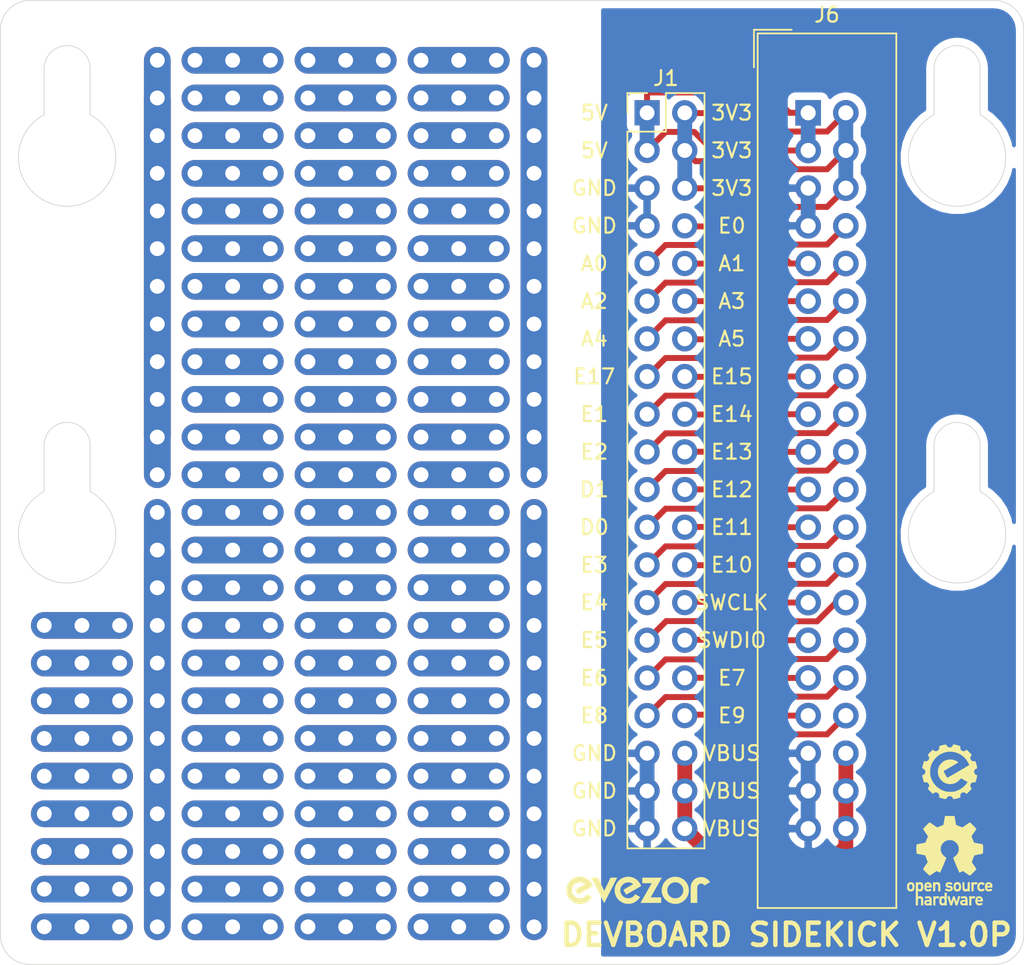
<source format=kicad_pcb>
(kicad_pcb (version 20171130) (host pcbnew "(5.1.5)-3")

  (general
    (thickness 1.6)
    (drawings 65)
    (tracks 177)
    (zones 0)
    (modules 90)
    (nets 32)
  )

  (page A4)
  (layers
    (0 F.Cu signal)
    (31 B.Cu signal)
    (32 B.Adhes user)
    (33 F.Adhes user)
    (34 B.Paste user)
    (35 F.Paste user)
    (36 B.SilkS user)
    (37 F.SilkS user)
    (38 B.Mask user)
    (39 F.Mask user)
    (40 Dwgs.User user)
    (41 Cmts.User user)
    (42 Eco1.User user)
    (43 Eco2.User user)
    (44 Edge.Cuts user)
    (45 Margin user)
    (46 B.CrtYd user)
    (47 F.CrtYd user)
    (48 B.Fab user)
    (49 F.Fab user)
  )

  (setup
    (last_trace_width 1)
    (user_trace_width 0.4)
    (user_trace_width 1)
    (trace_clearance 0.2)
    (zone_clearance 0.508)
    (zone_45_only no)
    (trace_min 0.2)
    (via_size 0.8)
    (via_drill 0.4)
    (via_min_size 0.4)
    (via_min_drill 0.3)
    (uvia_size 0.3)
    (uvia_drill 0.1)
    (uvias_allowed no)
    (uvia_min_size 0.2)
    (uvia_min_drill 0.1)
    (edge_width 0.05)
    (segment_width 0.2)
    (pcb_text_width 0.3)
    (pcb_text_size 1.5 1.5)
    (mod_edge_width 0.12)
    (mod_text_size 1 1)
    (mod_text_width 0.15)
    (pad_size 1.524 1.524)
    (pad_drill 0.762)
    (pad_to_mask_clearance 0.051)
    (solder_mask_min_width 0.25)
    (aux_axis_origin 0 0)
    (grid_origin 150 100)
    (visible_elements 7FFFFFFF)
    (pcbplotparams
      (layerselection 0x010fc_ffffffff)
      (usegerberextensions false)
      (usegerberattributes false)
      (usegerberadvancedattributes false)
      (creategerberjobfile false)
      (excludeedgelayer true)
      (linewidth 0.100000)
      (plotframeref false)
      (viasonmask false)
      (mode 1)
      (useauxorigin false)
      (hpglpennumber 1)
      (hpglpenspeed 20)
      (hpglpendiameter 15.000000)
      (psnegative false)
      (psa4output false)
      (plotreference true)
      (plotvalue true)
      (plotinvisibletext false)
      (padsonsilk false)
      (subtractmaskfromsilk false)
      (outputformat 1)
      (mirror false)
      (drillshape 0)
      (scaleselection 1)
      (outputdirectory "SIDEKICK_V1.0P/"))
  )

  (net 0 "")
  (net 1 +5V)
  (net 2 +3V3)
  (net 3 GND)
  (net 4 /E0)
  (net 5 /A0)
  (net 6 /A1)
  (net 7 /A2)
  (net 8 /A3)
  (net 9 /A4)
  (net 10 /A5)
  (net 11 /E17)
  (net 12 /E15)
  (net 13 /E1)
  (net 14 /E14)
  (net 15 /E2)
  (net 16 /E13)
  (net 17 /D1)
  (net 18 /E12)
  (net 19 /D0)
  (net 20 /E11)
  (net 21 /E3)
  (net 22 /E10)
  (net 23 /E4)
  (net 24 /SWCLK)
  (net 25 /E5)
  (net 26 /SWDIO)
  (net 27 /E6)
  (net 28 /E7)
  (net 29 /E8)
  (net 30 /E9)
  (net 31 VBUS)

  (net_class Default "This is the default net class."
    (clearance 0.2)
    (trace_width 0.25)
    (via_dia 0.8)
    (via_drill 0.4)
    (uvia_dia 0.3)
    (uvia_drill 0.1)
    (add_net +3V3)
    (add_net +5V)
    (add_net /A0)
    (add_net /A1)
    (add_net /A2)
    (add_net /A3)
    (add_net /A4)
    (add_net /A5)
    (add_net /D0)
    (add_net /D1)
    (add_net /E0)
    (add_net /E1)
    (add_net /E10)
    (add_net /E11)
    (add_net /E12)
    (add_net /E13)
    (add_net /E14)
    (add_net /E15)
    (add_net /E17)
    (add_net /E2)
    (add_net /E3)
    (add_net /E4)
    (add_net /E5)
    (add_net /E6)
    (add_net /E7)
    (add_net /E8)
    (add_net /E9)
    (add_net /SWCLK)
    (add_net /SWDIO)
    (add_net GND)
    (add_net VBUS)
  )

  (module EvezorLIB:evezor_18 (layer F.Cu) (tedit 0) (tstamp 5F68E166)
    (at 124 95)
    (fp_text reference G*** (at -2.54 2.54) (layer F.SilkS) hide
      (effects (font (size 1.524 1.524) (thickness 0.3)))
    )
    (fp_text value LOGO (at 5.08 2.54) (layer F.SilkS) hide
      (effects (font (size 1.524 1.524) (thickness 0.3)))
    )
    (fp_poly (pts (xy 4.291462 -0.890289) (xy 4.378669 -0.877913) (xy 4.463403 -0.854726) (xy 4.544586 -0.821019)
      (xy 4.621141 -0.777083) (xy 4.691989 -0.723208) (xy 4.756054 -0.659685) (xy 4.809133 -0.591425)
      (xy 4.821119 -0.572777) (xy 4.829465 -0.557743) (xy 4.832242 -0.55015) (xy 4.826902 -0.545367)
      (xy 4.811798 -0.535131) (xy 4.788225 -0.520236) (xy 4.757476 -0.501476) (xy 4.720846 -0.479643)
      (xy 4.679628 -0.455532) (xy 4.650959 -0.438996) (xy 4.469784 -0.335066) (xy 4.434771 -0.373757)
      (xy 4.392665 -0.411875) (xy 4.346536 -0.438963) (xy 4.297813 -0.455461) (xy 4.247922 -0.461812)
      (xy 4.198293 -0.458456) (xy 4.150353 -0.445834) (xy 4.10553 -0.424386) (xy 4.065252 -0.394553)
      (xy 4.030948 -0.356777) (xy 4.004046 -0.311497) (xy 3.985973 -0.259156) (xy 3.981145 -0.233719)
      (xy 3.980244 -0.221198) (xy 3.979383 -0.197017) (xy 3.978572 -0.162215) (xy 3.977824 -0.11783)
      (xy 3.977148 -0.064904) (xy 3.976556 -0.004474) (xy 3.97606 0.062419) (xy 3.975668 0.134736)
      (xy 3.975394 0.211438) (xy 3.975248 0.291486) (xy 3.975227 0.325437) (xy 3.9751 0.84455)
      (xy 3.5433 0.84455) (xy 3.543496 0.303212) (xy 3.543601 0.213974) (xy 3.543844 0.129144)
      (xy 3.544215 0.049618) (xy 3.544705 -0.023708) (xy 3.545303 -0.089939) (xy 3.546001 -0.148178)
      (xy 3.546788 -0.197529) (xy 3.547655 -0.237097) (xy 3.548592 -0.265985) (xy 3.549589 -0.283297)
      (xy 3.549852 -0.28575) (xy 3.567979 -0.378242) (xy 3.597622 -0.466092) (xy 3.638359 -0.548452)
      (xy 3.689766 -0.624477) (xy 3.751422 -0.693321) (xy 3.755233 -0.697008) (xy 3.807648 -0.743681)
      (xy 3.859178 -0.781502) (xy 3.913887 -0.813315) (xy 3.939455 -0.825881) (xy 4.025778 -0.859651)
      (xy 4.113938 -0.881449) (xy 4.202859 -0.891565) (xy 4.291462 -0.890289)) (layer F.SilkS) (width 0.01))
    (fp_poly (pts (xy 1.578508 -0.833438) (xy 1.574214 -0.825737) (xy 1.564051 -0.8077) (xy 1.548418 -0.780033)
      (xy 1.527717 -0.743445) (xy 1.50235 -0.698642) (xy 1.472715 -0.646332) (xy 1.439216 -0.587222)
      (xy 1.402251 -0.52202) (xy 1.362223 -0.451432) (xy 1.319532 -0.376167) (xy 1.274579 -0.296932)
      (xy 1.227765 -0.214434) (xy 1.201568 -0.168275) (xy 0.833944 0.479425) (xy 1.54305 0.482705)
      (xy 1.54305 0.84455) (xy 0.164991 0.84455) (xy 0.18381 0.811212) (xy 0.189387 0.80136)
      (xy 0.20081 0.781202) (xy 0.217658 0.751479) (xy 0.239513 0.712932) (xy 0.265953 0.666302)
      (xy 0.296558 0.61233) (xy 0.330909 0.551756) (xy 0.368585 0.485322) (xy 0.409167 0.413768)
      (xy 0.452233 0.337835) (xy 0.497365 0.258264) (xy 0.544141 0.175796) (xy 0.561014 0.14605)
      (xy 0.919397 -0.485775) (xy 0.602573 -0.487422) (xy 0.28575 -0.489068) (xy 0.28575 -0.8509)
      (xy 1.587826 -0.8509) (xy 1.578508 -0.833438)) (layer F.SilkS) (width 0.01))
    (fp_poly (pts (xy -2.501874 -0.405775) (xy -2.289923 0.039351) (xy -2.260248 -0.020012) (xy -2.252364 -0.035993)
      (xy -2.239523 -0.062283) (xy -2.222273 -0.097749) (xy -2.201165 -0.141256) (xy -2.176748 -0.19167)
      (xy -2.14957 -0.247858) (xy -2.120181 -0.308683) (xy -2.08913 -0.373013) (xy -2.056966 -0.439713)
      (xy -2.044714 -0.465138) (xy -1.858854 -0.8509) (xy -1.640627 -0.8509) (xy -1.589417 -0.850813)
      (xy -1.542478 -0.850564) (xy -1.501262 -0.850175) (xy -1.467219 -0.849665) (xy -1.441799 -0.849057)
      (xy -1.426452 -0.848371) (xy -1.4224 -0.847771) (xy -1.425233 -0.841602) (xy -1.433472 -0.824892)
      (xy -1.44673 -0.798401) (xy -1.464617 -0.76289) (xy -1.486746 -0.719117) (xy -1.512729 -0.667843)
      (xy -1.542177 -0.609828) (xy -1.574703 -0.545833) (xy -1.609917 -0.476616) (xy -1.647433 -0.402938)
      (xy -1.686861 -0.32556) (xy -1.727813 -0.24524) (xy -1.769902 -0.16274) (xy -1.812738 -0.078818)
      (xy -1.855935 0.005764) (xy -1.899102 0.090247) (xy -1.941854 0.173872) (xy -1.9838 0.255877)
      (xy -2.024554 0.335503) (xy -2.063726 0.411991) (xy -2.100929 0.484579) (xy -2.135774 0.552508)
      (xy -2.167873 0.615018) (xy -2.196838 0.671349) (xy -2.222281 0.720741) (xy -2.243814 0.762434)
      (xy -2.261048 0.795668) (xy -2.273594 0.819683) (xy -2.281066 0.833719) (xy -2.283088 0.837221)
      (xy -2.290426 0.842593) (xy -2.296207 0.837221) (xy -2.299863 0.830358) (xy -2.308854 0.813015)
      (xy -2.322794 0.785952) (xy -2.341294 0.749927) (xy -2.363969 0.705698) (xy -2.390431 0.654024)
      (xy -2.420293 0.595663) (xy -2.453169 0.531373) (xy -2.488671 0.461914) (xy -2.526413 0.388043)
      (xy -2.566008 0.31052) (xy -2.607068 0.230101) (xy -2.649208 0.147547) (xy -2.69204 0.063615)
      (xy -2.735176 -0.020936) (xy -2.778231 -0.105348) (xy -2.820817 -0.188862) (xy -2.862547 -0.27072)
      (xy -2.903035 -0.350163) (xy -2.941893 -0.426433) (xy -2.978735 -0.498772) (xy -3.013174 -0.566421)
      (xy -3.044822 -0.628621) (xy -3.073293 -0.684614) (xy -3.0982 -0.733643) (xy -3.119157 -0.774947)
      (xy -3.135775 -0.807769) (xy -3.147668 -0.83135) (xy -3.15445 -0.844932) (xy -3.15595 -0.848097)
      (xy -3.149841 -0.84875) (xy -3.132472 -0.84935) (xy -3.105285 -0.849878) (xy -3.06972 -0.850315)
      (xy -3.027219 -0.850643) (xy -2.979222 -0.850843) (xy -2.934888 -0.850901) (xy -2.713826 -0.850901)
      (xy -2.501874 -0.405775)) (layer F.SilkS) (width 0.01))
    (fp_poly (pts (xy 2.550383 -0.905016) (xy 2.600608 -0.902935) (xy 2.645059 -0.899412) (xy 2.680669 -0.894449)
      (xy 2.68605 -0.893372) (xy 2.789838 -0.86499) (xy 2.888035 -0.825646) (xy 2.97997 -0.776028)
      (xy 3.064975 -0.716829) (xy 3.14238 -0.648739) (xy 3.211516 -0.572449) (xy 3.271715 -0.48865)
      (xy 3.322306 -0.398032) (xy 3.36262 -0.301286) (xy 3.391989 -0.199104) (xy 3.40075 -0.155575)
      (xy 3.407702 -0.101604) (xy 3.411378 -0.040042) (xy 3.411777 0.02443) (xy 3.408899 0.087132)
      (xy 3.402745 0.143383) (xy 3.40075 0.155575) (xy 3.376045 0.260105) (xy 3.340147 0.359345)
      (xy 3.293688 0.452637) (xy 3.237299 0.539326) (xy 3.171613 0.618754) (xy 3.097261 0.690265)
      (xy 3.014875 0.753203) (xy 2.925086 0.806912) (xy 2.828526 0.850734) (xy 2.725826 0.884013)
      (xy 2.691922 0.892293) (xy 2.663216 0.897001) (xy 2.624832 0.900774) (xy 2.579761 0.903552)
      (xy 2.530996 0.905278) (xy 2.481527 0.905892) (xy 2.434346 0.905337) (xy 2.392444 0.903554)
      (xy 2.358815 0.900484) (xy 2.348998 0.898999) (xy 2.24382 0.874287) (xy 2.144123 0.838471)
      (xy 2.050539 0.792187) (xy 1.963698 0.736067) (xy 1.884234 0.670747) (xy 1.812777 0.596862)
      (xy 1.74996 0.515045) (xy 1.696415 0.42593) (xy 1.652773 0.330154) (xy 1.619666 0.228349)
      (xy 1.602272 0.149225) (xy 1.596654 0.105409) (xy 1.593328 0.053334) (xy 1.5923 -0.002493)
      (xy 1.9558 -0.002493) (xy 1.96185 0.080211) (xy 1.979523 0.159042) (xy 2.008102 0.233131)
      (xy 2.046869 0.301606) (xy 2.095106 0.363596) (xy 2.152096 0.418232) (xy 2.217122 0.464642)
      (xy 2.289466 0.501955) (xy 2.368411 0.529302) (xy 2.4003 0.536965) (xy 2.432928 0.541439)
      (xy 2.473852 0.543454) (xy 2.518931 0.543131) (xy 2.564028 0.540593) (xy 2.605001 0.535962)
      (xy 2.63525 0.530023) (xy 2.712633 0.503564) (xy 2.784039 0.466691) (xy 2.84865 0.420449)
      (xy 2.905653 0.365884) (xy 2.95423 0.304041) (xy 2.993568 0.235966) (xy 3.02285 0.162704)
      (xy 3.04126 0.085301) (xy 3.047985 0.004802) (xy 3.048 0.000826) (xy 3.041976 -0.08293)
      (xy 3.024006 -0.162472) (xy 2.994242 -0.237452) (xy 2.952834 -0.307524) (xy 2.899935 -0.372338)
      (xy 2.874708 -0.397549) (xy 2.819247 -0.444095) (xy 2.760347 -0.481464) (xy 2.694386 -0.511823)
      (xy 2.667 -0.521874) (xy 2.644099 -0.529617) (xy 2.625352 -0.535159) (xy 2.607843 -0.538867)
      (xy 2.588662 -0.541109) (xy 2.564896 -0.542253) (xy 2.533631 -0.542667) (xy 2.5019 -0.54272)
      (xy 2.462698 -0.542622) (xy 2.433283 -0.542082) (xy 2.410744 -0.540734) (xy 2.392166 -0.538209)
      (xy 2.374637 -0.534139) (xy 2.355245 -0.528157) (xy 2.3368 -0.521874) (xy 2.267244 -0.493592)
      (xy 2.206112 -0.459114) (xy 2.149783 -0.416275) (xy 2.129091 -0.397549) (xy 2.071533 -0.335079)
      (xy 2.025311 -0.2672) (xy 1.990636 -0.194396) (xy 1.96772 -0.117151) (xy 1.956777 -0.035947)
      (xy 1.9558 -0.002493) (xy 1.5923 -0.002493) (xy 1.592294 -0.002767) (xy 1.593552 -0.058661)
      (xy 1.597101 -0.110116) (xy 1.602272 -0.149225) (xy 1.621794 -0.235255) (xy 1.649363 -0.320667)
      (xy 1.683645 -0.402053) (xy 1.72331 -0.476) (xy 1.740253 -0.502538) (xy 1.806176 -0.589406)
      (xy 1.880556 -0.66696) (xy 1.962815 -0.734809) (xy 2.052371 -0.792562) (xy 2.148645 -0.839827)
      (xy 2.251056 -0.876212) (xy 2.319913 -0.893686) (xy 2.353036 -0.898859) (xy 2.395709 -0.902575)
      (xy 2.444868 -0.904839) (xy 2.497448 -0.905651) (xy 2.550383 -0.905016)) (layer F.SilkS) (width 0.01))
    (fp_poly (pts (xy -0.607981 -0.906558) (xy -0.556114 -0.903238) (xy -0.513882 -0.898019) (xy -0.468613 -0.888548)
      (xy -0.417407 -0.874762) (xy -0.364617 -0.858063) (xy -0.314595 -0.839854) (xy -0.271696 -0.821537)
      (xy -0.262369 -0.816992) (xy -0.176364 -0.767017) (xy -0.094396 -0.7063) (xy -0.01835 -0.636611)
      (xy 0.04989 -0.559725) (xy 0.108442 -0.477414) (xy 0.121737 -0.455528) (xy 0.132666 -0.435568)
      (xy 0.145247 -0.410535) (xy 0.158405 -0.382845) (xy 0.171067 -0.354913) (xy 0.18216 -0.329154)
      (xy 0.190608 -0.307983) (xy 0.195339 -0.293815) (xy 0.195712 -0.289135) (xy 0.190034 -0.285781)
      (xy 0.174129 -0.276539) (xy 0.148774 -0.261861) (xy 0.11475 -0.242194) (xy 0.072834 -0.217989)
      (xy 0.023805 -0.189694) (xy -0.031558 -0.15776) (xy -0.092476 -0.122636) (xy -0.158171 -0.08477)
      (xy -0.227863 -0.044613) (xy -0.300774 -0.002614) (xy -0.304324 -0.000569) (xy -0.392732 0.050299)
      (xy -0.470757 0.09508) (xy -0.538979 0.134093) (xy -0.597981 0.167659) (xy -0.648343 0.196098)
      (xy -0.690647 0.219731) (xy -0.725474 0.238879) (xy -0.753406 0.253861) (xy -0.775023 0.264999)
      (xy -0.790907 0.272612) (xy -0.801639 0.277022) (xy -0.807801 0.278549) (xy -0.809717 0.278061)
      (xy -0.814945 0.270372) (xy -0.825165 0.253768) (xy -0.839405 0.229936) (xy -0.856693 0.200566)
      (xy -0.876058 0.167346) (xy -0.896529 0.131967) (xy -0.917134 0.096116) (xy -0.936901 0.061482)
      (xy -0.954859 0.029755) (xy -0.970038 0.002624) (xy -0.981464 -0.018224) (xy -0.988167 -0.031098)
      (xy -0.989504 -0.034511) (xy -0.983779 -0.037886) (xy -0.968008 -0.047041) (xy -0.943154 -0.061422)
      (xy -0.910178 -0.080474) (xy -0.870042 -0.103641) (xy -0.823706 -0.13037) (xy -0.772133 -0.160104)
      (xy -0.716285 -0.192289) (xy -0.658813 -0.225395) (xy -0.599767 -0.25948) (xy -0.544126 -0.291751)
      (xy -0.492844 -0.321646) (xy -0.446877 -0.348598) (xy -0.407181 -0.372045) (xy -0.37471 -0.391422)
      (xy -0.35042 -0.406165) (xy -0.335266 -0.415709) (xy -0.3302 -0.419469) (xy -0.335466 -0.425846)
      (xy -0.349635 -0.436467) (xy -0.370267 -0.449869) (xy -0.394922 -0.464587) (xy -0.42116 -0.479155)
      (xy -0.44654 -0.492111) (xy -0.465703 -0.500796) (xy -0.537526 -0.52419) (xy -0.613651 -0.537127)
      (xy -0.691292 -0.539506) (xy -0.767658 -0.531221) (xy -0.833242 -0.514479) (xy -0.911031 -0.482005)
      (xy -0.981633 -0.439409) (xy -1.044312 -0.387474) (xy -1.09833 -0.326984) (xy -1.142953 -0.258722)
      (xy -1.177443 -0.183473) (xy -1.194347 -0.130175) (xy -1.202647 -0.087026) (xy -1.207354 -0.036766)
      (xy -1.208403 0.015983) (xy -1.205726 0.066599) (xy -1.199257 0.110461) (xy -1.197904 0.116388)
      (xy -1.172707 0.195304) (xy -1.13758 0.267455) (xy -1.093544 0.332311) (xy -1.04162 0.389339)
      (xy -0.982831 0.438008) (xy -0.918198 0.477787) (xy -0.848745 0.508144) (xy -0.775492 0.528549)
      (xy -0.699462 0.538469) (xy -0.621676 0.537374) (xy -0.543157 0.524733) (xy -0.464927 0.500013)
      (xy -0.462171 0.498908) (xy -0.412984 0.475845) (xy -0.367327 0.447179) (xy -0.321518 0.410464)
      (xy -0.301532 0.392229) (xy -0.276831 0.367452) (xy -0.251981 0.339895) (xy -0.229309 0.312388)
      (xy -0.211145 0.287764) (xy -0.199818 0.268854) (xy -0.199497 0.268161) (xy -0.194034 0.270632)
      (xy -0.179294 0.278571) (xy -0.156951 0.291013) (xy -0.128677 0.306993) (xy -0.096144 0.325545)
      (xy -0.061026 0.345704) (xy -0.024996 0.366503) (xy 0.010275 0.386978) (xy 0.043112 0.406162)
      (xy 0.071843 0.423091) (xy 0.094795 0.436799) (xy 0.110296 0.446319) (xy 0.116604 0.450614)
      (xy 0.116788 0.45934) (xy 0.10929 0.475724) (xy 0.095227 0.498265) (xy 0.075713 0.525462)
      (xy 0.051864 0.555812) (xy 0.024797 0.587815) (xy -0.004373 0.619968) (xy -0.0254 0.641716)
      (xy -0.105164 0.713796) (xy -0.18987 0.774422) (xy -0.280356 0.824053) (xy -0.377458 0.863147)
      (xy -0.482014 0.892163) (xy -0.4826 0.892293) (xy -0.508448 0.896432) (xy -0.543995 0.899924)
      (xy -0.586252 0.902685) (xy -0.632233 0.904629) (xy -0.678947 0.905674) (xy -0.723408 0.905733)
      (xy -0.762626 0.904725) (xy -0.793613 0.902563) (xy -0.803142 0.901339) (xy -0.908323 0.878794)
      (xy -1.008462 0.844981) (xy -1.102873 0.800563) (xy -1.19087 0.746202) (xy -1.271767 0.68256)
      (xy -1.344878 0.6103) (xy -1.409518 0.530084) (xy -1.465001 0.442574) (xy -1.51064 0.348433)
      (xy -1.54575 0.248321) (xy -1.565658 0.1651) (xy -1.572127 0.119365) (xy -1.576117 0.06518)
      (xy -1.577629 0.006549) (xy -1.576662 -0.052523) (xy -1.573217 -0.10803) (xy -1.567294 -0.155967)
      (xy -1.565658 -0.1651) (xy -1.539371 -0.26983) (xy -1.502121 -0.368983) (xy -1.454574 -0.461912)
      (xy -1.39739 -0.547968) (xy -1.331234 -0.626503) (xy -1.256767 -0.696868) (xy -1.174652 -0.758415)
      (xy -1.085553 -0.810494) (xy -0.990132 -0.852459) (xy -0.889052 -0.883659) (xy -0.815975 -0.898635)
      (xy -0.772278 -0.903813) (xy -0.720253 -0.906853) (xy -0.66409 -0.907765) (xy -0.607981 -0.906558)) (layer F.SilkS) (width 0.01))
    (fp_poly (pts (xy -3.863186 -0.906951) (xy -3.827941 -0.905149) (xy -3.795767 -0.901727) (xy -3.781019 -0.899559)
      (xy -3.67631 -0.876671) (xy -3.576057 -0.842213) (xy -3.481113 -0.796728) (xy -3.392332 -0.740758)
      (xy -3.310565 -0.674843) (xy -3.236667 -0.599525) (xy -3.17149 -0.515347) (xy -3.168074 -0.510321)
      (xy -3.153025 -0.486331) (xy -3.135768 -0.45615) (xy -3.11769 -0.422515) (xy -3.100178 -0.388165)
      (xy -3.084618 -0.355837) (xy -3.072395 -0.328268) (xy -3.064897 -0.308198) (xy -3.06391 -0.304616)
      (xy -3.063576 -0.301677) (xy -3.064428 -0.298433) (xy -3.067127 -0.29448) (xy -3.072331 -0.289413)
      (xy -3.080703 -0.282827) (xy -3.092902 -0.274318) (xy -3.109589 -0.263479) (xy -3.131425 -0.249907)
      (xy -3.159068 -0.233196) (xy -3.193181 -0.212942) (xy -3.234424 -0.18874) (xy -3.283456 -0.160185)
      (xy -3.340938 -0.126871) (xy -3.407531 -0.088395) (xy -3.483896 -0.044351) (xy -3.559492 -0.000787)
      (xy -3.632656 0.04128) (xy -3.702696 0.081381) (xy -3.768832 0.119078) (xy -3.830283 0.153935)
      (xy -3.886267 0.185513) (xy -3.936003 0.213376) (xy -3.97871 0.237086) (xy -4.013607 0.256205)
      (xy -4.039913 0.270296) (xy -4.056846 0.278921) (xy -4.063626 0.281643) (xy -4.063699 0.281604)
      (xy -4.068698 0.27406) (xy -4.078757 0.257441) (xy -4.092887 0.233475) (xy -4.110105 0.203888)
      (xy -4.129423 0.17041) (xy -4.149857 0.134767) (xy -4.170419 0.098688) (xy -4.190125 0.063901)
      (xy -4.207988 0.032133) (xy -4.223022 0.005112) (xy -4.234243 -0.015434) (xy -4.240663 -0.027777)
      (xy -4.2418 -0.030536) (xy -4.236448 -0.03462) (xy -4.221028 -0.044447) (xy -4.196494 -0.059452)
      (xy -4.163799 -0.079068) (xy -4.123899 -0.102729) (xy -4.077746 -0.129871) (xy -4.026296 -0.159926)
      (xy -3.970501 -0.192329) (xy -3.912177 -0.22602) (xy -3.840273 -0.267535) (xy -3.778828 -0.30322)
      (xy -3.727223 -0.333451) (xy -3.68484 -0.35861) (xy -3.651061 -0.379074) (xy -3.625265 -0.395223)
      (xy -3.606835 -0.407436) (xy -3.595152 -0.416092) (xy -3.589598 -0.421569) (xy -3.589162 -0.423932)
      (xy -3.600931 -0.434153) (xy -3.62124 -0.447924) (xy -3.64708 -0.463516) (xy -3.675442 -0.479201)
      (xy -3.703314 -0.49325) (xy -3.727688 -0.503934) (xy -3.72997 -0.504809) (xy -3.8078 -0.527609)
      (xy -3.886956 -0.53849) (xy -3.966103 -0.537805) (xy -4.043912 -0.525909) (xy -4.119048 -0.503158)
      (xy -4.190179 -0.469906) (xy -4.255973 -0.426508) (xy -4.315097 -0.373318) (xy -4.343006 -0.341608)
      (xy -4.374336 -0.297442) (xy -4.403871 -0.245677) (xy -4.428983 -0.191386) (xy -4.446245 -0.142442)
      (xy -4.454107 -0.105107) (xy -4.459205 -0.059649) (xy -4.461498 -0.00997) (xy -4.460946 0.040027)
      (xy -4.457509 0.086441) (xy -4.451144 0.12537) (xy -4.449126 0.13335) (xy -4.421149 0.211401)
      (xy -4.382414 0.283775) (xy -4.333849 0.34935) (xy -4.276384 0.407006) (xy -4.210949 0.455623)
      (xy -4.15705 0.485551) (xy -4.115524 0.504534) (xy -4.079274 0.518213) (xy -4.044565 0.527402)
      (xy -4.007661 0.532912) (xy -3.964825 0.535555) (xy -3.9243 0.536151) (xy -3.874817 0.535432)
      (xy -3.834152 0.532485) (xy -3.798495 0.526455) (xy -3.764038 0.516484) (xy -3.726973 0.501718)
      (xy -3.686175 0.482613) (xy -3.621537 0.44568) (xy -3.563631 0.400889) (xy -3.510683 0.346653)
      (xy -3.460919 0.281386) (xy -3.46075 0.281141) (xy -3.457762 0.277217) (xy -3.454136 0.274875)
      (xy -3.448608 0.274694) (xy -3.439916 0.277253) (xy -3.426798 0.28313) (xy -3.40799 0.292905)
      (xy -3.38223 0.307155) (xy -3.348255 0.326462) (xy -3.304802 0.351402) (xy -3.294303 0.357438)
      (xy -3.253919 0.380906) (xy -3.217368 0.402618) (xy -3.186043 0.421708) (xy -3.161337 0.437311)
      (xy -3.144641 0.448562) (xy -3.137348 0.454597) (xy -3.137141 0.45508) (xy -3.140727 0.465005)
      (xy -3.150805 0.482547) (xy -3.165826 0.505486) (xy -3.184245 0.531607) (xy -3.204514 0.558693)
      (xy -3.225085 0.584525) (xy -3.238309 0.600075) (xy -3.312074 0.674627) (xy -3.393902 0.740172)
      (xy -3.482496 0.79599) (xy -3.576557 0.841362) (xy -3.674788 0.87557) (xy -3.775833 0.897886)
      (xy -3.819669 0.903005) (xy -3.87108 0.906112) (xy -3.926067 0.907204) (xy -3.98063 0.906276)
      (xy -4.030771 0.903325) (xy -4.07249 0.898347) (xy -4.073525 0.898173) (xy -4.17855 0.874107)
      (xy -4.278918 0.838334) (xy -4.374057 0.791173) (xy -4.463395 0.732944) (xy -4.546359 0.663966)
      (xy -4.609039 0.599821) (xy -4.671049 0.521091) (xy -4.724663 0.433924) (xy -4.76897 0.340146)
      (xy -4.803056 0.241583) (xy -4.817945 0.182192) (xy -4.823115 0.149095) (xy -4.826838 0.106456)
      (xy -4.829116 0.05735) (xy -4.82995 0.004852) (xy -4.829342 -0.047963) (xy -4.827293 -0.09802)
      (xy -4.823805 -0.142244) (xy -4.818879 -0.177559) (xy -4.817759 -0.183109) (xy -4.789093 -0.287172)
      (xy -4.749423 -0.385912) (xy -4.699354 -0.478545) (xy -4.639494 -0.564287) (xy -4.570448 -0.642356)
      (xy -4.492823 -0.711968) (xy -4.407226 -0.77234) (xy -4.327525 -0.816356) (xy -4.262788 -0.845924)
      (xy -4.202955 -0.868522) (xy -4.144438 -0.885019) (xy -4.083647 -0.896282) (xy -4.01699 -0.903176)
      (xy -3.955644 -0.906173) (xy -3.904691 -0.907252) (xy -3.863186 -0.906951)) (layer F.SilkS) (width 0.01))
  )

  (module EvezorLIB:LOGO_37 (layer F.Cu) (tedit 59E58C37) (tstamp 5F68E135)
    (at 145 87)
    (fp_text reference G*** (at 2.54 2.54) (layer F.SilkS) hide
      (effects (font (size 0.7 0.7) (thickness 0.175)))
    )
    (fp_text value LOGO (at -2.54 2.54) (layer F.SilkS) hide
      (effects (font (size 0.7 0.7) (thickness 0.175)))
    )
    (fp_poly (pts (xy 0.334277 -1.822037) (xy 0.392561 -1.811766) (xy 0.46886 -1.793707) (xy 0.549219 -1.771252)
      (xy 0.571501 -1.764335) (xy 0.719667 -1.7171) (xy 0.714752 -1.624783) (xy 0.721824 -1.532864)
      (xy 0.754719 -1.462062) (xy 0.814492 -1.4104) (xy 0.834526 -1.399878) (xy 0.916444 -1.374061)
      (xy 0.991417 -1.379755) (xy 1.064362 -1.417784) (xy 1.09555 -1.443571) (xy 1.132767 -1.477444)
      (xy 1.19715 -1.425853) (xy 1.246365 -1.382594) (xy 1.308265 -1.322823) (xy 1.373644 -1.255867)
      (xy 1.433293 -1.191054) (xy 1.462498 -1.157077) (xy 1.482163 -1.129442) (xy 1.479443 -1.109335)
      (xy 1.456968 -1.084434) (xy 1.409752 -1.015599) (xy 1.391047 -0.937878) (xy 1.399899 -0.859084)
      (xy 1.435353 -0.787028) (xy 1.496455 -0.729519) (xy 1.500656 -0.726862) (xy 1.552395 -0.703106)
      (xy 1.61161 -0.69576) (xy 1.64618 -0.696962) (xy 1.733986 -0.702733) (xy 1.781245 -0.554567)
      (xy 1.804299 -0.4757) (xy 1.823868 -0.396834) (xy 1.836585 -0.331902) (xy 1.83853 -0.317501)
      (xy 1.848556 -0.228599) (xy 1.780108 -0.200521) (xy 1.710043 -0.154616) (xy 1.662869 -0.08705)
      (xy 1.643009 -0.004549) (xy 1.64266 0.008467) (xy 1.658119 0.0926) (xy 1.701545 0.16279)
      (xy 1.768514 0.212311) (xy 1.780108 0.217456) (xy 1.848556 0.245534) (xy 1.83853 0.334435)
      (xy 1.828465 0.392628) (xy 1.810559 0.468846) (xy 1.788179 0.549159) (xy 1.781245 0.571502)
      (xy 1.733986 0.719667) (xy 1.64618 0.713896) (xy 1.577856 0.714809) (xy 1.524732 0.730545)
      (xy 1.500656 0.743796) (xy 1.438132 0.800249) (xy 1.401203 0.871692) (xy 1.390821 0.950313)
      (xy 1.407943 1.028302) (xy 1.453521 1.097849) (xy 1.456968 1.101369) (xy 1.4808 1.128477)
      (xy 1.481144 1.148613) (xy 1.462498 1.174012) (xy 1.410706 1.233064) (xy 1.347659 1.299854)
      (xy 1.282567 1.365055) (xy 1.224637 1.419339) (xy 1.19715 1.442787) (xy 1.132767 1.494378)
      (xy 1.09555 1.460505) (xy 1.021992 1.408663) (xy 0.948468 1.3895) (xy 0.870064 1.402194)
      (xy 0.834526 1.416812) (xy 0.767606 1.46383) (xy 0.727837 1.529475) (xy 0.714165 1.615724)
      (xy 0.714752 1.641717) (xy 0.719667 1.734034) (xy 0.571501 1.781269) (xy 0.492594 1.804369)
      (xy 0.413662 1.824067) (xy 0.348658 1.83697) (xy 0.334277 1.838971) (xy 0.245219 1.849439)
      (xy 0.214896 1.780711) (xy 0.168766 1.711901) (xy 0.106207 1.666785) (xy 0.034229 1.645398)
      (xy -0.040161 1.647778) (xy -0.109954 1.673962) (xy -0.16814 1.723986) (xy -0.200522 1.778525)
      (xy -0.218417 1.813413) (xy -0.240886 1.835082) (xy -0.273616 1.844078) (xy -0.322293 1.840952)
      (xy -0.392603 1.826251) (xy -0.474133 1.804926) (xy -0.566334 1.77959) (xy -0.630645 1.760052)
      (xy -0.671803 1.743024) (xy -0.694545 1.72522) (xy -0.703607 1.703352) (xy -0.703726 1.674134)
      (xy -0.701014 1.647458) (xy -0.706263 1.562963) (xy -0.737614 1.492363) (xy -0.789174 1.438457)
      (xy -0.855046 1.404043) (xy -0.929337 1.39192) (xy -1.006152 1.404885) (xy -1.079597 1.445738)
      (xy -1.096007 1.459946) (xy -1.133681 1.495236) (xy -1.287993 1.344518) (xy -1.361568 1.272097)
      (xy -1.413191 1.218631) (xy -1.445354 1.17964) (xy -1.460552 1.150642) (xy -1.461279 1.127155)
      (xy -1.450028 1.104699) (xy -1.433251 1.083479) (xy -1.389266 1.008246) (xy -1.377641 0.928943)
      (xy -1.398011 0.850224) (xy -1.450012 0.776748) (xy -1.457813 0.769027) (xy -1.49068 0.741325)
      (xy -1.52355 0.72649) (xy -1.568816 0.720693) (xy -1.616491 0.719965) (xy -1.723604 0.720262)
      (xy -1.759116 0.609898) (xy -1.77963 0.541876) (xy -1.800603 0.465302) (xy -1.819808 0.38921)
      (xy -1.835017 0.322635) (xy -1.844003 0.274611) (xy -1.845483 0.259579) (xy -1.831089 0.242238)
      (xy -1.797313 0.229123) (xy -1.738689 0.201165) (xy -1.685172 0.149959) (xy -1.644919 0.085985)
      (xy -1.626086 0.019724) (xy -1.6256 0.008467) (xy -1.633369 -0.027519) (xy -1.319619 -0.027519)
      (xy -1.317613 0.096351) (xy -1.308706 0.211672) (xy -1.296389 0.290196) (xy -1.237698 0.487496)
      (xy -1.149444 0.672248) (xy -1.034506 0.841622) (xy -0.895761 0.992788) (xy -0.736089 1.122917)
      (xy -0.558368 1.229179) (xy -0.365477 1.308745) (xy -0.220723 1.347514) (xy -0.133322 1.359272)
      (xy -0.024296 1.364231) (xy 0.094879 1.362754) (xy 0.212727 1.355204) (xy 0.317772 1.341941)
      (xy 0.381 1.328532) (xy 0.573094 1.259691) (xy 0.756397 1.161219) (xy 0.925127 1.037218)
      (xy 1.073501 0.89179) (xy 1.169103 0.769446) (xy 1.216801 0.700118) (xy 0.758439 0.437816)
      (xy 0.732124 0.477142) (xy 0.707138 0.508391) (xy 0.666175 0.553582) (xy 0.617787 0.603305)
      (xy 0.614387 0.60667) (xy 0.493031 0.703487) (xy 0.353161 0.775792) (xy 0.201763 0.821274)
      (xy 0.04582 0.837627) (xy -0.062603 0.830461) (xy -0.211856 0.799745) (xy -0.338702 0.751043)
      (xy -0.451721 0.680042) (xy -0.559491 0.582427) (xy -0.562935 0.57883) (xy -0.665256 0.448137)
      (xy -0.738183 0.303773) (xy -0.781114 0.1499) (xy -0.793444 -0.009319) (xy -0.774573 -0.169724)
      (xy -0.723897 -0.327151) (xy -0.701133 -0.375691) (xy -0.646761 -0.461657) (xy -0.572015 -0.551208)
      (xy -0.487075 -0.633316) (xy -0.407909 -0.693298) (xy -0.271555 -0.761856) (xy -0.121547 -0.804098)
      (xy 0.034691 -0.819463) (xy 0.189739 -0.80739) (xy 0.336172 -0.767318) (xy 0.372008 -0.752203)
      (xy 0.439266 -0.719029) (xy 0.499738 -0.684806) (xy 0.546469 -0.653916) (xy 0.572505 -0.630738)
      (xy 0.575617 -0.623954) (xy 0.561508 -0.613166) (xy 0.521424 -0.587683) (xy 0.458819 -0.549569)
      (xy 0.377148 -0.50089) (xy 0.279864 -0.44371) (xy 0.17042 -0.380096) (xy 0.097366 -0.33798)
      (xy -0.019027 -0.270876) (xy -0.126443 -0.208545) (xy -0.221232 -0.153136) (xy -0.299743 -0.106799)
      (xy -0.358326 -0.071684) (xy -0.39333 -0.049941) (xy -0.401476 -0.044226) (xy -0.4057 -0.029654)
      (xy -0.398126 -0.001077) (xy -0.377096 0.04519) (xy -0.340949 0.112831) (xy -0.292347 0.198091)
      (xy -0.162742 0.421581) (xy -0.067796 0.367424) (xy 0.14853 0.243757) (xy 0.351843 0.126985)
      (xy 0.540471 0.01809) (xy 0.712747 -0.081943) (xy 0.867 -0.172131) (xy 1.001562 -0.251488)
      (xy 1.114762 -0.319032) (xy 1.204931 -0.373778) (xy 1.2704 -0.414743) (xy 1.309499 -0.440942)
      (xy 1.320768 -0.451005) (xy 1.313587 -0.474) (xy 1.294385 -0.51894) (xy 1.266723 -0.577699)
      (xy 1.254009 -0.603405) (xy 1.147664 -0.779202) (xy 1.016784 -0.934974) (xy 0.864984 -1.068923)
      (xy 0.695875 -1.179247) (xy 0.513071 -1.264146) (xy 0.320184 -1.321821) (xy 0.120829 -1.350472)
      (xy -0.081384 -1.348298) (xy -0.205944 -1.330807) (xy -0.406179 -1.278005) (xy -0.588526 -1.198852)
      (xy -0.757949 -1.090782) (xy -0.895175 -0.974585) (xy -1.031228 -0.825561) (xy -1.144996 -0.658887)
      (xy -1.232984 -0.480813) (xy -1.291694 -0.297595) (xy -1.30233 -0.246656) (xy -1.314575 -0.146376)
      (xy -1.319619 -0.027519) (xy -1.633369 -0.027519) (xy -1.639756 -0.0571) (xy -1.676787 -0.12225)
      (xy -1.728536 -0.176501) (xy -1.786847 -0.209373) (xy -1.797313 -0.212189) (xy -1.831722 -0.225735)
      (xy -1.84532 -0.242645) (xy -1.839739 -0.283479) (xy -1.825147 -0.349943) (xy -1.803145 -0.435504)
      (xy -1.77534 -0.533632) (xy -1.767001 -0.56158) (xy -1.722753 -0.708294) (xy -1.636077 -0.699662)
      (xy -1.576174 -0.697296) (xy -1.532102 -0.707242) (xy -1.490133 -0.730972) (xy -1.42453 -0.792215)
      (xy -1.387279 -0.864837) (xy -1.379425 -0.942773) (xy -1.402015 -1.019959) (xy -1.43249 -1.06564)
      (xy -1.452143 -1.090976) (xy -1.461879 -1.113449) (xy -1.459218 -1.137558) (xy -1.441677 -1.1678)
      (xy -1.406777 -1.208672) (xy -1.352035 -1.264672) (xy -1.287993 -1.327584) (xy -1.133681 -1.478302)
      (xy -1.096007 -1.443012) (xy -1.021292 -1.39337) (xy -0.94079 -1.374513) (xy -0.860757 -1.385572)
      (xy -0.787451 -1.42568) (xy -0.727129 -1.493968) (xy -0.726975 -1.494211) (xy -0.704016 -1.543289)
      (xy -0.698532 -1.597962) (xy -0.700913 -1.629674) (xy -0.704212 -1.668248) (xy -0.701194 -1.696388)
      (xy -0.687025 -1.717556) (xy -0.656869 -1.735218) (xy -0.605892 -1.752838) (xy -0.52926 -1.773878)
      (xy -0.48271 -1.786011) (xy -0.387723 -1.809845) (xy -0.319632 -1.823703) (xy -0.272825 -1.827099)
      (xy -0.24169 -1.819547) (xy -0.220613 -1.800562) (xy -0.203982 -1.769658) (xy -0.200522 -1.761591)
      (xy -0.155984 -1.693258) (xy -0.094466 -1.648795) (xy -0.022975 -1.628163) (xy 0.051479 -1.631326)
      (xy 0.121888 -1.658247) (xy 0.181244 -1.708889) (xy 0.214896 -1.763776) (xy 0.245219 -1.832503)
      (xy 0.334277 -1.822037)) (layer F.SilkS) (width 0.01))
  )

  (module Symbol:OSHW-Logo_5.7x6mm_SilkScreen (layer F.Cu) (tedit 0) (tstamp 5F68E0E9)
    (at 145 93)
    (descr "Open Source Hardware Logo")
    (tags "Logo OSHW")
    (attr virtual)
    (fp_text reference REF** (at 0 0) (layer F.SilkS) hide
      (effects (font (size 1 1) (thickness 0.15)))
    )
    (fp_text value OSHW-Logo_5.7x6mm_SilkScreen (at 0.75 0) (layer F.Fab) hide
      (effects (font (size 1 1) (thickness 0.15)))
    )
    (fp_poly (pts (xy 0.376964 -2.709982) (xy 0.433812 -2.40843) (xy 0.853338 -2.235488) (xy 1.104984 -2.406605)
      (xy 1.175458 -2.45425) (xy 1.239163 -2.49679) (xy 1.293126 -2.532285) (xy 1.334373 -2.55879)
      (xy 1.359934 -2.574364) (xy 1.366895 -2.577722) (xy 1.379435 -2.569086) (xy 1.406231 -2.545208)
      (xy 1.44428 -2.509141) (xy 1.490579 -2.463933) (xy 1.542123 -2.412636) (xy 1.595909 -2.358299)
      (xy 1.648935 -2.303972) (xy 1.698195 -2.252705) (xy 1.740687 -2.207549) (xy 1.773407 -2.171554)
      (xy 1.793351 -2.14777) (xy 1.798119 -2.13981) (xy 1.791257 -2.125135) (xy 1.77202 -2.092986)
      (xy 1.74243 -2.046508) (xy 1.70451 -1.988844) (xy 1.660282 -1.92314) (xy 1.634654 -1.885664)
      (xy 1.587941 -1.817232) (xy 1.546432 -1.75548) (xy 1.51214 -1.703481) (xy 1.48708 -1.664308)
      (xy 1.473264 -1.641035) (xy 1.471188 -1.636145) (xy 1.475895 -1.622245) (xy 1.488723 -1.58985)
      (xy 1.507738 -1.543515) (xy 1.531003 -1.487794) (xy 1.556584 -1.427242) (xy 1.582545 -1.366414)
      (xy 1.60695 -1.309864) (xy 1.627863 -1.262148) (xy 1.643349 -1.227819) (xy 1.651472 -1.211432)
      (xy 1.651952 -1.210788) (xy 1.664707 -1.207659) (xy 1.698677 -1.200679) (xy 1.75034 -1.190533)
      (xy 1.816176 -1.177908) (xy 1.892664 -1.163491) (xy 1.93729 -1.155177) (xy 2.019021 -1.139616)
      (xy 2.092843 -1.124808) (xy 2.155021 -1.111564) (xy 2.201822 -1.100695) (xy 2.229509 -1.093011)
      (xy 2.235074 -1.090573) (xy 2.240526 -1.07407) (xy 2.244924 -1.0368) (xy 2.248272 -0.98312)
      (xy 2.250574 -0.917388) (xy 2.251832 -0.843963) (xy 2.252048 -0.767204) (xy 2.251227 -0.691468)
      (xy 2.249371 -0.621114) (xy 2.246482 -0.5605) (xy 2.242565 -0.513984) (xy 2.237622 -0.485925)
      (xy 2.234657 -0.480084) (xy 2.216934 -0.473083) (xy 2.179381 -0.463073) (xy 2.126964 -0.451231)
      (xy 2.064652 -0.438733) (xy 2.0429 -0.43469) (xy 1.938024 -0.41548) (xy 1.85518 -0.400009)
      (xy 1.79163 -0.387663) (xy 1.744637 -0.377827) (xy 1.711463 -0.369886) (xy 1.689371 -0.363224)
      (xy 1.675624 -0.357227) (xy 1.667484 -0.351281) (xy 1.666345 -0.350106) (xy 1.654977 -0.331174)
      (xy 1.637635 -0.294331) (xy 1.61605 -0.244087) (xy 1.591954 -0.184954) (xy 1.567079 -0.121444)
      (xy 1.543157 -0.058068) (xy 1.521919 0.000662) (xy 1.505097 0.050235) (xy 1.494422 0.086139)
      (xy 1.491627 0.103862) (xy 1.49186 0.104483) (xy 1.501331 0.11897) (xy 1.522818 0.150844)
      (xy 1.554063 0.196789) (xy 1.592807 0.253485) (xy 1.636793 0.317617) (xy 1.649319 0.335842)
      (xy 1.693984 0.401914) (xy 1.733288 0.4622) (xy 1.765088 0.513235) (xy 1.787245 0.55156)
      (xy 1.797617 0.573711) (xy 1.798119 0.576432) (xy 1.789405 0.590736) (xy 1.765325 0.619072)
      (xy 1.728976 0.658396) (xy 1.683453 0.705661) (xy 1.631852 0.757823) (xy 1.577267 0.811835)
      (xy 1.522794 0.864653) (xy 1.471529 0.913231) (xy 1.426567 0.954523) (xy 1.391004 0.985485)
      (xy 1.367935 1.00307) (xy 1.361554 1.005941) (xy 1.346699 0.999178) (xy 1.316286 0.980939)
      (xy 1.275268 0.954297) (xy 1.243709 0.932852) (xy 1.186525 0.893503) (xy 1.118806 0.847171)
      (xy 1.05088 0.800913) (xy 1.014361 0.776155) (xy 0.890752 0.692547) (xy 0.786991 0.74865)
      (xy 0.73972 0.773228) (xy 0.699523 0.792331) (xy 0.672326 0.803227) (xy 0.665402 0.804743)
      (xy 0.657077 0.793549) (xy 0.640654 0.761917) (xy 0.617357 0.712765) (xy 0.588414 0.64901)
      (xy 0.55505 0.573571) (xy 0.518491 0.489364) (xy 0.479964 0.399308) (xy 0.440694 0.306321)
      (xy 0.401908 0.21332) (xy 0.36483 0.123223) (xy 0.330689 0.038948) (xy 0.300708 -0.036587)
      (xy 0.276116 -0.100466) (xy 0.258136 -0.149769) (xy 0.247997 -0.181579) (xy 0.246366 -0.192504)
      (xy 0.259291 -0.206439) (xy 0.287589 -0.22906) (xy 0.325346 -0.255667) (xy 0.328515 -0.257772)
      (xy 0.4261 -0.335886) (xy 0.504786 -0.427018) (xy 0.563891 -0.528255) (xy 0.602732 -0.636682)
      (xy 0.620628 -0.749386) (xy 0.616897 -0.863452) (xy 0.590857 -0.975966) (xy 0.541825 -1.084015)
      (xy 0.5274 -1.107655) (xy 0.452369 -1.203113) (xy 0.36373 -1.279768) (xy 0.264549 -1.33722)
      (xy 0.157895 -1.375071) (xy 0.046836 -1.392922) (xy -0.065561 -1.390375) (xy -0.176227 -1.36703)
      (xy -0.282094 -1.32249) (xy -0.380095 -1.256355) (xy -0.41041 -1.229513) (xy -0.487562 -1.145488)
      (xy -0.543782 -1.057034) (xy -0.582347 -0.957885) (xy -0.603826 -0.859697) (xy -0.609128 -0.749303)
      (xy -0.591448 -0.63836) (xy -0.552581 -0.530619) (xy -0.494323 -0.429831) (xy -0.418469 -0.339744)
      (xy -0.326817 -0.264108) (xy -0.314772 -0.256136) (xy -0.276611 -0.230026) (xy -0.247601 -0.207405)
      (xy -0.233732 -0.192961) (xy -0.233531 -0.192504) (xy -0.236508 -0.176879) (xy -0.248311 -0.141418)
      (xy -0.267714 -0.089038) (xy -0.293488 -0.022655) (xy -0.324409 0.054814) (xy -0.359249 0.14045)
      (xy -0.396783 0.231337) (xy -0.435783 0.324559) (xy -0.475023 0.417197) (xy -0.513276 0.506335)
      (xy -0.549317 0.589055) (xy -0.581917 0.662441) (xy -0.609852 0.723575) (xy -0.631895 0.769541)
      (xy -0.646818 0.797421) (xy -0.652828 0.804743) (xy -0.671191 0.799041) (xy -0.705552 0.783749)
      (xy -0.749984 0.761599) (xy -0.774417 0.74865) (xy -0.878178 0.692547) (xy -1.001787 0.776155)
      (xy -1.064886 0.818987) (xy -1.13397 0.866122) (xy -1.198707 0.910503) (xy -1.231134 0.932852)
      (xy -1.276741 0.963477) (xy -1.31536 0.987747) (xy -1.341952 1.002587) (xy -1.35059 1.005724)
      (xy -1.363161 0.997261) (xy -1.390984 0.973636) (xy -1.431361 0.937302) (xy -1.481595 0.890711)
      (xy -1.538988 0.836317) (xy -1.575286 0.801392) (xy -1.63879 0.738996) (xy -1.693673 0.683188)
      (xy -1.737714 0.636354) (xy -1.768695 0.600882) (xy -1.784398 0.579161) (xy -1.785905 0.574752)
      (xy -1.778914 0.557985) (xy -1.759594 0.524082) (xy -1.730091 0.476476) (xy -1.692545 0.418599)
      (xy -1.6491 0.353884) (xy -1.636745 0.335842) (xy -1.591727 0.270267) (xy -1.55134 0.211228)
      (xy -1.51784 0.162042) (xy -1.493486 0.126028) (xy -1.480536 0.106502) (xy -1.479285 0.104483)
      (xy -1.481156 0.088922) (xy -1.491087 0.054709) (xy -1.507347 0.006355) (xy -1.528205 -0.051629)
      (xy -1.551927 -0.11473) (xy -1.576784 -0.178437) (xy -1.601042 -0.238239) (xy -1.622971 -0.289624)
      (xy -1.640838 -0.328081) (xy -1.652913 -0.349098) (xy -1.653771 -0.350106) (xy -1.661154 -0.356112)
      (xy -1.673625 -0.362052) (xy -1.69392 -0.36854) (xy -1.724778 -0.376191) (xy -1.768934 -0.38562)
      (xy -1.829126 -0.397441) (xy -1.908093 -0.412271) (xy -2.00857 -0.430723) (xy -2.030325 -0.43469)
      (xy -2.094802 -0.447147) (xy -2.151011 -0.459334) (xy -2.193987 -0.470074) (xy -2.21876 -0.478191)
      (xy -2.222082 -0.480084) (xy -2.227556 -0.496862) (xy -2.232006 -0.534355) (xy -2.235428 -0.588206)
      (xy -2.237819 -0.654056) (xy -2.239177 -0.727547) (xy -2.239499 -0.80432) (xy -2.238781 -0.880017)
      (xy -2.237021 -0.95028) (xy -2.234216 -1.01075) (xy -2.230362 -1.05707) (xy -2.225457 -1.084881)
      (xy -2.2225 -1.090573) (xy -2.206037 -1.096314) (xy -2.168551 -1.105655) (xy -2.113775 -1.117785)
      (xy -2.045445 -1.131893) (xy -1.967294 -1.14717) (xy -1.924716 -1.155177) (xy -1.843929 -1.170279)
      (xy -1.771887 -1.18396) (xy -1.712111 -1.195533) (xy -1.668121 -1.204313) (xy -1.643439 -1.209613)
      (xy -1.639377 -1.210788) (xy -1.632511 -1.224035) (xy -1.617998 -1.255943) (xy -1.597771 -1.301953)
      (xy -1.573766 -1.357508) (xy -1.547918 -1.418047) (xy -1.52216 -1.479014) (xy -1.498427 -1.535849)
      (xy -1.478654 -1.583994) (xy -1.464776 -1.61889) (xy -1.458726 -1.635979) (xy -1.458614 -1.636726)
      (xy -1.465472 -1.650207) (xy -1.484698 -1.68123) (xy -1.514272 -1.726711) (xy -1.552173 -1.783568)
      (xy -1.59638 -1.848717) (xy -1.622079 -1.886138) (xy -1.668907 -1.954753) (xy -1.710499 -2.017048)
      (xy -1.744825 -2.069871) (xy -1.769857 -2.110073) (xy -1.783565 -2.1345) (xy -1.785544 -2.139976)
      (xy -1.777034 -2.152722) (xy -1.753507 -2.179937) (xy -1.717968 -2.218572) (xy -1.673423 -2.265577)
      (xy -1.622877 -2.317905) (xy -1.569336 -2.372505) (xy -1.515805 -2.42633) (xy -1.465289 -2.47633)
      (xy -1.420794 -2.519457) (xy -1.385325 -2.552661) (xy -1.361887 -2.572894) (xy -1.354046 -2.577722)
      (xy -1.34128 -2.570933) (xy -1.310744 -2.551858) (xy -1.26541 -2.522439) (xy -1.208244 -2.484619)
      (xy -1.142216 -2.440339) (xy -1.09241 -2.406605) (xy -0.840764 -2.235488) (xy -0.631001 -2.321959)
      (xy -0.421237 -2.40843) (xy -0.364389 -2.709982) (xy -0.30754 -3.011534) (xy 0.320115 -3.011534)
      (xy 0.376964 -2.709982)) (layer F.SilkS) (width 0.01))
    (fp_poly (pts (xy 1.79946 1.45803) (xy 1.842711 1.471245) (xy 1.870558 1.487941) (xy 1.879629 1.501145)
      (xy 1.877132 1.516797) (xy 1.860931 1.541385) (xy 1.847232 1.5588) (xy 1.818992 1.590283)
      (xy 1.797775 1.603529) (xy 1.779688 1.602664) (xy 1.726035 1.58901) (xy 1.68663 1.58963)
      (xy 1.654632 1.605104) (xy 1.64389 1.614161) (xy 1.609505 1.646027) (xy 1.609505 2.062179)
      (xy 1.471188 2.062179) (xy 1.471188 1.458614) (xy 1.540347 1.458614) (xy 1.581869 1.460256)
      (xy 1.603291 1.466087) (xy 1.609502 1.477461) (xy 1.609505 1.477798) (xy 1.612439 1.489713)
      (xy 1.625704 1.488159) (xy 1.644084 1.479563) (xy 1.682046 1.463568) (xy 1.712872 1.453945)
      (xy 1.752536 1.451478) (xy 1.79946 1.45803)) (layer F.SilkS) (width 0.01))
    (fp_poly (pts (xy -0.754012 1.469002) (xy -0.722717 1.48395) (xy -0.692409 1.505541) (xy -0.669318 1.530391)
      (xy -0.6525 1.562087) (xy -0.641006 1.604214) (xy -0.633891 1.660358) (xy -0.630207 1.734106)
      (xy -0.629008 1.829044) (xy -0.628989 1.838985) (xy -0.628713 2.062179) (xy -0.76703 2.062179)
      (xy -0.76703 1.856418) (xy -0.767128 1.780189) (xy -0.767809 1.724939) (xy -0.769651 1.686501)
      (xy -0.773233 1.660706) (xy -0.779132 1.643384) (xy -0.787927 1.630368) (xy -0.80018 1.617507)
      (xy -0.843047 1.589873) (xy -0.889843 1.584745) (xy -0.934424 1.602217) (xy -0.949928 1.615221)
      (xy -0.96131 1.627447) (xy -0.969481 1.64054) (xy -0.974974 1.658615) (xy -0.97832 1.685787)
      (xy -0.980051 1.72617) (xy -0.980697 1.783879) (xy -0.980792 1.854132) (xy -0.980792 2.062179)
      (xy -1.119109 2.062179) (xy -1.119109 1.458614) (xy -1.04995 1.458614) (xy -1.008428 1.460256)
      (xy -0.987006 1.466087) (xy -0.980795 1.477461) (xy -0.980792 1.477798) (xy -0.97791 1.488938)
      (xy -0.965199 1.487674) (xy -0.939926 1.475434) (xy -0.882605 1.457424) (xy -0.817037 1.455421)
      (xy -0.754012 1.469002)) (layer F.SilkS) (width 0.01))
    (fp_poly (pts (xy 2.677898 1.456457) (xy 2.710096 1.464279) (xy 2.771825 1.492921) (xy 2.82461 1.536667)
      (xy 2.861141 1.589117) (xy 2.86616 1.600893) (xy 2.873045 1.63174) (xy 2.877864 1.677371)
      (xy 2.879505 1.723492) (xy 2.879505 1.810693) (xy 2.697178 1.810693) (xy 2.621979 1.810978)
      (xy 2.569003 1.812704) (xy 2.535325 1.817181) (xy 2.51802 1.82572) (xy 2.514163 1.83963)
      (xy 2.520829 1.860222) (xy 2.53277 1.884315) (xy 2.56608 1.924525) (xy 2.612368 1.944558)
      (xy 2.668944 1.943905) (xy 2.733031 1.922101) (xy 2.788417 1.895193) (xy 2.834375 1.931532)
      (xy 2.880333 1.967872) (xy 2.837096 2.007819) (xy 2.779374 2.045563) (xy 2.708386 2.06832)
      (xy 2.632029 2.074688) (xy 2.558199 2.063268) (xy 2.546287 2.059393) (xy 2.481399 2.025506)
      (xy 2.43313 1.974986) (xy 2.400465 1.906325) (xy 2.382385 1.818014) (xy 2.382175 1.816121)
      (xy 2.380556 1.719878) (xy 2.3871 1.685542) (xy 2.514852 1.685542) (xy 2.526584 1.690822)
      (xy 2.558438 1.694867) (xy 2.605397 1.697176) (xy 2.635154 1.697525) (xy 2.690648 1.697306)
      (xy 2.725346 1.695916) (xy 2.743601 1.692251) (xy 2.749766 1.68521) (xy 2.748195 1.67369)
      (xy 2.746878 1.669233) (xy 2.724382 1.627355) (xy 2.689003 1.593604) (xy 2.65778 1.578773)
      (xy 2.616301 1.579668) (xy 2.574269 1.598164) (xy 2.539012 1.628786) (xy 2.517854 1.666062)
      (xy 2.514852 1.685542) (xy 2.3871 1.685542) (xy 2.39669 1.635229) (xy 2.428698 1.564191)
      (xy 2.474701 1.508779) (xy 2.532821 1.471009) (xy 2.60118 1.452896) (xy 2.677898 1.456457)) (layer F.SilkS) (width 0.01))
    (fp_poly (pts (xy 2.217226 1.46388) (xy 2.29008 1.49483) (xy 2.313027 1.509895) (xy 2.342354 1.533048)
      (xy 2.360764 1.551253) (xy 2.363961 1.557183) (xy 2.354935 1.57034) (xy 2.331837 1.592667)
      (xy 2.313344 1.60825) (xy 2.262728 1.648926) (xy 2.22276 1.615295) (xy 2.191874 1.593584)
      (xy 2.161759 1.58609) (xy 2.127292 1.58792) (xy 2.072561 1.601528) (xy 2.034886 1.629772)
      (xy 2.011991 1.675433) (xy 2.001597 1.741289) (xy 2.001595 1.741331) (xy 2.002494 1.814939)
      (xy 2.016463 1.868946) (xy 2.044328 1.905716) (xy 2.063325 1.918168) (xy 2.113776 1.933673)
      (xy 2.167663 1.933683) (xy 2.214546 1.918638) (xy 2.225644 1.911287) (xy 2.253476 1.892511)
      (xy 2.275236 1.889434) (xy 2.298704 1.903409) (xy 2.324649 1.92851) (xy 2.365716 1.97088)
      (xy 2.320121 2.008464) (xy 2.249674 2.050882) (xy 2.170233 2.071785) (xy 2.087215 2.070272)
      (xy 2.032694 2.056411) (xy 1.96897 2.022135) (xy 1.918005 1.968212) (xy 1.894851 1.930149)
      (xy 1.876099 1.875536) (xy 1.866715 1.806369) (xy 1.866643 1.731407) (xy 1.875824 1.659409)
      (xy 1.894199 1.599137) (xy 1.897093 1.592958) (xy 1.939952 1.532351) (xy 1.997979 1.488224)
      (xy 2.066591 1.461493) (xy 2.141201 1.453073) (xy 2.217226 1.46388)) (layer F.SilkS) (width 0.01))
    (fp_poly (pts (xy 0.993367 1.654342) (xy 0.994555 1.746563) (xy 0.998897 1.81661) (xy 1.007558 1.867381)
      (xy 1.021704 1.901772) (xy 1.0425 1.922679) (xy 1.07111 1.933) (xy 1.106535 1.935636)
      (xy 1.143636 1.932682) (xy 1.171818 1.921889) (xy 1.192243 1.90036) (xy 1.206079 1.865199)
      (xy 1.214491 1.81351) (xy 1.218643 1.742394) (xy 1.219703 1.654342) (xy 1.219703 1.458614)
      (xy 1.35802 1.458614) (xy 1.35802 2.062179) (xy 1.288862 2.062179) (xy 1.24717 2.060489)
      (xy 1.225701 2.054556) (xy 1.219703 2.043293) (xy 1.216091 2.033261) (xy 1.201714 2.035383)
      (xy 1.172736 2.04958) (xy 1.106319 2.07148) (xy 1.035875 2.069928) (xy 0.968377 2.046147)
      (xy 0.936233 2.027362) (xy 0.911715 2.007022) (xy 0.893804 1.981573) (xy 0.881479 1.947458)
      (xy 0.873723 1.901121) (xy 0.869516 1.839007) (xy 0.86784 1.757561) (xy 0.867624 1.694578)
      (xy 0.867624 1.458614) (xy 0.993367 1.458614) (xy 0.993367 1.654342)) (layer F.SilkS) (width 0.01))
    (fp_poly (pts (xy 0.610762 1.466055) (xy 0.674363 1.500692) (xy 0.724123 1.555372) (xy 0.747568 1.599842)
      (xy 0.757634 1.639121) (xy 0.764156 1.695116) (xy 0.766951 1.759621) (xy 0.765836 1.824429)
      (xy 0.760626 1.881334) (xy 0.754541 1.911727) (xy 0.734014 1.953306) (xy 0.698463 1.997468)
      (xy 0.655619 2.036087) (xy 0.613211 2.061034) (xy 0.612177 2.06143) (xy 0.559553 2.072331)
      (xy 0.497188 2.072601) (xy 0.437924 2.062676) (xy 0.41504 2.054722) (xy 0.356102 2.0213)
      (xy 0.31389 1.977511) (xy 0.286156 1.919538) (xy 0.270651 1.843565) (xy 0.267143 1.803771)
      (xy 0.26759 1.753766) (xy 0.402376 1.753766) (xy 0.406917 1.826732) (xy 0.419986 1.882334)
      (xy 0.440756 1.917861) (xy 0.455552 1.92802) (xy 0.493464 1.935104) (xy 0.538527 1.933007)
      (xy 0.577487 1.922812) (xy 0.587704 1.917204) (xy 0.614659 1.884538) (xy 0.632451 1.834545)
      (xy 0.640024 1.773705) (xy 0.636325 1.708497) (xy 0.628057 1.669253) (xy 0.60432 1.623805)
      (xy 0.566849 1.595396) (xy 0.52172 1.585573) (xy 0.475011 1.595887) (xy 0.439132 1.621112)
      (xy 0.420277 1.641925) (xy 0.409272 1.662439) (xy 0.404026 1.690203) (xy 0.402449 1.732762)
      (xy 0.402376 1.753766) (xy 0.26759 1.753766) (xy 0.268094 1.69758) (xy 0.285388 1.610501)
      (xy 0.319029 1.54253) (xy 0.369018 1.493664) (xy 0.435356 1.463899) (xy 0.449601 1.460448)
      (xy 0.53521 1.452345) (xy 0.610762 1.466055)) (layer F.SilkS) (width 0.01))
    (fp_poly (pts (xy 0.014017 1.456452) (xy 0.061634 1.465482) (xy 0.111034 1.48437) (xy 0.116312 1.486777)
      (xy 0.153774 1.506476) (xy 0.179717 1.524781) (xy 0.188103 1.536508) (xy 0.180117 1.555632)
      (xy 0.16072 1.58385) (xy 0.15211 1.594384) (xy 0.116628 1.635847) (xy 0.070885 1.608858)
      (xy 0.02735 1.590878) (xy -0.02295 1.581267) (xy -0.071188 1.58066) (xy -0.108533 1.589691)
      (xy -0.117495 1.595327) (xy -0.134563 1.621171) (xy -0.136637 1.650941) (xy -0.123866 1.674197)
      (xy -0.116312 1.678708) (xy -0.093675 1.684309) (xy -0.053885 1.690892) (xy -0.004834 1.697183)
      (xy 0.004215 1.69817) (xy 0.082996 1.711798) (xy 0.140136 1.734946) (xy 0.17803 1.769752)
      (xy 0.199079 1.818354) (xy 0.205635 1.877718) (xy 0.196577 1.945198) (xy 0.167164 1.998188)
      (xy 0.117278 2.036783) (xy 0.0468 2.061081) (xy -0.031435 2.070667) (xy -0.095234 2.070552)
      (xy -0.146984 2.061845) (xy -0.182327 2.049825) (xy -0.226983 2.02888) (xy -0.268253 2.004574)
      (xy -0.282921 1.993876) (xy -0.320643 1.963084) (xy -0.275148 1.917049) (xy -0.229653 1.871013)
      (xy -0.177928 1.905243) (xy -0.126048 1.930952) (xy -0.070649 1.944399) (xy -0.017395 1.945818)
      (xy 0.028049 1.935443) (xy 0.060016 1.913507) (xy 0.070338 1.894998) (xy 0.068789 1.865314)
      (xy 0.04314 1.842615) (xy -0.00654 1.82694) (xy -0.060969 1.819695) (xy -0.144736 1.805873)
      (xy -0.206967 1.779796) (xy -0.248493 1.740699) (xy -0.270147 1.68782) (xy -0.273147 1.625126)
      (xy -0.258329 1.559642) (xy -0.224546 1.510144) (xy -0.171495 1.476408) (xy -0.098874 1.458207)
      (xy -0.045072 1.454639) (xy 0.014017 1.456452)) (layer F.SilkS) (width 0.01))
    (fp_poly (pts (xy -1.356699 1.472614) (xy -1.344168 1.478514) (xy -1.300799 1.510283) (xy -1.25979 1.556646)
      (xy -1.229168 1.607696) (xy -1.220459 1.631166) (xy -1.212512 1.673091) (xy -1.207774 1.723757)
      (xy -1.207199 1.744679) (xy -1.207129 1.810693) (xy -1.587083 1.810693) (xy -1.578983 1.845273)
      (xy -1.559104 1.88617) (xy -1.524347 1.921514) (xy -1.482998 1.944282) (xy -1.456649 1.94901)
      (xy -1.420916 1.943273) (xy -1.378282 1.928882) (xy -1.363799 1.922262) (xy -1.31024 1.895513)
      (xy -1.264533 1.930376) (xy -1.238158 1.953955) (xy -1.224124 1.973417) (xy -1.223414 1.979129)
      (xy -1.235951 1.992973) (xy -1.263428 2.014012) (xy -1.288366 2.030425) (xy -1.355664 2.05993)
      (xy -1.43111 2.073284) (xy -1.505888 2.069812) (xy -1.565495 2.051663) (xy -1.626941 2.012784)
      (xy -1.670608 1.961595) (xy -1.697926 1.895367) (xy -1.710322 1.811371) (xy -1.711421 1.772936)
      (xy -1.707022 1.684861) (xy -1.706482 1.682299) (xy -1.580582 1.682299) (xy -1.577115 1.690558)
      (xy -1.562863 1.695113) (xy -1.53347 1.697065) (xy -1.484575 1.697517) (xy -1.465748 1.697525)
      (xy -1.408467 1.696843) (xy -1.372141 1.694364) (xy -1.352604 1.689443) (xy -1.34569 1.681434)
      (xy -1.345445 1.678862) (xy -1.353336 1.658423) (xy -1.373085 1.629789) (xy -1.381575 1.619763)
      (xy -1.413094 1.591408) (xy -1.445949 1.580259) (xy -1.463651 1.579327) (xy -1.511539 1.590981)
      (xy -1.551699 1.622285) (xy -1.577173 1.667752) (xy -1.577625 1.669233) (xy -1.580582 1.682299)
      (xy -1.706482 1.682299) (xy -1.692392 1.61551) (xy -1.666038 1.560025) (xy -1.633807 1.520639)
      (xy -1.574217 1.477931) (xy -1.504168 1.455109) (xy -1.429661 1.453046) (xy -1.356699 1.472614)) (layer F.SilkS) (width 0.01))
    (fp_poly (pts (xy -2.538261 1.465148) (xy -2.472479 1.494231) (xy -2.42254 1.542793) (xy -2.388374 1.610908)
      (xy -2.369907 1.698651) (xy -2.368583 1.712351) (xy -2.367546 1.808939) (xy -2.380993 1.893602)
      (xy -2.408108 1.962221) (xy -2.422627 1.984294) (xy -2.473201 2.031011) (xy -2.537609 2.061268)
      (xy -2.609666 2.073824) (xy -2.683185 2.067439) (xy -2.739072 2.047772) (xy -2.787132 2.014629)
      (xy -2.826412 1.971175) (xy -2.827092 1.970158) (xy -2.843044 1.943338) (xy -2.85341 1.916368)
      (xy -2.859688 1.882332) (xy -2.863373 1.83431) (xy -2.864997 1.794931) (xy -2.865672 1.759219)
      (xy -2.739955 1.759219) (xy -2.738726 1.79477) (xy -2.734266 1.842094) (xy -2.726397 1.872465)
      (xy -2.712207 1.894072) (xy -2.698917 1.906694) (xy -2.651802 1.933122) (xy -2.602505 1.936653)
      (xy -2.556593 1.917639) (xy -2.533638 1.896331) (xy -2.517096 1.874859) (xy -2.507421 1.854313)
      (xy -2.503174 1.827574) (xy -2.50292 1.787523) (xy -2.504228 1.750638) (xy -2.507043 1.697947)
      (xy -2.511505 1.663772) (xy -2.519548 1.64148) (xy -2.533103 1.624442) (xy -2.543845 1.614703)
      (xy -2.588777 1.589123) (xy -2.637249 1.587847) (xy -2.677894 1.602999) (xy -2.712567 1.634642)
      (xy -2.733224 1.68662) (xy -2.739955 1.759219) (xy -2.865672 1.759219) (xy -2.866479 1.716621)
      (xy -2.863948 1.658056) (xy -2.856362 1.614007) (xy -2.842681 1.579248) (xy -2.821865 1.548551)
      (xy -2.814147 1.539436) (xy -2.765889 1.494021) (xy -2.714128 1.467493) (xy -2.650828 1.456379)
      (xy -2.619961 1.455471) (xy -2.538261 1.465148)) (layer F.SilkS) (width 0.01))
    (fp_poly (pts (xy 2.032581 2.40497) (xy 2.092685 2.420597) (xy 2.143021 2.452848) (xy 2.167393 2.47694)
      (xy 2.207345 2.533895) (xy 2.230242 2.599965) (xy 2.238108 2.681182) (xy 2.238148 2.687748)
      (xy 2.238218 2.753763) (xy 1.858264 2.753763) (xy 1.866363 2.788342) (xy 1.880987 2.819659)
      (xy 1.906581 2.852291) (xy 1.911935 2.8575) (xy 1.957943 2.885694) (xy 2.01041 2.890475)
      (xy 2.070803 2.871926) (xy 2.08104 2.866931) (xy 2.112439 2.851745) (xy 2.13347 2.843094)
      (xy 2.137139 2.842293) (xy 2.149948 2.850063) (xy 2.174378 2.869072) (xy 2.186779 2.87946)
      (xy 2.212476 2.903321) (xy 2.220915 2.919077) (xy 2.215058 2.933571) (xy 2.211928 2.937534)
      (xy 2.190725 2.954879) (xy 2.155738 2.975959) (xy 2.131337 2.988265) (xy 2.062072 3.009946)
      (xy 1.985388 3.016971) (xy 1.912765 3.008647) (xy 1.892426 3.002686) (xy 1.829476 2.968952)
      (xy 1.782815 2.917045) (xy 1.752173 2.846459) (xy 1.737282 2.756692) (xy 1.735647 2.709753)
      (xy 1.740421 2.641413) (xy 1.86099 2.641413) (xy 1.872652 2.646465) (xy 1.903998 2.650429)
      (xy 1.949571 2.652768) (xy 1.980446 2.653169) (xy 2.035981 2.652783) (xy 2.071033 2.650975)
      (xy 2.090262 2.646773) (xy 2.09833 2.639203) (xy 2.099901 2.628218) (xy 2.089121 2.594381)
      (xy 2.06198 2.56094) (xy 2.026277 2.535272) (xy 1.99056 2.524772) (xy 1.942048 2.534086)
      (xy 1.900053 2.561013) (xy 1.870936 2.599827) (xy 1.86099 2.641413) (xy 1.740421 2.641413)
      (xy 1.742599 2.610236) (xy 1.764055 2.530949) (xy 1.80047 2.471263) (xy 1.852297 2.430549)
      (xy 1.91999 2.408179) (xy 1.956662 2.403871) (xy 2.032581 2.40497)) (layer F.SilkS) (width 0.01))
    (fp_poly (pts (xy 1.635255 2.401486) (xy 1.683595 2.411015) (xy 1.711114 2.425125) (xy 1.740064 2.448568)
      (xy 1.698876 2.500571) (xy 1.673482 2.532064) (xy 1.656238 2.547428) (xy 1.639102 2.549776)
      (xy 1.614027 2.542217) (xy 1.602257 2.537941) (xy 1.55427 2.531631) (xy 1.510324 2.545156)
      (xy 1.47806 2.57571) (xy 1.472819 2.585452) (xy 1.467112 2.611258) (xy 1.462706 2.658817)
      (xy 1.459811 2.724758) (xy 1.458631 2.80571) (xy 1.458614 2.817226) (xy 1.458614 3.017822)
      (xy 1.320297 3.017822) (xy 1.320297 2.401683) (xy 1.389456 2.401683) (xy 1.429333 2.402725)
      (xy 1.450107 2.407358) (xy 1.457789 2.417849) (xy 1.458614 2.427745) (xy 1.458614 2.453806)
      (xy 1.491745 2.427745) (xy 1.529735 2.409965) (xy 1.58077 2.401174) (xy 1.635255 2.401486)) (layer F.SilkS) (width 0.01))
    (fp_poly (pts (xy 1.038411 2.405417) (xy 1.091411 2.41829) (xy 1.106731 2.42511) (xy 1.136428 2.442974)
      (xy 1.15922 2.463093) (xy 1.176083 2.488962) (xy 1.187998 2.524073) (xy 1.195942 2.57192)
      (xy 1.200894 2.635996) (xy 1.203831 2.719794) (xy 1.204947 2.775768) (xy 1.209052 3.017822)
      (xy 1.138932 3.017822) (xy 1.096393 3.016038) (xy 1.074476 3.009942) (xy 1.068812 2.999706)
      (xy 1.065821 2.988637) (xy 1.052451 2.990754) (xy 1.034233 2.999629) (xy 0.988624 3.013233)
      (xy 0.930007 3.016899) (xy 0.868354 3.010903) (xy 0.813638 2.995521) (xy 0.80873 2.993386)
      (xy 0.758723 2.958255) (xy 0.725756 2.909419) (xy 0.710587 2.852333) (xy 0.711746 2.831824)
      (xy 0.835508 2.831824) (xy 0.846413 2.859425) (xy 0.878745 2.879204) (xy 0.93091 2.889819)
      (xy 0.958787 2.891228) (xy 1.005247 2.88762) (xy 1.036129 2.873597) (xy 1.043664 2.866931)
      (xy 1.064076 2.830666) (xy 1.068812 2.797773) (xy 1.068812 2.753763) (xy 1.007513 2.753763)
      (xy 0.936256 2.757395) (xy 0.886276 2.768818) (xy 0.854696 2.788824) (xy 0.847626 2.797743)
      (xy 0.835508 2.831824) (xy 0.711746 2.831824) (xy 0.713971 2.792456) (xy 0.736663 2.735244)
      (xy 0.767624 2.69658) (xy 0.786376 2.679864) (xy 0.804733 2.668878) (xy 0.828619 2.66218)
      (xy 0.863957 2.658326) (xy 0.916669 2.655873) (xy 0.937577 2.655168) (xy 1.068812 2.650879)
      (xy 1.06862 2.611158) (xy 1.063537 2.569405) (xy 1.045162 2.544158) (xy 1.008039 2.52803)
      (xy 1.007043 2.527742) (xy 0.95441 2.5214) (xy 0.902906 2.529684) (xy 0.86463 2.549827)
      (xy 0.849272 2.559773) (xy 0.83273 2.558397) (xy 0.807275 2.543987) (xy 0.792328 2.533817)
      (xy 0.763091 2.512088) (xy 0.74498 2.4958) (xy 0.742074 2.491137) (xy 0.75404 2.467005)
      (xy 0.789396 2.438185) (xy 0.804753 2.428461) (xy 0.848901 2.411714) (xy 0.908398 2.402227)
      (xy 0.974487 2.400095) (xy 1.038411 2.405417)) (layer F.SilkS) (width 0.01))
    (fp_poly (pts (xy 0.281524 2.404237) (xy 0.331255 2.407971) (xy 0.461291 2.797773) (xy 0.481678 2.728614)
      (xy 0.493946 2.685874) (xy 0.510085 2.628115) (xy 0.527512 2.564625) (xy 0.536726 2.53057)
      (xy 0.571388 2.401683) (xy 0.714391 2.401683) (xy 0.671646 2.536857) (xy 0.650596 2.603342)
      (xy 0.625167 2.683539) (xy 0.59861 2.767193) (xy 0.574902 2.841782) (xy 0.520902 3.011535)
      (xy 0.462598 3.015328) (xy 0.404295 3.019122) (xy 0.372679 2.914734) (xy 0.353182 2.849889)
      (xy 0.331904 2.7784) (xy 0.313308 2.715263) (xy 0.312574 2.71275) (xy 0.298684 2.669969)
      (xy 0.286429 2.640779) (xy 0.277846 2.629741) (xy 0.276082 2.631018) (xy 0.269891 2.64813)
      (xy 0.258128 2.684787) (xy 0.242225 2.736378) (xy 0.223614 2.798294) (xy 0.213543 2.832352)
      (xy 0.159007 3.017822) (xy 0.043264 3.017822) (xy -0.049263 2.725471) (xy -0.075256 2.643462)
      (xy -0.098934 2.568987) (xy -0.11918 2.505544) (xy -0.134874 2.456632) (xy -0.144898 2.425749)
      (xy -0.147945 2.416726) (xy -0.145533 2.407487) (xy -0.126592 2.403441) (xy -0.087177 2.403846)
      (xy -0.081007 2.404152) (xy -0.007914 2.407971) (xy 0.039957 2.58401) (xy 0.057553 2.648211)
      (xy 0.073277 2.704649) (xy 0.085746 2.748422) (xy 0.093574 2.77463) (xy 0.09502 2.778903)
      (xy 0.101014 2.77399) (xy 0.113101 2.748532) (xy 0.129893 2.705997) (xy 0.150003 2.64985)
      (xy 0.167003 2.59913) (xy 0.231794 2.400504) (xy 0.281524 2.404237)) (layer F.SilkS) (width 0.01))
    (fp_poly (pts (xy -0.201188 3.017822) (xy -0.270346 3.017822) (xy -0.310488 3.016645) (xy -0.331394 3.011772)
      (xy -0.338922 3.001186) (xy -0.339505 2.994029) (xy -0.340774 2.979676) (xy -0.348779 2.976923)
      (xy -0.369815 2.985771) (xy -0.386173 2.994029) (xy -0.448977 3.013597) (xy -0.517248 3.014729)
      (xy -0.572752 3.000135) (xy -0.624438 2.964877) (xy -0.663838 2.912835) (xy -0.685413 2.85145)
      (xy -0.685962 2.848018) (xy -0.689167 2.810571) (xy -0.690761 2.756813) (xy -0.690633 2.716155)
      (xy -0.553279 2.716155) (xy -0.550097 2.770194) (xy -0.542859 2.814735) (xy -0.53306 2.839888)
      (xy -0.495989 2.87426) (xy -0.451974 2.886582) (xy -0.406584 2.876618) (xy -0.367797 2.846895)
      (xy -0.353108 2.826905) (xy -0.344519 2.80305) (xy -0.340496 2.76823) (xy -0.339505 2.71593)
      (xy -0.341278 2.664139) (xy -0.345963 2.618634) (xy -0.352603 2.588181) (xy -0.35371 2.585452)
      (xy -0.380491 2.553) (xy -0.419579 2.535183) (xy -0.463315 2.532306) (xy -0.504038 2.544674)
      (xy -0.534087 2.572593) (xy -0.537204 2.578148) (xy -0.546961 2.612022) (xy -0.552277 2.660728)
      (xy -0.553279 2.716155) (xy -0.690633 2.716155) (xy -0.690568 2.69554) (xy -0.689664 2.662563)
      (xy -0.683514 2.580981) (xy -0.670733 2.51973) (xy -0.649471 2.474449) (xy -0.617878 2.440779)
      (xy -0.587207 2.421014) (xy -0.544354 2.40712) (xy -0.491056 2.402354) (xy -0.43648 2.406236)
      (xy -0.389792 2.418282) (xy -0.365124 2.432693) (xy -0.339505 2.455878) (xy -0.339505 2.162773)
      (xy -0.201188 2.162773) (xy -0.201188 3.017822)) (layer F.SilkS) (width 0.01))
    (fp_poly (pts (xy -0.993356 2.40302) (xy -0.974539 2.40866) (xy -0.968473 2.421053) (xy -0.968218 2.426647)
      (xy -0.967129 2.44223) (xy -0.959632 2.444676) (xy -0.939381 2.433993) (xy -0.927351 2.426694)
      (xy -0.8894 2.411063) (xy -0.844072 2.403334) (xy -0.796544 2.40274) (xy -0.751995 2.408513)
      (xy -0.715602 2.419884) (xy -0.692543 2.436088) (xy -0.687996 2.456355) (xy -0.690291 2.461843)
      (xy -0.70702 2.484626) (xy -0.732963 2.512647) (xy -0.737655 2.517177) (xy -0.762383 2.538005)
      (xy -0.783718 2.544735) (xy -0.813555 2.540038) (xy -0.825508 2.536917) (xy -0.862705 2.529421)
      (xy -0.888859 2.532792) (xy -0.910946 2.544681) (xy -0.931178 2.560635) (xy -0.946079 2.5807)
      (xy -0.956434 2.608702) (xy -0.963029 2.648467) (xy -0.966649 2.703823) (xy -0.968078 2.778594)
      (xy -0.968218 2.82374) (xy -0.968218 3.017822) (xy -1.09396 3.017822) (xy -1.09396 2.401683)
      (xy -1.031089 2.401683) (xy -0.993356 2.40302)) (layer F.SilkS) (width 0.01))
    (fp_poly (pts (xy -1.38421 2.406555) (xy -1.325055 2.422339) (xy -1.280023 2.450948) (xy -1.248246 2.488419)
      (xy -1.238366 2.504411) (xy -1.231073 2.521163) (xy -1.225974 2.542592) (xy -1.222679 2.572616)
      (xy -1.220797 2.615154) (xy -1.219937 2.674122) (xy -1.219707 2.75344) (xy -1.219703 2.774484)
      (xy -1.219703 3.017822) (xy -1.280059 3.017822) (xy -1.318557 3.015126) (xy -1.347023 3.008295)
      (xy -1.354155 3.004083) (xy -1.373652 2.996813) (xy -1.393566 3.004083) (xy -1.426353 3.01316)
      (xy -1.473978 3.016813) (xy -1.526764 3.015228) (xy -1.575036 3.008589) (xy -1.603218 3.000072)
      (xy -1.657753 2.965063) (xy -1.691835 2.916479) (xy -1.707157 2.851882) (xy -1.707299 2.850223)
      (xy -1.705955 2.821566) (xy -1.584356 2.821566) (xy -1.573726 2.854161) (xy -1.55641 2.872505)
      (xy -1.521652 2.886379) (xy -1.475773 2.891917) (xy -1.428988 2.889191) (xy -1.391514 2.878274)
      (xy -1.381015 2.871269) (xy -1.362668 2.838904) (xy -1.35802 2.802111) (xy -1.35802 2.753763)
      (xy -1.427582 2.753763) (xy -1.493667 2.75885) (xy -1.543764 2.773263) (xy -1.574929 2.795729)
      (xy -1.584356 2.821566) (xy -1.705955 2.821566) (xy -1.703987 2.779647) (xy -1.68071 2.723845)
      (xy -1.636948 2.681647) (xy -1.630899 2.677808) (xy -1.604907 2.665309) (xy -1.572735 2.65774)
      (xy -1.52776 2.654061) (xy -1.474331 2.653216) (xy -1.35802 2.653169) (xy -1.35802 2.604411)
      (xy -1.362953 2.566581) (xy -1.375543 2.541236) (xy -1.377017 2.539887) (xy -1.405034 2.5288)
      (xy -1.447326 2.524503) (xy -1.494064 2.526615) (xy -1.535418 2.534756) (xy -1.559957 2.546965)
      (xy -1.573253 2.556746) (xy -1.587294 2.558613) (xy -1.606671 2.5506) (xy -1.635976 2.530739)
      (xy -1.679803 2.497063) (xy -1.683825 2.493909) (xy -1.681764 2.482236) (xy -1.664568 2.462822)
      (xy -1.638433 2.441248) (xy -1.609552 2.423096) (xy -1.600478 2.418809) (xy -1.56738 2.410256)
      (xy -1.51888 2.404155) (xy -1.464695 2.401708) (xy -1.462161 2.401703) (xy -1.38421 2.406555)) (layer F.SilkS) (width 0.01))
    (fp_poly (pts (xy -1.908759 1.469184) (xy -1.882247 1.482282) (xy -1.849553 1.505106) (xy -1.825725 1.529996)
      (xy -1.809406 1.561249) (xy -1.79924 1.603166) (xy -1.793872 1.660044) (xy -1.791944 1.736184)
      (xy -1.791831 1.768917) (xy -1.792161 1.840656) (xy -1.793527 1.891927) (xy -1.7965 1.927404)
      (xy -1.801649 1.951763) (xy -1.809543 1.96968) (xy -1.817757 1.981902) (xy -1.870187 2.033905)
      (xy -1.93193 2.065184) (xy -1.998536 2.074592) (xy -2.065558 2.06098) (xy -2.086792 2.051354)
      (xy -2.137624 2.024859) (xy -2.137624 2.440052) (xy -2.100525 2.420868) (xy -2.051643 2.406025)
      (xy -1.991561 2.402222) (xy -1.931564 2.409243) (xy -1.886256 2.425013) (xy -1.848675 2.455047)
      (xy -1.816564 2.498024) (xy -1.81415 2.502436) (xy -1.803967 2.523221) (xy -1.79653 2.54417)
      (xy -1.791411 2.569548) (xy -1.788181 2.603618) (xy -1.786413 2.650641) (xy -1.785677 2.714882)
      (xy -1.785544 2.787176) (xy -1.785544 3.017822) (xy -1.923861 3.017822) (xy -1.923861 2.592533)
      (xy -1.962549 2.559979) (xy -2.002738 2.53394) (xy -2.040797 2.529205) (xy -2.079066 2.541389)
      (xy -2.099462 2.55332) (xy -2.114642 2.570313) (xy -2.125438 2.595995) (xy -2.132683 2.633991)
      (xy -2.137208 2.687926) (xy -2.139844 2.761425) (xy -2.140772 2.810347) (xy -2.143911 3.011535)
      (xy -2.209926 3.015336) (xy -2.27594 3.019136) (xy -2.27594 1.77065) (xy -2.137624 1.77065)
      (xy -2.134097 1.840254) (xy -2.122215 1.888569) (xy -2.10002 1.918631) (xy -2.065559 1.933471)
      (xy -2.030742 1.936436) (xy -1.991329 1.933028) (xy -1.965171 1.919617) (xy -1.948814 1.901896)
      (xy -1.935937 1.882835) (xy -1.928272 1.861601) (xy -1.924861 1.831849) (xy -1.924749 1.787236)
      (xy -1.925897 1.74988) (xy -1.928532 1.693604) (xy -1.932456 1.656658) (xy -1.939063 1.633223)
      (xy -1.949749 1.61748) (xy -1.959833 1.60838) (xy -2.00197 1.588537) (xy -2.05184 1.585332)
      (xy -2.080476 1.592168) (xy -2.108828 1.616464) (xy -2.127609 1.663728) (xy -2.136712 1.733624)
      (xy -2.137624 1.77065) (xy -2.27594 1.77065) (xy -2.27594 1.458614) (xy -2.206782 1.458614)
      (xy -2.16526 1.460256) (xy -2.143838 1.466087) (xy -2.137626 1.477461) (xy -2.137624 1.477798)
      (xy -2.134742 1.488938) (xy -2.12203 1.487673) (xy -2.096757 1.475433) (xy -2.037869 1.456707)
      (xy -1.971615 1.454739) (xy -1.908759 1.469184)) (layer F.SilkS) (width 0.01))
  )

  (module Evezor_extras:PROTOBOARD_HOLES (layer F.Cu) (tedit 5F66E75D) (tstamp 5F67D09C)
    (at 86.5 84.76)
    (fp_text reference REF** (at 0 0.5) (layer F.Fab)
      (effects (font (size 0.2 0.2) (thickness 0.05)))
    )
    (fp_text value PROTOBOARD_HOLES (at 0 -0.5) (layer F.Fab)
      (effects (font (size 0.2 0.2) (thickness 0.05)))
    )
    (pad 1 thru_hole circle (at 2.54 0) (size 1.8 1.8) (drill 1) (layers *.Cu *.Mask))
    (pad 1 thru_hole circle (at -2.54 0) (size 1.8 1.8) (drill 1) (layers *.Cu *.Mask))
    (pad 1 thru_hole rect (at 0 0) (size 5.08 1.8) (drill 1) (layers *.Cu *.Mask))
  )

  (module Evezor_extras:PROTOBOARD_HOLES (layer F.Cu) (tedit 5F66E75D) (tstamp 5F67D096)
    (at 86.5 94.92)
    (fp_text reference REF** (at 0 0.5) (layer F.Fab)
      (effects (font (size 0.2 0.2) (thickness 0.05)))
    )
    (fp_text value PROTOBOARD_HOLES (at 0 -0.5) (layer F.Fab)
      (effects (font (size 0.2 0.2) (thickness 0.05)))
    )
    (pad 1 thru_hole rect (at 0 0) (size 5.08 1.8) (drill 1) (layers *.Cu *.Mask))
    (pad 1 thru_hole circle (at -2.54 0) (size 1.8 1.8) (drill 1) (layers *.Cu *.Mask))
    (pad 1 thru_hole circle (at 2.54 0) (size 1.8 1.8) (drill 1) (layers *.Cu *.Mask))
  )

  (module Evezor_extras:PROTOBOARD_HOLES (layer F.Cu) (tedit 5F66E75D) (tstamp 5F67D090)
    (at 86.5 79.68)
    (fp_text reference REF** (at 0 0.5) (layer F.Fab)
      (effects (font (size 0.2 0.2) (thickness 0.05)))
    )
    (fp_text value PROTOBOARD_HOLES (at 0 -0.5) (layer F.Fab)
      (effects (font (size 0.2 0.2) (thickness 0.05)))
    )
    (pad 1 thru_hole rect (at 0 0) (size 5.08 1.8) (drill 1) (layers *.Cu *.Mask))
    (pad 1 thru_hole circle (at -2.54 0) (size 1.8 1.8) (drill 1) (layers *.Cu *.Mask))
    (pad 1 thru_hole circle (at 2.54 0) (size 1.8 1.8) (drill 1) (layers *.Cu *.Mask))
  )

  (module Evezor_extras:PROTOBOARD_HOLES (layer F.Cu) (tedit 5F66E75D) (tstamp 5F67D08A)
    (at 86.5 97.46)
    (fp_text reference REF** (at 0 0.5) (layer F.Fab)
      (effects (font (size 0.2 0.2) (thickness 0.05)))
    )
    (fp_text value PROTOBOARD_HOLES (at 0 -0.5) (layer F.Fab)
      (effects (font (size 0.2 0.2) (thickness 0.05)))
    )
    (pad 1 thru_hole circle (at 2.54 0) (size 1.8 1.8) (drill 1) (layers *.Cu *.Mask))
    (pad 1 thru_hole circle (at -2.54 0) (size 1.8 1.8) (drill 1) (layers *.Cu *.Mask))
    (pad 1 thru_hole rect (at 0 0) (size 5.08 1.8) (drill 1) (layers *.Cu *.Mask))
  )

  (module Evezor_extras:PROTOBOARD_HOLES (layer F.Cu) (tedit 5F66E75D) (tstamp 5F67D084)
    (at 86.5 82.22)
    (fp_text reference REF** (at 0 0.5) (layer F.Fab)
      (effects (font (size 0.2 0.2) (thickness 0.05)))
    )
    (fp_text value PROTOBOARD_HOLES (at 0 -0.5) (layer F.Fab)
      (effects (font (size 0.2 0.2) (thickness 0.05)))
    )
    (pad 1 thru_hole circle (at 2.54 0) (size 1.8 1.8) (drill 1) (layers *.Cu *.Mask))
    (pad 1 thru_hole circle (at -2.54 0) (size 1.8 1.8) (drill 1) (layers *.Cu *.Mask))
    (pad 1 thru_hole rect (at 0 0) (size 5.08 1.8) (drill 1) (layers *.Cu *.Mask))
  )

  (module Evezor_extras:PROTOBOARD_HOLES (layer F.Cu) (tedit 5F66E75D) (tstamp 5F67D07E)
    (at 86.5 77.14)
    (fp_text reference REF** (at 0 0.5) (layer F.Fab)
      (effects (font (size 0.2 0.2) (thickness 0.05)))
    )
    (fp_text value PROTOBOARD_HOLES (at 0 -0.5) (layer F.Fab)
      (effects (font (size 0.2 0.2) (thickness 0.05)))
    )
    (pad 1 thru_hole rect (at 0 0) (size 5.08 1.8) (drill 1) (layers *.Cu *.Mask))
    (pad 1 thru_hole circle (at -2.54 0) (size 1.8 1.8) (drill 1) (layers *.Cu *.Mask))
    (pad 1 thru_hole circle (at 2.54 0) (size 1.8 1.8) (drill 1) (layers *.Cu *.Mask))
  )

  (module Evezor_extras:PROTOBOARD_HOLES (layer F.Cu) (tedit 5F66E75D) (tstamp 5F67D078)
    (at 86.5 92.38)
    (fp_text reference REF** (at 0 0.5) (layer F.Fab)
      (effects (font (size 0.2 0.2) (thickness 0.05)))
    )
    (fp_text value PROTOBOARD_HOLES (at 0 -0.5) (layer F.Fab)
      (effects (font (size 0.2 0.2) (thickness 0.05)))
    )
    (pad 1 thru_hole rect (at 0 0) (size 5.08 1.8) (drill 1) (layers *.Cu *.Mask))
    (pad 1 thru_hole circle (at -2.54 0) (size 1.8 1.8) (drill 1) (layers *.Cu *.Mask))
    (pad 1 thru_hole circle (at 2.54 0) (size 1.8 1.8) (drill 1) (layers *.Cu *.Mask))
  )

  (module Evezor_extras:PROTOBOARD_HOLES (layer F.Cu) (tedit 5F66E75D) (tstamp 5F67D072)
    (at 86.5 87.3)
    (fp_text reference REF** (at 0 0.5) (layer F.Fab)
      (effects (font (size 0.2 0.2) (thickness 0.05)))
    )
    (fp_text value PROTOBOARD_HOLES (at 0 -0.5) (layer F.Fab)
      (effects (font (size 0.2 0.2) (thickness 0.05)))
    )
    (pad 1 thru_hole rect (at 0 0) (size 5.08 1.8) (drill 1) (layers *.Cu *.Mask))
    (pad 1 thru_hole circle (at -2.54 0) (size 1.8 1.8) (drill 1) (layers *.Cu *.Mask))
    (pad 1 thru_hole circle (at 2.54 0) (size 1.8 1.8) (drill 1) (layers *.Cu *.Mask))
  )

  (module Evezor_extras:PROTOBOARD_HOLES (layer F.Cu) (tedit 5F66E75D) (tstamp 5F67D06C)
    (at 86.5 89.84)
    (fp_text reference REF** (at 0 0.5) (layer F.Fab)
      (effects (font (size 0.2 0.2) (thickness 0.05)))
    )
    (fp_text value PROTOBOARD_HOLES (at 0 -0.5) (layer F.Fab)
      (effects (font (size 0.2 0.2) (thickness 0.05)))
    )
    (pad 1 thru_hole circle (at 2.54 0) (size 1.8 1.8) (drill 1) (layers *.Cu *.Mask))
    (pad 1 thru_hole circle (at -2.54 0) (size 1.8 1.8) (drill 1) (layers *.Cu *.Mask))
    (pad 1 thru_hole rect (at 0 0) (size 5.08 1.8) (drill 1) (layers *.Cu *.Mask))
  )

  (module Evezor_extras:PROTOBOARD_HOLESx12 (layer F.Cu) (tedit 5F66F435) (tstamp 5F67D04E)
    (at 91.58 94.92 90)
    (fp_text reference REF** (at 0 0.5 90) (layer F.Fab)
      (effects (font (size 0.2 0.2) (thickness 0.05)))
    )
    (fp_text value PROTOBOARD_HOLESx12 (at 0 -0.5 90) (layer F.Fab)
      (effects (font (size 0.2 0.2) (thickness 0.05)))
    )
    (pad 1 thru_hole rect (at 0 0 90) (size 5.08 1.8) (drill 1) (layers *.Cu *.Mask))
    (pad 1 thru_hole circle (at -2.54 0 90) (size 1.8 1.8) (drill 1) (layers *.Cu *.Mask))
    (pad 1 thru_hole circle (at 25.4 0 90) (size 1.8 1.8) (drill 1) (layers *.Cu *.Mask))
    (pad 1 thru_hole rect (at 2.54 0 90) (size 5.08 1.8) (drill 1) (layers *.Cu *.Mask))
    (pad 1 thru_hole rect (at 5.08 0 90) (size 5.08 1.8) (drill 1) (layers *.Cu *.Mask))
    (pad 1 thru_hole rect (at 7.62 0 90) (size 5.08 1.8) (drill 1) (layers *.Cu *.Mask))
    (pad 1 thru_hole rect (at 10.16 0 90) (size 5.08 1.8) (drill 1) (layers *.Cu *.Mask))
    (pad 1 thru_hole rect (at 12.7 0 90) (size 5.08 1.8) (drill 1) (layers *.Cu *.Mask))
    (pad 1 thru_hole rect (at 15.24 0 90) (size 5.08 1.8) (drill 1) (layers *.Cu *.Mask))
    (pad 1 thru_hole rect (at 17.78 0 90) (size 5.08 1.8) (drill 1) (layers *.Cu *.Mask))
    (pad 1 thru_hole rect (at 20.32 0 90) (size 5.08 1.8) (drill 1) (layers *.Cu *.Mask))
    (pad 1 thru_hole rect (at 22.86 0 90) (size 5.08 1.8) (drill 1) (layers *.Cu *.Mask))
  )

  (module Evezor_extras:PROTOBOARD_HOLESx12 (layer F.Cu) (tedit 5F66F435) (tstamp 5F67D030)
    (at 91.58 64.44 90)
    (fp_text reference REF** (at 0 0.5 90) (layer F.Fab)
      (effects (font (size 0.2 0.2) (thickness 0.05)))
    )
    (fp_text value PROTOBOARD_HOLESx12 (at 0 -0.5 90) (layer F.Fab)
      (effects (font (size 0.2 0.2) (thickness 0.05)))
    )
    (pad 1 thru_hole rect (at 22.86 0 90) (size 5.08 1.8) (drill 1) (layers *.Cu *.Mask))
    (pad 1 thru_hole rect (at 20.32 0 90) (size 5.08 1.8) (drill 1) (layers *.Cu *.Mask))
    (pad 1 thru_hole rect (at 17.78 0 90) (size 5.08 1.8) (drill 1) (layers *.Cu *.Mask))
    (pad 1 thru_hole rect (at 15.24 0 90) (size 5.08 1.8) (drill 1) (layers *.Cu *.Mask))
    (pad 1 thru_hole rect (at 12.7 0 90) (size 5.08 1.8) (drill 1) (layers *.Cu *.Mask))
    (pad 1 thru_hole rect (at 10.16 0 90) (size 5.08 1.8) (drill 1) (layers *.Cu *.Mask))
    (pad 1 thru_hole rect (at 7.62 0 90) (size 5.08 1.8) (drill 1) (layers *.Cu *.Mask))
    (pad 1 thru_hole rect (at 5.08 0 90) (size 5.08 1.8) (drill 1) (layers *.Cu *.Mask))
    (pad 1 thru_hole rect (at 2.54 0 90) (size 5.08 1.8) (drill 1) (layers *.Cu *.Mask))
    (pad 1 thru_hole circle (at 25.4 0 90) (size 1.8 1.8) (drill 1) (layers *.Cu *.Mask))
    (pad 1 thru_hole circle (at -2.54 0 90) (size 1.8 1.8) (drill 1) (layers *.Cu *.Mask))
    (pad 1 thru_hole rect (at 0 0 90) (size 5.08 1.8) (drill 1) (layers *.Cu *.Mask))
  )

  (module Evezor_extras:PROTOBOARD_HOLESx12 (layer F.Cu) (tedit 5F66F435) (tstamp 5F67D012)
    (at 116.98 64.44 90)
    (fp_text reference REF** (at 0 0.5 90) (layer F.Fab)
      (effects (font (size 0.2 0.2) (thickness 0.05)))
    )
    (fp_text value PROTOBOARD_HOLESx12 (at 0 -0.5 90) (layer F.Fab)
      (effects (font (size 0.2 0.2) (thickness 0.05)))
    )
    (pad 1 thru_hole rect (at 0 0 90) (size 5.08 1.8) (drill 1) (layers *.Cu *.Mask))
    (pad 1 thru_hole circle (at -2.54 0 90) (size 1.8 1.8) (drill 1) (layers *.Cu *.Mask))
    (pad 1 thru_hole circle (at 25.4 0 90) (size 1.8 1.8) (drill 1) (layers *.Cu *.Mask))
    (pad 1 thru_hole rect (at 2.54 0 90) (size 5.08 1.8) (drill 1) (layers *.Cu *.Mask))
    (pad 1 thru_hole rect (at 5.08 0 90) (size 5.08 1.8) (drill 1) (layers *.Cu *.Mask))
    (pad 1 thru_hole rect (at 7.62 0 90) (size 5.08 1.8) (drill 1) (layers *.Cu *.Mask))
    (pad 1 thru_hole rect (at 10.16 0 90) (size 5.08 1.8) (drill 1) (layers *.Cu *.Mask))
    (pad 1 thru_hole rect (at 12.7 0 90) (size 5.08 1.8) (drill 1) (layers *.Cu *.Mask))
    (pad 1 thru_hole rect (at 15.24 0 90) (size 5.08 1.8) (drill 1) (layers *.Cu *.Mask))
    (pad 1 thru_hole rect (at 17.78 0 90) (size 5.08 1.8) (drill 1) (layers *.Cu *.Mask))
    (pad 1 thru_hole rect (at 20.32 0 90) (size 5.08 1.8) (drill 1) (layers *.Cu *.Mask))
    (pad 1 thru_hole rect (at 22.86 0 90) (size 5.08 1.8) (drill 1) (layers *.Cu *.Mask))
  )

  (module Evezor_extras:PROTOBOARD_HOLESx12 (layer F.Cu) (tedit 5F66F435) (tstamp 5F67D010)
    (at 116.98 94.92 90)
    (fp_text reference REF** (at 0 0.5 90) (layer F.Fab)
      (effects (font (size 0.2 0.2) (thickness 0.05)))
    )
    (fp_text value PROTOBOARD_HOLESx12 (at 0 -0.5 90) (layer F.Fab)
      (effects (font (size 0.2 0.2) (thickness 0.05)))
    )
    (pad 1 thru_hole rect (at 22.86 0 90) (size 5.08 1.8) (drill 1) (layers *.Cu *.Mask))
    (pad 1 thru_hole rect (at 20.32 0 90) (size 5.08 1.8) (drill 1) (layers *.Cu *.Mask))
    (pad 1 thru_hole rect (at 17.78 0 90) (size 5.08 1.8) (drill 1) (layers *.Cu *.Mask))
    (pad 1 thru_hole rect (at 15.24 0 90) (size 5.08 1.8) (drill 1) (layers *.Cu *.Mask))
    (pad 1 thru_hole rect (at 12.7 0 90) (size 5.08 1.8) (drill 1) (layers *.Cu *.Mask))
    (pad 1 thru_hole rect (at 10.16 0 90) (size 5.08 1.8) (drill 1) (layers *.Cu *.Mask))
    (pad 1 thru_hole rect (at 7.62 0 90) (size 5.08 1.8) (drill 1) (layers *.Cu *.Mask))
    (pad 1 thru_hole rect (at 5.08 0 90) (size 5.08 1.8) (drill 1) (layers *.Cu *.Mask))
    (pad 1 thru_hole rect (at 2.54 0 90) (size 5.08 1.8) (drill 1) (layers *.Cu *.Mask))
    (pad 1 thru_hole circle (at 25.4 0 90) (size 1.8 1.8) (drill 1) (layers *.Cu *.Mask))
    (pad 1 thru_hole circle (at -2.54 0 90) (size 1.8 1.8) (drill 1) (layers *.Cu *.Mask))
    (pad 1 thru_hole rect (at 0 0 90) (size 5.08 1.8) (drill 1) (layers *.Cu *.Mask))
  )

  (module Evezor_extras:PROTOBOARD_HOLES (layer F.Cu) (tedit 5F66E75D) (tstamp 5F67C664)
    (at 96.66 69.52)
    (fp_text reference REF** (at 0 0.5) (layer F.Fab)
      (effects (font (size 0.2 0.2) (thickness 0.05)))
    )
    (fp_text value PROTOBOARD_HOLES (at 0 -0.5) (layer F.Fab)
      (effects (font (size 0.2 0.2) (thickness 0.05)))
    )
    (pad 1 thru_hole circle (at 2.54 0) (size 1.8 1.8) (drill 1) (layers *.Cu *.Mask))
    (pad 1 thru_hole circle (at -2.54 0) (size 1.8 1.8) (drill 1) (layers *.Cu *.Mask))
    (pad 1 thru_hole rect (at 0 0) (size 5.08 1.8) (drill 1) (layers *.Cu *.Mask))
  )

  (module Evezor_extras:PROTOBOARD_HOLES (layer F.Cu) (tedit 5F66E75D) (tstamp 5F67C65E)
    (at 96.66 41.58)
    (fp_text reference REF** (at 0 0.5) (layer F.Fab)
      (effects (font (size 0.2 0.2) (thickness 0.05)))
    )
    (fp_text value PROTOBOARD_HOLES (at 0 -0.5) (layer F.Fab)
      (effects (font (size 0.2 0.2) (thickness 0.05)))
    )
    (pad 1 thru_hole rect (at 0 0) (size 5.08 1.8) (drill 1) (layers *.Cu *.Mask))
    (pad 1 thru_hole circle (at -2.54 0) (size 1.8 1.8) (drill 1) (layers *.Cu *.Mask))
    (pad 1 thru_hole circle (at 2.54 0) (size 1.8 1.8) (drill 1) (layers *.Cu *.Mask))
  )

  (module Evezor_extras:PROTOBOARD_HOLES (layer F.Cu) (tedit 5F66E75D) (tstamp 5F67C658)
    (at 96.66 54.28)
    (fp_text reference REF** (at 0 0.5) (layer F.Fab)
      (effects (font (size 0.2 0.2) (thickness 0.05)))
    )
    (fp_text value PROTOBOARD_HOLES (at 0 -0.5) (layer F.Fab)
      (effects (font (size 0.2 0.2) (thickness 0.05)))
    )
    (pad 1 thru_hole circle (at 2.54 0) (size 1.8 1.8) (drill 1) (layers *.Cu *.Mask))
    (pad 1 thru_hole circle (at -2.54 0) (size 1.8 1.8) (drill 1) (layers *.Cu *.Mask))
    (pad 1 thru_hole rect (at 0 0) (size 5.08 1.8) (drill 1) (layers *.Cu *.Mask))
  )

  (module Evezor_extras:PROTOBOARD_HOLES (layer F.Cu) (tedit 5F66E75D) (tstamp 5F67C652)
    (at 96.66 94.92)
    (fp_text reference REF** (at 0 0.5) (layer F.Fab)
      (effects (font (size 0.2 0.2) (thickness 0.05)))
    )
    (fp_text value PROTOBOARD_HOLES (at 0 -0.5) (layer F.Fab)
      (effects (font (size 0.2 0.2) (thickness 0.05)))
    )
    (pad 1 thru_hole circle (at 2.54 0) (size 1.8 1.8) (drill 1) (layers *.Cu *.Mask))
    (pad 1 thru_hole circle (at -2.54 0) (size 1.8 1.8) (drill 1) (layers *.Cu *.Mask))
    (pad 1 thru_hole rect (at 0 0) (size 5.08 1.8) (drill 1) (layers *.Cu *.Mask))
  )

  (module Evezor_extras:PROTOBOARD_HOLES (layer F.Cu) (tedit 5F66E75D) (tstamp 5F67C64C)
    (at 96.66 84.76)
    (fp_text reference REF** (at 0 0.5) (layer F.Fab)
      (effects (font (size 0.2 0.2) (thickness 0.05)))
    )
    (fp_text value PROTOBOARD_HOLES (at 0 -0.5) (layer F.Fab)
      (effects (font (size 0.2 0.2) (thickness 0.05)))
    )
    (pad 1 thru_hole rect (at 0 0) (size 5.08 1.8) (drill 1) (layers *.Cu *.Mask))
    (pad 1 thru_hole circle (at -2.54 0) (size 1.8 1.8) (drill 1) (layers *.Cu *.Mask))
    (pad 1 thru_hole circle (at 2.54 0) (size 1.8 1.8) (drill 1) (layers *.Cu *.Mask))
  )

  (module Evezor_extras:PROTOBOARD_HOLES (layer F.Cu) (tedit 5F66E75D) (tstamp 5F67C646)
    (at 96.66 92.38)
    (fp_text reference REF** (at 0 0.5) (layer F.Fab)
      (effects (font (size 0.2 0.2) (thickness 0.05)))
    )
    (fp_text value PROTOBOARD_HOLES (at 0 -0.5) (layer F.Fab)
      (effects (font (size 0.2 0.2) (thickness 0.05)))
    )
    (pad 1 thru_hole circle (at 2.54 0) (size 1.8 1.8) (drill 1) (layers *.Cu *.Mask))
    (pad 1 thru_hole circle (at -2.54 0) (size 1.8 1.8) (drill 1) (layers *.Cu *.Mask))
    (pad 1 thru_hole rect (at 0 0) (size 5.08 1.8) (drill 1) (layers *.Cu *.Mask))
  )

  (module Evezor_extras:PROTOBOARD_HOLES (layer F.Cu) (tedit 5F66E75D) (tstamp 5F67C640)
    (at 96.66 79.68)
    (fp_text reference REF** (at 0 0.5) (layer F.Fab)
      (effects (font (size 0.2 0.2) (thickness 0.05)))
    )
    (fp_text value PROTOBOARD_HOLES (at 0 -0.5) (layer F.Fab)
      (effects (font (size 0.2 0.2) (thickness 0.05)))
    )
    (pad 1 thru_hole circle (at 2.54 0) (size 1.8 1.8) (drill 1) (layers *.Cu *.Mask))
    (pad 1 thru_hole circle (at -2.54 0) (size 1.8 1.8) (drill 1) (layers *.Cu *.Mask))
    (pad 1 thru_hole rect (at 0 0) (size 5.08 1.8) (drill 1) (layers *.Cu *.Mask))
  )

  (module Evezor_extras:PROTOBOARD_HOLES (layer F.Cu) (tedit 5F66E75D) (tstamp 5F67C63A)
    (at 96.66 49.2)
    (fp_text reference REF** (at 0 0.5) (layer F.Fab)
      (effects (font (size 0.2 0.2) (thickness 0.05)))
    )
    (fp_text value PROTOBOARD_HOLES (at 0 -0.5) (layer F.Fab)
      (effects (font (size 0.2 0.2) (thickness 0.05)))
    )
    (pad 1 thru_hole rect (at 0 0) (size 5.08 1.8) (drill 1) (layers *.Cu *.Mask))
    (pad 1 thru_hole circle (at -2.54 0) (size 1.8 1.8) (drill 1) (layers *.Cu *.Mask))
    (pad 1 thru_hole circle (at 2.54 0) (size 1.8 1.8) (drill 1) (layers *.Cu *.Mask))
  )

  (module Evezor_extras:PROTOBOARD_HOLES (layer F.Cu) (tedit 5F66E75D) (tstamp 5F67C634)
    (at 96.66 72.06)
    (fp_text reference REF** (at 0 0.5) (layer F.Fab)
      (effects (font (size 0.2 0.2) (thickness 0.05)))
    )
    (fp_text value PROTOBOARD_HOLES (at 0 -0.5) (layer F.Fab)
      (effects (font (size 0.2 0.2) (thickness 0.05)))
    )
    (pad 1 thru_hole rect (at 0 0) (size 5.08 1.8) (drill 1) (layers *.Cu *.Mask))
    (pad 1 thru_hole circle (at -2.54 0) (size 1.8 1.8) (drill 1) (layers *.Cu *.Mask))
    (pad 1 thru_hole circle (at 2.54 0) (size 1.8 1.8) (drill 1) (layers *.Cu *.Mask))
  )

  (module Evezor_extras:PROTOBOARD_HOLES (layer F.Cu) (tedit 5F66E75D) (tstamp 5F67C62E)
    (at 96.66 97.46)
    (fp_text reference REF** (at 0 0.5) (layer F.Fab)
      (effects (font (size 0.2 0.2) (thickness 0.05)))
    )
    (fp_text value PROTOBOARD_HOLES (at 0 -0.5) (layer F.Fab)
      (effects (font (size 0.2 0.2) (thickness 0.05)))
    )
    (pad 1 thru_hole rect (at 0 0) (size 5.08 1.8) (drill 1) (layers *.Cu *.Mask))
    (pad 1 thru_hole circle (at -2.54 0) (size 1.8 1.8) (drill 1) (layers *.Cu *.Mask))
    (pad 1 thru_hole circle (at 2.54 0) (size 1.8 1.8) (drill 1) (layers *.Cu *.Mask))
  )

  (module Evezor_extras:PROTOBOARD_HOLES (layer F.Cu) (tedit 5F66E75D) (tstamp 5F67C628)
    (at 96.66 89.84)
    (fp_text reference REF** (at 0 0.5) (layer F.Fab)
      (effects (font (size 0.2 0.2) (thickness 0.05)))
    )
    (fp_text value PROTOBOARD_HOLES (at 0 -0.5) (layer F.Fab)
      (effects (font (size 0.2 0.2) (thickness 0.05)))
    )
    (pad 1 thru_hole rect (at 0 0) (size 5.08 1.8) (drill 1) (layers *.Cu *.Mask))
    (pad 1 thru_hole circle (at -2.54 0) (size 1.8 1.8) (drill 1) (layers *.Cu *.Mask))
    (pad 1 thru_hole circle (at 2.54 0) (size 1.8 1.8) (drill 1) (layers *.Cu *.Mask))
  )

  (module Evezor_extras:PROTOBOARD_HOLES (layer F.Cu) (tedit 5F66E75D) (tstamp 5F67C622)
    (at 96.66 51.74)
    (fp_text reference REF** (at 0 0.5) (layer F.Fab)
      (effects (font (size 0.2 0.2) (thickness 0.05)))
    )
    (fp_text value PROTOBOARD_HOLES (at 0 -0.5) (layer F.Fab)
      (effects (font (size 0.2 0.2) (thickness 0.05)))
    )
    (pad 1 thru_hole circle (at 2.54 0) (size 1.8 1.8) (drill 1) (layers *.Cu *.Mask))
    (pad 1 thru_hole circle (at -2.54 0) (size 1.8 1.8) (drill 1) (layers *.Cu *.Mask))
    (pad 1 thru_hole rect (at 0 0) (size 5.08 1.8) (drill 1) (layers *.Cu *.Mask))
  )

  (module Evezor_extras:PROTOBOARD_HOLES (layer F.Cu) (tedit 5F66E75D) (tstamp 5F67C61C)
    (at 96.66 39.04)
    (fp_text reference REF** (at 0 0.5) (layer F.Fab)
      (effects (font (size 0.2 0.2) (thickness 0.05)))
    )
    (fp_text value PROTOBOARD_HOLES (at 0 -0.5) (layer F.Fab)
      (effects (font (size 0.2 0.2) (thickness 0.05)))
    )
    (pad 1 thru_hole circle (at 2.54 0) (size 1.8 1.8) (drill 1) (layers *.Cu *.Mask))
    (pad 1 thru_hole circle (at -2.54 0) (size 1.8 1.8) (drill 1) (layers *.Cu *.Mask))
    (pad 1 thru_hole rect (at 0 0) (size 5.08 1.8) (drill 1) (layers *.Cu *.Mask))
  )

  (module Evezor_extras:PROTOBOARD_HOLES (layer F.Cu) (tedit 5F66E75D) (tstamp 5F67C616)
    (at 96.66 82.22)
    (fp_text reference REF** (at 0 0.5) (layer F.Fab)
      (effects (font (size 0.2 0.2) (thickness 0.05)))
    )
    (fp_text value PROTOBOARD_HOLES (at 0 -0.5) (layer F.Fab)
      (effects (font (size 0.2 0.2) (thickness 0.05)))
    )
    (pad 1 thru_hole rect (at 0 0) (size 5.08 1.8) (drill 1) (layers *.Cu *.Mask))
    (pad 1 thru_hole circle (at -2.54 0) (size 1.8 1.8) (drill 1) (layers *.Cu *.Mask))
    (pad 1 thru_hole circle (at 2.54 0) (size 1.8 1.8) (drill 1) (layers *.Cu *.Mask))
  )

  (module Evezor_extras:PROTOBOARD_HOLES (layer F.Cu) (tedit 5F66E75D) (tstamp 5F67C610)
    (at 96.66 87.3)
    (fp_text reference REF** (at 0 0.5) (layer F.Fab)
      (effects (font (size 0.2 0.2) (thickness 0.05)))
    )
    (fp_text value PROTOBOARD_HOLES (at 0 -0.5) (layer F.Fab)
      (effects (font (size 0.2 0.2) (thickness 0.05)))
    )
    (pad 1 thru_hole circle (at 2.54 0) (size 1.8 1.8) (drill 1) (layers *.Cu *.Mask))
    (pad 1 thru_hole circle (at -2.54 0) (size 1.8 1.8) (drill 1) (layers *.Cu *.Mask))
    (pad 1 thru_hole rect (at 0 0) (size 5.08 1.8) (drill 1) (layers *.Cu *.Mask))
  )

  (module Evezor_extras:PROTOBOARD_HOLES (layer F.Cu) (tedit 5F66E75D) (tstamp 5F67C60A)
    (at 96.66 77.14)
    (fp_text reference REF** (at 0 0.5) (layer F.Fab)
      (effects (font (size 0.2 0.2) (thickness 0.05)))
    )
    (fp_text value PROTOBOARD_HOLES (at 0 -0.5) (layer F.Fab)
      (effects (font (size 0.2 0.2) (thickness 0.05)))
    )
    (pad 1 thru_hole circle (at 2.54 0) (size 1.8 1.8) (drill 1) (layers *.Cu *.Mask))
    (pad 1 thru_hole circle (at -2.54 0) (size 1.8 1.8) (drill 1) (layers *.Cu *.Mask))
    (pad 1 thru_hole rect (at 0 0) (size 5.08 1.8) (drill 1) (layers *.Cu *.Mask))
  )

  (module Evezor_extras:PROTOBOARD_HOLES (layer F.Cu) (tedit 5F66E75D) (tstamp 5F67C604)
    (at 96.66 59.36)
    (fp_text reference REF** (at 0 0.5) (layer F.Fab)
      (effects (font (size 0.2 0.2) (thickness 0.05)))
    )
    (fp_text value PROTOBOARD_HOLES (at 0 -0.5) (layer F.Fab)
      (effects (font (size 0.2 0.2) (thickness 0.05)))
    )
    (pad 1 thru_hole rect (at 0 0) (size 5.08 1.8) (drill 1) (layers *.Cu *.Mask))
    (pad 1 thru_hole circle (at -2.54 0) (size 1.8 1.8) (drill 1) (layers *.Cu *.Mask))
    (pad 1 thru_hole circle (at 2.54 0) (size 1.8 1.8) (drill 1) (layers *.Cu *.Mask))
  )

  (module Evezor_extras:PROTOBOARD_HOLES (layer F.Cu) (tedit 5F66E75D) (tstamp 5F67C5FE)
    (at 96.66 66.98)
    (fp_text reference REF** (at 0 0.5) (layer F.Fab)
      (effects (font (size 0.2 0.2) (thickness 0.05)))
    )
    (fp_text value PROTOBOARD_HOLES (at 0 -0.5) (layer F.Fab)
      (effects (font (size 0.2 0.2) (thickness 0.05)))
    )
    (pad 1 thru_hole rect (at 0 0) (size 5.08 1.8) (drill 1) (layers *.Cu *.Mask))
    (pad 1 thru_hole circle (at -2.54 0) (size 1.8 1.8) (drill 1) (layers *.Cu *.Mask))
    (pad 1 thru_hole circle (at 2.54 0) (size 1.8 1.8) (drill 1) (layers *.Cu *.Mask))
  )

  (module Evezor_extras:PROTOBOARD_HOLES (layer F.Cu) (tedit 5F66E75D) (tstamp 5F67C5F8)
    (at 96.66 61.9)
    (fp_text reference REF** (at 0 0.5) (layer F.Fab)
      (effects (font (size 0.2 0.2) (thickness 0.05)))
    )
    (fp_text value PROTOBOARD_HOLES (at 0 -0.5) (layer F.Fab)
      (effects (font (size 0.2 0.2) (thickness 0.05)))
    )
    (pad 1 thru_hole circle (at 2.54 0) (size 1.8 1.8) (drill 1) (layers *.Cu *.Mask))
    (pad 1 thru_hole circle (at -2.54 0) (size 1.8 1.8) (drill 1) (layers *.Cu *.Mask))
    (pad 1 thru_hole rect (at 0 0) (size 5.08 1.8) (drill 1) (layers *.Cu *.Mask))
  )

  (module Evezor_extras:PROTOBOARD_HOLES (layer F.Cu) (tedit 5F66E75D) (tstamp 5F67C5F2)
    (at 96.66 64.44)
    (fp_text reference REF** (at 0 0.5) (layer F.Fab)
      (effects (font (size 0.2 0.2) (thickness 0.05)))
    )
    (fp_text value PROTOBOARD_HOLES (at 0 -0.5) (layer F.Fab)
      (effects (font (size 0.2 0.2) (thickness 0.05)))
    )
    (pad 1 thru_hole circle (at 2.54 0) (size 1.8 1.8) (drill 1) (layers *.Cu *.Mask))
    (pad 1 thru_hole circle (at -2.54 0) (size 1.8 1.8) (drill 1) (layers *.Cu *.Mask))
    (pad 1 thru_hole rect (at 0 0) (size 5.08 1.8) (drill 1) (layers *.Cu *.Mask))
  )

  (module Evezor_extras:PROTOBOARD_HOLES (layer F.Cu) (tedit 5F66E75D) (tstamp 5F67C5EC)
    (at 96.66 44.12)
    (fp_text reference REF** (at 0 0.5) (layer F.Fab)
      (effects (font (size 0.2 0.2) (thickness 0.05)))
    )
    (fp_text value PROTOBOARD_HOLES (at 0 -0.5) (layer F.Fab)
      (effects (font (size 0.2 0.2) (thickness 0.05)))
    )
    (pad 1 thru_hole rect (at 0 0) (size 5.08 1.8) (drill 1) (layers *.Cu *.Mask))
    (pad 1 thru_hole circle (at -2.54 0) (size 1.8 1.8) (drill 1) (layers *.Cu *.Mask))
    (pad 1 thru_hole circle (at 2.54 0) (size 1.8 1.8) (drill 1) (layers *.Cu *.Mask))
  )

  (module Evezor_extras:PROTOBOARD_HOLES (layer F.Cu) (tedit 5F66E75D) (tstamp 5F67C5E6)
    (at 96.66 74.6)
    (fp_text reference REF** (at 0 0.5) (layer F.Fab)
      (effects (font (size 0.2 0.2) (thickness 0.05)))
    )
    (fp_text value PROTOBOARD_HOLES (at 0 -0.5) (layer F.Fab)
      (effects (font (size 0.2 0.2) (thickness 0.05)))
    )
    (pad 1 thru_hole rect (at 0 0) (size 5.08 1.8) (drill 1) (layers *.Cu *.Mask))
    (pad 1 thru_hole circle (at -2.54 0) (size 1.8 1.8) (drill 1) (layers *.Cu *.Mask))
    (pad 1 thru_hole circle (at 2.54 0) (size 1.8 1.8) (drill 1) (layers *.Cu *.Mask))
  )

  (module Evezor_extras:PROTOBOARD_HOLES (layer F.Cu) (tedit 5F66E75D) (tstamp 5F67C5E0)
    (at 96.66 46.66)
    (fp_text reference REF** (at 0 0.5) (layer F.Fab)
      (effects (font (size 0.2 0.2) (thickness 0.05)))
    )
    (fp_text value PROTOBOARD_HOLES (at 0 -0.5) (layer F.Fab)
      (effects (font (size 0.2 0.2) (thickness 0.05)))
    )
    (pad 1 thru_hole circle (at 2.54 0) (size 1.8 1.8) (drill 1) (layers *.Cu *.Mask))
    (pad 1 thru_hole circle (at -2.54 0) (size 1.8 1.8) (drill 1) (layers *.Cu *.Mask))
    (pad 1 thru_hole rect (at 0 0) (size 5.08 1.8) (drill 1) (layers *.Cu *.Mask))
  )

  (module Evezor_extras:PROTOBOARD_HOLES (layer F.Cu) (tedit 5F66E75D) (tstamp 5F67C5DA)
    (at 96.66 56.82)
    (fp_text reference REF** (at 0 0.5) (layer F.Fab)
      (effects (font (size 0.2 0.2) (thickness 0.05)))
    )
    (fp_text value PROTOBOARD_HOLES (at 0 -0.5) (layer F.Fab)
      (effects (font (size 0.2 0.2) (thickness 0.05)))
    )
    (pad 1 thru_hole rect (at 0 0) (size 5.08 1.8) (drill 1) (layers *.Cu *.Mask))
    (pad 1 thru_hole circle (at -2.54 0) (size 1.8 1.8) (drill 1) (layers *.Cu *.Mask))
    (pad 1 thru_hole circle (at 2.54 0) (size 1.8 1.8) (drill 1) (layers *.Cu *.Mask))
  )

  (module Evezor_extras:PROTOBOARD_HOLES (layer F.Cu) (tedit 5F66E75D) (tstamp 5F67C301)
    (at 104.28 77.14)
    (fp_text reference REF** (at 0 0.5) (layer F.Fab)
      (effects (font (size 0.2 0.2) (thickness 0.05)))
    )
    (fp_text value PROTOBOARD_HOLES (at 0 -0.5) (layer F.Fab)
      (effects (font (size 0.2 0.2) (thickness 0.05)))
    )
    (pad 1 thru_hole rect (at 0 0) (size 5.08 1.8) (drill 1) (layers *.Cu *.Mask))
    (pad 1 thru_hole circle (at -2.54 0) (size 1.8 1.8) (drill 1) (layers *.Cu *.Mask))
    (pad 1 thru_hole circle (at 2.54 0) (size 1.8 1.8) (drill 1) (layers *.Cu *.Mask))
  )

  (module Evezor_extras:PROTOBOARD_HOLES (layer F.Cu) (tedit 5F66E75D) (tstamp 5F67C2FB)
    (at 104.28 66.98)
    (fp_text reference REF** (at 0 0.5) (layer F.Fab)
      (effects (font (size 0.2 0.2) (thickness 0.05)))
    )
    (fp_text value PROTOBOARD_HOLES (at 0 -0.5) (layer F.Fab)
      (effects (font (size 0.2 0.2) (thickness 0.05)))
    )
    (pad 1 thru_hole circle (at 2.54 0) (size 1.8 1.8) (drill 1) (layers *.Cu *.Mask))
    (pad 1 thru_hole circle (at -2.54 0) (size 1.8 1.8) (drill 1) (layers *.Cu *.Mask))
    (pad 1 thru_hole rect (at 0 0) (size 5.08 1.8) (drill 1) (layers *.Cu *.Mask))
  )

  (module Evezor_extras:PROTOBOARD_HOLES (layer F.Cu) (tedit 5F66E75D) (tstamp 5F67C2F5)
    (at 104.28 61.9)
    (fp_text reference REF** (at 0 0.5) (layer F.Fab)
      (effects (font (size 0.2 0.2) (thickness 0.05)))
    )
    (fp_text value PROTOBOARD_HOLES (at 0 -0.5) (layer F.Fab)
      (effects (font (size 0.2 0.2) (thickness 0.05)))
    )
    (pad 1 thru_hole rect (at 0 0) (size 5.08 1.8) (drill 1) (layers *.Cu *.Mask))
    (pad 1 thru_hole circle (at -2.54 0) (size 1.8 1.8) (drill 1) (layers *.Cu *.Mask))
    (pad 1 thru_hole circle (at 2.54 0) (size 1.8 1.8) (drill 1) (layers *.Cu *.Mask))
  )

  (module Evezor_extras:PROTOBOARD_HOLES (layer F.Cu) (tedit 5F66E75D) (tstamp 5F67C2EF)
    (at 104.28 74.6)
    (fp_text reference REF** (at 0 0.5) (layer F.Fab)
      (effects (font (size 0.2 0.2) (thickness 0.05)))
    )
    (fp_text value PROTOBOARD_HOLES (at 0 -0.5) (layer F.Fab)
      (effects (font (size 0.2 0.2) (thickness 0.05)))
    )
    (pad 1 thru_hole circle (at 2.54 0) (size 1.8 1.8) (drill 1) (layers *.Cu *.Mask))
    (pad 1 thru_hole circle (at -2.54 0) (size 1.8 1.8) (drill 1) (layers *.Cu *.Mask))
    (pad 1 thru_hole rect (at 0 0) (size 5.08 1.8) (drill 1) (layers *.Cu *.Mask))
  )

  (module Evezor_extras:PROTOBOARD_HOLES (layer F.Cu) (tedit 5F66E75D) (tstamp 5F67C2E9)
    (at 104.28 64.44)
    (fp_text reference REF** (at 0 0.5) (layer F.Fab)
      (effects (font (size 0.2 0.2) (thickness 0.05)))
    )
    (fp_text value PROTOBOARD_HOLES (at 0 -0.5) (layer F.Fab)
      (effects (font (size 0.2 0.2) (thickness 0.05)))
    )
    (pad 1 thru_hole rect (at 0 0) (size 5.08 1.8) (drill 1) (layers *.Cu *.Mask))
    (pad 1 thru_hole circle (at -2.54 0) (size 1.8 1.8) (drill 1) (layers *.Cu *.Mask))
    (pad 1 thru_hole circle (at 2.54 0) (size 1.8 1.8) (drill 1) (layers *.Cu *.Mask))
  )

  (module Evezor_extras:PROTOBOARD_HOLES (layer F.Cu) (tedit 5F66E75D) (tstamp 5F67C2E3)
    (at 104.28 46.66)
    (fp_text reference REF** (at 0 0.5) (layer F.Fab)
      (effects (font (size 0.2 0.2) (thickness 0.05)))
    )
    (fp_text value PROTOBOARD_HOLES (at 0 -0.5) (layer F.Fab)
      (effects (font (size 0.2 0.2) (thickness 0.05)))
    )
    (pad 1 thru_hole rect (at 0 0) (size 5.08 1.8) (drill 1) (layers *.Cu *.Mask))
    (pad 1 thru_hole circle (at -2.54 0) (size 1.8 1.8) (drill 1) (layers *.Cu *.Mask))
    (pad 1 thru_hole circle (at 2.54 0) (size 1.8 1.8) (drill 1) (layers *.Cu *.Mask))
  )

  (module Evezor_extras:PROTOBOARD_HOLES (layer F.Cu) (tedit 5F66E75D) (tstamp 5F67C2DD)
    (at 104.28 41.58)
    (fp_text reference REF** (at 0 0.5) (layer F.Fab)
      (effects (font (size 0.2 0.2) (thickness 0.05)))
    )
    (fp_text value PROTOBOARD_HOLES (at 0 -0.5) (layer F.Fab)
      (effects (font (size 0.2 0.2) (thickness 0.05)))
    )
    (pad 1 thru_hole circle (at 2.54 0) (size 1.8 1.8) (drill 1) (layers *.Cu *.Mask))
    (pad 1 thru_hole circle (at -2.54 0) (size 1.8 1.8) (drill 1) (layers *.Cu *.Mask))
    (pad 1 thru_hole rect (at 0 0) (size 5.08 1.8) (drill 1) (layers *.Cu *.Mask))
  )

  (module Evezor_extras:PROTOBOARD_HOLES (layer F.Cu) (tedit 5F66E75D) (tstamp 5F67C2D7)
    (at 104.28 44.12)
    (fp_text reference REF** (at 0 0.5) (layer F.Fab)
      (effects (font (size 0.2 0.2) (thickness 0.05)))
    )
    (fp_text value PROTOBOARD_HOLES (at 0 -0.5) (layer F.Fab)
      (effects (font (size 0.2 0.2) (thickness 0.05)))
    )
    (pad 1 thru_hole circle (at 2.54 0) (size 1.8 1.8) (drill 1) (layers *.Cu *.Mask))
    (pad 1 thru_hole circle (at -2.54 0) (size 1.8 1.8) (drill 1) (layers *.Cu *.Mask))
    (pad 1 thru_hole rect (at 0 0) (size 5.08 1.8) (drill 1) (layers *.Cu *.Mask))
  )

  (module Evezor_extras:PROTOBOARD_HOLES (layer F.Cu) (tedit 5F66E75D) (tstamp 5F67C2D1)
    (at 104.28 87.3)
    (fp_text reference REF** (at 0 0.5) (layer F.Fab)
      (effects (font (size 0.2 0.2) (thickness 0.05)))
    )
    (fp_text value PROTOBOARD_HOLES (at 0 -0.5) (layer F.Fab)
      (effects (font (size 0.2 0.2) (thickness 0.05)))
    )
    (pad 1 thru_hole rect (at 0 0) (size 5.08 1.8) (drill 1) (layers *.Cu *.Mask))
    (pad 1 thru_hole circle (at -2.54 0) (size 1.8 1.8) (drill 1) (layers *.Cu *.Mask))
    (pad 1 thru_hole circle (at 2.54 0) (size 1.8 1.8) (drill 1) (layers *.Cu *.Mask))
  )

  (module Evezor_extras:PROTOBOARD_HOLES (layer F.Cu) (tedit 5F66E75D) (tstamp 5F67C2CB)
    (at 104.28 94.92)
    (fp_text reference REF** (at 0 0.5) (layer F.Fab)
      (effects (font (size 0.2 0.2) (thickness 0.05)))
    )
    (fp_text value PROTOBOARD_HOLES (at 0 -0.5) (layer F.Fab)
      (effects (font (size 0.2 0.2) (thickness 0.05)))
    )
    (pad 1 thru_hole rect (at 0 0) (size 5.08 1.8) (drill 1) (layers *.Cu *.Mask))
    (pad 1 thru_hole circle (at -2.54 0) (size 1.8 1.8) (drill 1) (layers *.Cu *.Mask))
    (pad 1 thru_hole circle (at 2.54 0) (size 1.8 1.8) (drill 1) (layers *.Cu *.Mask))
  )

  (module Evezor_extras:PROTOBOARD_HOLES (layer F.Cu) (tedit 5F66E75D) (tstamp 5F67C2C5)
    (at 104.28 54.28)
    (fp_text reference REF** (at 0 0.5) (layer F.Fab)
      (effects (font (size 0.2 0.2) (thickness 0.05)))
    )
    (fp_text value PROTOBOARD_HOLES (at 0 -0.5) (layer F.Fab)
      (effects (font (size 0.2 0.2) (thickness 0.05)))
    )
    (pad 1 thru_hole rect (at 0 0) (size 5.08 1.8) (drill 1) (layers *.Cu *.Mask))
    (pad 1 thru_hole circle (at -2.54 0) (size 1.8 1.8) (drill 1) (layers *.Cu *.Mask))
    (pad 1 thru_hole circle (at 2.54 0) (size 1.8 1.8) (drill 1) (layers *.Cu *.Mask))
  )

  (module Evezor_extras:PROTOBOARD_HOLES (layer F.Cu) (tedit 5F66E75D) (tstamp 5F67C2BF)
    (at 104.28 56.82)
    (fp_text reference REF** (at 0 0.5) (layer F.Fab)
      (effects (font (size 0.2 0.2) (thickness 0.05)))
    )
    (fp_text value PROTOBOARD_HOLES (at 0 -0.5) (layer F.Fab)
      (effects (font (size 0.2 0.2) (thickness 0.05)))
    )
    (pad 1 thru_hole circle (at 2.54 0) (size 1.8 1.8) (drill 1) (layers *.Cu *.Mask))
    (pad 1 thru_hole circle (at -2.54 0) (size 1.8 1.8) (drill 1) (layers *.Cu *.Mask))
    (pad 1 thru_hole rect (at 0 0) (size 5.08 1.8) (drill 1) (layers *.Cu *.Mask))
  )

  (module Evezor_extras:PROTOBOARD_HOLES (layer F.Cu) (tedit 5F66E75D) (tstamp 5F67C2B9)
    (at 104.28 97.46)
    (fp_text reference REF** (at 0 0.5) (layer F.Fab)
      (effects (font (size 0.2 0.2) (thickness 0.05)))
    )
    (fp_text value PROTOBOARD_HOLES (at 0 -0.5) (layer F.Fab)
      (effects (font (size 0.2 0.2) (thickness 0.05)))
    )
    (pad 1 thru_hole circle (at 2.54 0) (size 1.8 1.8) (drill 1) (layers *.Cu *.Mask))
    (pad 1 thru_hole circle (at -2.54 0) (size 1.8 1.8) (drill 1) (layers *.Cu *.Mask))
    (pad 1 thru_hole rect (at 0 0) (size 5.08 1.8) (drill 1) (layers *.Cu *.Mask))
  )

  (module Evezor_extras:PROTOBOARD_HOLES (layer F.Cu) (tedit 5F66E75D) (tstamp 5F67C2B3)
    (at 104.28 82.22)
    (fp_text reference REF** (at 0 0.5) (layer F.Fab)
      (effects (font (size 0.2 0.2) (thickness 0.05)))
    )
    (fp_text value PROTOBOARD_HOLES (at 0 -0.5) (layer F.Fab)
      (effects (font (size 0.2 0.2) (thickness 0.05)))
    )
    (pad 1 thru_hole circle (at 2.54 0) (size 1.8 1.8) (drill 1) (layers *.Cu *.Mask))
    (pad 1 thru_hole circle (at -2.54 0) (size 1.8 1.8) (drill 1) (layers *.Cu *.Mask))
    (pad 1 thru_hole rect (at 0 0) (size 5.08 1.8) (drill 1) (layers *.Cu *.Mask))
  )

  (module Evezor_extras:PROTOBOARD_HOLES (layer F.Cu) (tedit 5F66E75D) (tstamp 5F67C2AD)
    (at 104.28 84.76)
    (fp_text reference REF** (at 0 0.5) (layer F.Fab)
      (effects (font (size 0.2 0.2) (thickness 0.05)))
    )
    (fp_text value PROTOBOARD_HOLES (at 0 -0.5) (layer F.Fab)
      (effects (font (size 0.2 0.2) (thickness 0.05)))
    )
    (pad 1 thru_hole circle (at 2.54 0) (size 1.8 1.8) (drill 1) (layers *.Cu *.Mask))
    (pad 1 thru_hole circle (at -2.54 0) (size 1.8 1.8) (drill 1) (layers *.Cu *.Mask))
    (pad 1 thru_hole rect (at 0 0) (size 5.08 1.8) (drill 1) (layers *.Cu *.Mask))
  )

  (module Evezor_extras:PROTOBOARD_HOLES (layer F.Cu) (tedit 5F66E75D) (tstamp 5F67C2A7)
    (at 104.28 92.38)
    (fp_text reference REF** (at 0 0.5) (layer F.Fab)
      (effects (font (size 0.2 0.2) (thickness 0.05)))
    )
    (fp_text value PROTOBOARD_HOLES (at 0 -0.5) (layer F.Fab)
      (effects (font (size 0.2 0.2) (thickness 0.05)))
    )
    (pad 1 thru_hole rect (at 0 0) (size 5.08 1.8) (drill 1) (layers *.Cu *.Mask))
    (pad 1 thru_hole circle (at -2.54 0) (size 1.8 1.8) (drill 1) (layers *.Cu *.Mask))
    (pad 1 thru_hole circle (at 2.54 0) (size 1.8 1.8) (drill 1) (layers *.Cu *.Mask))
  )

  (module Evezor_extras:PROTOBOARD_HOLES (layer F.Cu) (tedit 5F66E75D) (tstamp 5F67C2A1)
    (at 104.28 89.84)
    (fp_text reference REF** (at 0 0.5) (layer F.Fab)
      (effects (font (size 0.2 0.2) (thickness 0.05)))
    )
    (fp_text value PROTOBOARD_HOLES (at 0 -0.5) (layer F.Fab)
      (effects (font (size 0.2 0.2) (thickness 0.05)))
    )
    (pad 1 thru_hole circle (at 2.54 0) (size 1.8 1.8) (drill 1) (layers *.Cu *.Mask))
    (pad 1 thru_hole circle (at -2.54 0) (size 1.8 1.8) (drill 1) (layers *.Cu *.Mask))
    (pad 1 thru_hole rect (at 0 0) (size 5.08 1.8) (drill 1) (layers *.Cu *.Mask))
  )

  (module Evezor_extras:PROTOBOARD_HOLES (layer F.Cu) (tedit 5F66E75D) (tstamp 5F67C29B)
    (at 104.28 59.36)
    (fp_text reference REF** (at 0 0.5) (layer F.Fab)
      (effects (font (size 0.2 0.2) (thickness 0.05)))
    )
    (fp_text value PROTOBOARD_HOLES (at 0 -0.5) (layer F.Fab)
      (effects (font (size 0.2 0.2) (thickness 0.05)))
    )
    (pad 1 thru_hole circle (at 2.54 0) (size 1.8 1.8) (drill 1) (layers *.Cu *.Mask))
    (pad 1 thru_hole circle (at -2.54 0) (size 1.8 1.8) (drill 1) (layers *.Cu *.Mask))
    (pad 1 thru_hole rect (at 0 0) (size 5.08 1.8) (drill 1) (layers *.Cu *.Mask))
  )

  (module Evezor_extras:PROTOBOARD_HOLES (layer F.Cu) (tedit 5F66E75D) (tstamp 5F67C295)
    (at 104.28 39.04)
    (fp_text reference REF** (at 0 0.5) (layer F.Fab)
      (effects (font (size 0.2 0.2) (thickness 0.05)))
    )
    (fp_text value PROTOBOARD_HOLES (at 0 -0.5) (layer F.Fab)
      (effects (font (size 0.2 0.2) (thickness 0.05)))
    )
    (pad 1 thru_hole rect (at 0 0) (size 5.08 1.8) (drill 1) (layers *.Cu *.Mask))
    (pad 1 thru_hole circle (at -2.54 0) (size 1.8 1.8) (drill 1) (layers *.Cu *.Mask))
    (pad 1 thru_hole circle (at 2.54 0) (size 1.8 1.8) (drill 1) (layers *.Cu *.Mask))
  )

  (module Evezor_extras:PROTOBOARD_HOLES (layer F.Cu) (tedit 5F66E75D) (tstamp 5F67C28F)
    (at 104.28 79.68)
    (fp_text reference REF** (at 0 0.5) (layer F.Fab)
      (effects (font (size 0.2 0.2) (thickness 0.05)))
    )
    (fp_text value PROTOBOARD_HOLES (at 0 -0.5) (layer F.Fab)
      (effects (font (size 0.2 0.2) (thickness 0.05)))
    )
    (pad 1 thru_hole rect (at 0 0) (size 5.08 1.8) (drill 1) (layers *.Cu *.Mask))
    (pad 1 thru_hole circle (at -2.54 0) (size 1.8 1.8) (drill 1) (layers *.Cu *.Mask))
    (pad 1 thru_hole circle (at 2.54 0) (size 1.8 1.8) (drill 1) (layers *.Cu *.Mask))
  )

  (module Evezor_extras:PROTOBOARD_HOLES (layer F.Cu) (tedit 5F66E75D) (tstamp 5F67C289)
    (at 104.28 72.06)
    (fp_text reference REF** (at 0 0.5) (layer F.Fab)
      (effects (font (size 0.2 0.2) (thickness 0.05)))
    )
    (fp_text value PROTOBOARD_HOLES (at 0 -0.5) (layer F.Fab)
      (effects (font (size 0.2 0.2) (thickness 0.05)))
    )
    (pad 1 thru_hole circle (at 2.54 0) (size 1.8 1.8) (drill 1) (layers *.Cu *.Mask))
    (pad 1 thru_hole circle (at -2.54 0) (size 1.8 1.8) (drill 1) (layers *.Cu *.Mask))
    (pad 1 thru_hole rect (at 0 0) (size 5.08 1.8) (drill 1) (layers *.Cu *.Mask))
  )

  (module Evezor_extras:PROTOBOARD_HOLES (layer F.Cu) (tedit 5F66E75D) (tstamp 5F67C283)
    (at 104.28 69.52)
    (fp_text reference REF** (at 0 0.5) (layer F.Fab)
      (effects (font (size 0.2 0.2) (thickness 0.05)))
    )
    (fp_text value PROTOBOARD_HOLES (at 0 -0.5) (layer F.Fab)
      (effects (font (size 0.2 0.2) (thickness 0.05)))
    )
    (pad 1 thru_hole rect (at 0 0) (size 5.08 1.8) (drill 1) (layers *.Cu *.Mask))
    (pad 1 thru_hole circle (at -2.54 0) (size 1.8 1.8) (drill 1) (layers *.Cu *.Mask))
    (pad 1 thru_hole circle (at 2.54 0) (size 1.8 1.8) (drill 1) (layers *.Cu *.Mask))
  )

  (module Evezor_extras:PROTOBOARD_HOLES (layer F.Cu) (tedit 5F66E75D) (tstamp 5F67C27D)
    (at 104.28 51.74)
    (fp_text reference REF** (at 0 0.5) (layer F.Fab)
      (effects (font (size 0.2 0.2) (thickness 0.05)))
    )
    (fp_text value PROTOBOARD_HOLES (at 0 -0.5) (layer F.Fab)
      (effects (font (size 0.2 0.2) (thickness 0.05)))
    )
    (pad 1 thru_hole rect (at 0 0) (size 5.08 1.8) (drill 1) (layers *.Cu *.Mask))
    (pad 1 thru_hole circle (at -2.54 0) (size 1.8 1.8) (drill 1) (layers *.Cu *.Mask))
    (pad 1 thru_hole circle (at 2.54 0) (size 1.8 1.8) (drill 1) (layers *.Cu *.Mask))
  )

  (module Evezor_extras:PROTOBOARD_HOLES (layer F.Cu) (tedit 5F66E75D) (tstamp 5F67C277)
    (at 104.28 49.2)
    (fp_text reference REF** (at 0 0.5) (layer F.Fab)
      (effects (font (size 0.2 0.2) (thickness 0.05)))
    )
    (fp_text value PROTOBOARD_HOLES (at 0 -0.5) (layer F.Fab)
      (effects (font (size 0.2 0.2) (thickness 0.05)))
    )
    (pad 1 thru_hole circle (at 2.54 0) (size 1.8 1.8) (drill 1) (layers *.Cu *.Mask))
    (pad 1 thru_hole circle (at -2.54 0) (size 1.8 1.8) (drill 1) (layers *.Cu *.Mask))
    (pad 1 thru_hole rect (at 0 0) (size 5.08 1.8) (drill 1) (layers *.Cu *.Mask))
  )

  (module Evezor_extras:PROTOBOARD_HOLES (layer F.Cu) (tedit 5F66E75D) (tstamp 5F67BFE9)
    (at 111.9 97.46)
    (fp_text reference REF** (at 0 0.5) (layer F.Fab)
      (effects (font (size 0.2 0.2) (thickness 0.05)))
    )
    (fp_text value PROTOBOARD_HOLES (at 0 -0.5) (layer F.Fab)
      (effects (font (size 0.2 0.2) (thickness 0.05)))
    )
    (pad 1 thru_hole rect (at 0 0) (size 5.08 1.8) (drill 1) (layers *.Cu *.Mask))
    (pad 1 thru_hole circle (at -2.54 0) (size 1.8 1.8) (drill 1) (layers *.Cu *.Mask))
    (pad 1 thru_hole circle (at 2.54 0) (size 1.8 1.8) (drill 1) (layers *.Cu *.Mask))
  )

  (module Evezor_extras:PROTOBOARD_HOLES (layer F.Cu) (tedit 5F66E75D) (tstamp 5F67BFE3)
    (at 111.9 87.3)
    (fp_text reference REF** (at 0 0.5) (layer F.Fab)
      (effects (font (size 0.2 0.2) (thickness 0.05)))
    )
    (fp_text value PROTOBOARD_HOLES (at 0 -0.5) (layer F.Fab)
      (effects (font (size 0.2 0.2) (thickness 0.05)))
    )
    (pad 1 thru_hole circle (at 2.54 0) (size 1.8 1.8) (drill 1) (layers *.Cu *.Mask))
    (pad 1 thru_hole circle (at -2.54 0) (size 1.8 1.8) (drill 1) (layers *.Cu *.Mask))
    (pad 1 thru_hole rect (at 0 0) (size 5.08 1.8) (drill 1) (layers *.Cu *.Mask))
  )

  (module Evezor_extras:PROTOBOARD_HOLES (layer F.Cu) (tedit 5F66E75D) (tstamp 5F67BFDD)
    (at 111.9 82.22)
    (fp_text reference REF** (at 0 0.5) (layer F.Fab)
      (effects (font (size 0.2 0.2) (thickness 0.05)))
    )
    (fp_text value PROTOBOARD_HOLES (at 0 -0.5) (layer F.Fab)
      (effects (font (size 0.2 0.2) (thickness 0.05)))
    )
    (pad 1 thru_hole rect (at 0 0) (size 5.08 1.8) (drill 1) (layers *.Cu *.Mask))
    (pad 1 thru_hole circle (at -2.54 0) (size 1.8 1.8) (drill 1) (layers *.Cu *.Mask))
    (pad 1 thru_hole circle (at 2.54 0) (size 1.8 1.8) (drill 1) (layers *.Cu *.Mask))
  )

  (module Evezor_extras:PROTOBOARD_HOLES (layer F.Cu) (tedit 5F66E75D) (tstamp 5F67BFD7)
    (at 111.9 94.92)
    (fp_text reference REF** (at 0 0.5) (layer F.Fab)
      (effects (font (size 0.2 0.2) (thickness 0.05)))
    )
    (fp_text value PROTOBOARD_HOLES (at 0 -0.5) (layer F.Fab)
      (effects (font (size 0.2 0.2) (thickness 0.05)))
    )
    (pad 1 thru_hole circle (at 2.54 0) (size 1.8 1.8) (drill 1) (layers *.Cu *.Mask))
    (pad 1 thru_hole circle (at -2.54 0) (size 1.8 1.8) (drill 1) (layers *.Cu *.Mask))
    (pad 1 thru_hole rect (at 0 0) (size 5.08 1.8) (drill 1) (layers *.Cu *.Mask))
  )

  (module Evezor_extras:PROTOBOARD_HOLES (layer F.Cu) (tedit 5F66E75D) (tstamp 5F67BFD1)
    (at 111.9 84.76)
    (fp_text reference REF** (at 0 0.5) (layer F.Fab)
      (effects (font (size 0.2 0.2) (thickness 0.05)))
    )
    (fp_text value PROTOBOARD_HOLES (at 0 -0.5) (layer F.Fab)
      (effects (font (size 0.2 0.2) (thickness 0.05)))
    )
    (pad 1 thru_hole rect (at 0 0) (size 5.08 1.8) (drill 1) (layers *.Cu *.Mask))
    (pad 1 thru_hole circle (at -2.54 0) (size 1.8 1.8) (drill 1) (layers *.Cu *.Mask))
    (pad 1 thru_hole circle (at 2.54 0) (size 1.8 1.8) (drill 1) (layers *.Cu *.Mask))
  )

  (module Evezor_extras:PROTOBOARD_HOLES (layer F.Cu) (tedit 5F66E75D) (tstamp 5F67BFCB)
    (at 111.9 79.68)
    (fp_text reference REF** (at 0 0.5) (layer F.Fab)
      (effects (font (size 0.2 0.2) (thickness 0.05)))
    )
    (fp_text value PROTOBOARD_HOLES (at 0 -0.5) (layer F.Fab)
      (effects (font (size 0.2 0.2) (thickness 0.05)))
    )
    (pad 1 thru_hole circle (at 2.54 0) (size 1.8 1.8) (drill 1) (layers *.Cu *.Mask))
    (pad 1 thru_hole circle (at -2.54 0) (size 1.8 1.8) (drill 1) (layers *.Cu *.Mask))
    (pad 1 thru_hole rect (at 0 0) (size 5.08 1.8) (drill 1) (layers *.Cu *.Mask))
  )

  (module Evezor_extras:PROTOBOARD_HOLES (layer F.Cu) (tedit 5F66E75D) (tstamp 5F67BFC5)
    (at 111.9 92.38)
    (fp_text reference REF** (at 0 0.5) (layer F.Fab)
      (effects (font (size 0.2 0.2) (thickness 0.05)))
    )
    (fp_text value PROTOBOARD_HOLES (at 0 -0.5) (layer F.Fab)
      (effects (font (size 0.2 0.2) (thickness 0.05)))
    )
    (pad 1 thru_hole circle (at 2.54 0) (size 1.8 1.8) (drill 1) (layers *.Cu *.Mask))
    (pad 1 thru_hole circle (at -2.54 0) (size 1.8 1.8) (drill 1) (layers *.Cu *.Mask))
    (pad 1 thru_hole rect (at 0 0) (size 5.08 1.8) (drill 1) (layers *.Cu *.Mask))
  )

  (module Evezor_extras:PROTOBOARD_HOLES (layer F.Cu) (tedit 5F66E75D) (tstamp 5F67BFBF)
    (at 111.9 89.84)
    (fp_text reference REF** (at 0 0.5) (layer F.Fab)
      (effects (font (size 0.2 0.2) (thickness 0.05)))
    )
    (fp_text value PROTOBOARD_HOLES (at 0 -0.5) (layer F.Fab)
      (effects (font (size 0.2 0.2) (thickness 0.05)))
    )
    (pad 1 thru_hole rect (at 0 0) (size 5.08 1.8) (drill 1) (layers *.Cu *.Mask))
    (pad 1 thru_hole circle (at -2.54 0) (size 1.8 1.8) (drill 1) (layers *.Cu *.Mask))
    (pad 1 thru_hole circle (at 2.54 0) (size 1.8 1.8) (drill 1) (layers *.Cu *.Mask))
  )

  (module Evezor_extras:PROTOBOARD_HOLES (layer F.Cu) (tedit 5F66E75D) (tstamp 5F67BF89)
    (at 111.9 66.98)
    (fp_text reference REF** (at 0 0.5) (layer F.Fab)
      (effects (font (size 0.2 0.2) (thickness 0.05)))
    )
    (fp_text value PROTOBOARD_HOLES (at 0 -0.5) (layer F.Fab)
      (effects (font (size 0.2 0.2) (thickness 0.05)))
    )
    (pad 1 thru_hole rect (at 0 0) (size 5.08 1.8) (drill 1) (layers *.Cu *.Mask))
    (pad 1 thru_hole circle (at -2.54 0) (size 1.8 1.8) (drill 1) (layers *.Cu *.Mask))
    (pad 1 thru_hole circle (at 2.54 0) (size 1.8 1.8) (drill 1) (layers *.Cu *.Mask))
  )

  (module Evezor_extras:PROTOBOARD_HOLES (layer F.Cu) (tedit 5F66E75D) (tstamp 5F67BF83)
    (at 111.9 61.9)
    (fp_text reference REF** (at 0 0.5) (layer F.Fab)
      (effects (font (size 0.2 0.2) (thickness 0.05)))
    )
    (fp_text value PROTOBOARD_HOLES (at 0 -0.5) (layer F.Fab)
      (effects (font (size 0.2 0.2) (thickness 0.05)))
    )
    (pad 1 thru_hole circle (at 2.54 0) (size 1.8 1.8) (drill 1) (layers *.Cu *.Mask))
    (pad 1 thru_hole circle (at -2.54 0) (size 1.8 1.8) (drill 1) (layers *.Cu *.Mask))
    (pad 1 thru_hole rect (at 0 0) (size 5.08 1.8) (drill 1) (layers *.Cu *.Mask))
  )

  (module Evezor_extras:PROTOBOARD_HOLES (layer F.Cu) (tedit 5F66E75D) (tstamp 5F67BF7D)
    (at 111.9 64.44)
    (fp_text reference REF** (at 0 0.5) (layer F.Fab)
      (effects (font (size 0.2 0.2) (thickness 0.05)))
    )
    (fp_text value PROTOBOARD_HOLES (at 0 -0.5) (layer F.Fab)
      (effects (font (size 0.2 0.2) (thickness 0.05)))
    )
    (pad 1 thru_hole circle (at 2.54 0) (size 1.8 1.8) (drill 1) (layers *.Cu *.Mask))
    (pad 1 thru_hole circle (at -2.54 0) (size 1.8 1.8) (drill 1) (layers *.Cu *.Mask))
    (pad 1 thru_hole rect (at 0 0) (size 5.08 1.8) (drill 1) (layers *.Cu *.Mask))
  )

  (module Evezor_extras:PROTOBOARD_HOLES (layer F.Cu) (tedit 5F66E75D) (tstamp 5F67BF77)
    (at 111.9 74.6)
    (fp_text reference REF** (at 0 0.5) (layer F.Fab)
      (effects (font (size 0.2 0.2) (thickness 0.05)))
    )
    (fp_text value PROTOBOARD_HOLES (at 0 -0.5) (layer F.Fab)
      (effects (font (size 0.2 0.2) (thickness 0.05)))
    )
    (pad 1 thru_hole rect (at 0 0) (size 5.08 1.8) (drill 1) (layers *.Cu *.Mask))
    (pad 1 thru_hole circle (at -2.54 0) (size 1.8 1.8) (drill 1) (layers *.Cu *.Mask))
    (pad 1 thru_hole circle (at 2.54 0) (size 1.8 1.8) (drill 1) (layers *.Cu *.Mask))
  )

  (module Evezor_extras:PROTOBOARD_HOLES (layer F.Cu) (tedit 5F66E75D) (tstamp 5F67BF71)
    (at 111.9 77.14)
    (fp_text reference REF** (at 0 0.5) (layer F.Fab)
      (effects (font (size 0.2 0.2) (thickness 0.05)))
    )
    (fp_text value PROTOBOARD_HOLES (at 0 -0.5) (layer F.Fab)
      (effects (font (size 0.2 0.2) (thickness 0.05)))
    )
    (pad 1 thru_hole circle (at 2.54 0) (size 1.8 1.8) (drill 1) (layers *.Cu *.Mask))
    (pad 1 thru_hole circle (at -2.54 0) (size 1.8 1.8) (drill 1) (layers *.Cu *.Mask))
    (pad 1 thru_hole rect (at 0 0) (size 5.08 1.8) (drill 1) (layers *.Cu *.Mask))
  )

  (module Evezor_extras:PROTOBOARD_HOLES (layer F.Cu) (tedit 5F66E75D) (tstamp 5F67BF6B)
    (at 111.9 59.36)
    (fp_text reference REF** (at 0 0.5) (layer F.Fab)
      (effects (font (size 0.2 0.2) (thickness 0.05)))
    )
    (fp_text value PROTOBOARD_HOLES (at 0 -0.5) (layer F.Fab)
      (effects (font (size 0.2 0.2) (thickness 0.05)))
    )
    (pad 1 thru_hole rect (at 0 0) (size 5.08 1.8) (drill 1) (layers *.Cu *.Mask))
    (pad 1 thru_hole circle (at -2.54 0) (size 1.8 1.8) (drill 1) (layers *.Cu *.Mask))
    (pad 1 thru_hole circle (at 2.54 0) (size 1.8 1.8) (drill 1) (layers *.Cu *.Mask))
  )

  (module Evezor_extras:PROTOBOARD_HOLES (layer F.Cu) (tedit 5F66E75D) (tstamp 5F67BF65)
    (at 111.9 72.06)
    (fp_text reference REF** (at 0 0.5) (layer F.Fab)
      (effects (font (size 0.2 0.2) (thickness 0.05)))
    )
    (fp_text value PROTOBOARD_HOLES (at 0 -0.5) (layer F.Fab)
      (effects (font (size 0.2 0.2) (thickness 0.05)))
    )
    (pad 1 thru_hole rect (at 0 0) (size 5.08 1.8) (drill 1) (layers *.Cu *.Mask))
    (pad 1 thru_hole circle (at -2.54 0) (size 1.8 1.8) (drill 1) (layers *.Cu *.Mask))
    (pad 1 thru_hole circle (at 2.54 0) (size 1.8 1.8) (drill 1) (layers *.Cu *.Mask))
  )

  (module Evezor_extras:PROTOBOARD_HOLES (layer F.Cu) (tedit 5F66E75D) (tstamp 5F67BF5F)
    (at 111.9 69.52)
    (fp_text reference REF** (at 0 0.5) (layer F.Fab)
      (effects (font (size 0.2 0.2) (thickness 0.05)))
    )
    (fp_text value PROTOBOARD_HOLES (at 0 -0.5) (layer F.Fab)
      (effects (font (size 0.2 0.2) (thickness 0.05)))
    )
    (pad 1 thru_hole circle (at 2.54 0) (size 1.8 1.8) (drill 1) (layers *.Cu *.Mask))
    (pad 1 thru_hole circle (at -2.54 0) (size 1.8 1.8) (drill 1) (layers *.Cu *.Mask))
    (pad 1 thru_hole rect (at 0 0) (size 5.08 1.8) (drill 1) (layers *.Cu *.Mask))
  )

  (module Evezor_extras:PROTOBOARD_HOLES (layer F.Cu) (tedit 5F66E75D) (tstamp 5F67BF40)
    (at 111.9 56.82)
    (fp_text reference REF** (at 0 0.5) (layer F.Fab)
      (effects (font (size 0.2 0.2) (thickness 0.05)))
    )
    (fp_text value PROTOBOARD_HOLES (at 0 -0.5) (layer F.Fab)
      (effects (font (size 0.2 0.2) (thickness 0.05)))
    )
    (pad 1 thru_hole rect (at 0 0) (size 5.08 1.8) (drill 1) (layers *.Cu *.Mask))
    (pad 1 thru_hole circle (at -2.54 0) (size 1.8 1.8) (drill 1) (layers *.Cu *.Mask))
    (pad 1 thru_hole circle (at 2.54 0) (size 1.8 1.8) (drill 1) (layers *.Cu *.Mask))
  )

  (module Evezor_extras:PROTOBOARD_HOLES (layer F.Cu) (tedit 5F66E75D) (tstamp 5F67BF3A)
    (at 111.9 51.74)
    (fp_text reference REF** (at 0 0.5) (layer F.Fab)
      (effects (font (size 0.2 0.2) (thickness 0.05)))
    )
    (fp_text value PROTOBOARD_HOLES (at 0 -0.5) (layer F.Fab)
      (effects (font (size 0.2 0.2) (thickness 0.05)))
    )
    (pad 1 thru_hole circle (at 2.54 0) (size 1.8 1.8) (drill 1) (layers *.Cu *.Mask))
    (pad 1 thru_hole circle (at -2.54 0) (size 1.8 1.8) (drill 1) (layers *.Cu *.Mask))
    (pad 1 thru_hole rect (at 0 0) (size 5.08 1.8) (drill 1) (layers *.Cu *.Mask))
  )

  (module Evezor_extras:PROTOBOARD_HOLES (layer F.Cu) (tedit 5F66E75D) (tstamp 5F67BF34)
    (at 111.9 54.28)
    (fp_text reference REF** (at 0 0.5) (layer F.Fab)
      (effects (font (size 0.2 0.2) (thickness 0.05)))
    )
    (fp_text value PROTOBOARD_HOLES (at 0 -0.5) (layer F.Fab)
      (effects (font (size 0.2 0.2) (thickness 0.05)))
    )
    (pad 1 thru_hole circle (at 2.54 0) (size 1.8 1.8) (drill 1) (layers *.Cu *.Mask))
    (pad 1 thru_hole circle (at -2.54 0) (size 1.8 1.8) (drill 1) (layers *.Cu *.Mask))
    (pad 1 thru_hole rect (at 0 0) (size 5.08 1.8) (drill 1) (layers *.Cu *.Mask))
  )

  (module Evezor_extras:PROTOBOARD_HOLES (layer F.Cu) (tedit 5F66E75D) (tstamp 5F67BF2E)
    (at 111.9 49.2)
    (fp_text reference REF** (at 0 0.5) (layer F.Fab)
      (effects (font (size 0.2 0.2) (thickness 0.05)))
    )
    (fp_text value PROTOBOARD_HOLES (at 0 -0.5) (layer F.Fab)
      (effects (font (size 0.2 0.2) (thickness 0.05)))
    )
    (pad 1 thru_hole rect (at 0 0) (size 5.08 1.8) (drill 1) (layers *.Cu *.Mask))
    (pad 1 thru_hole circle (at -2.54 0) (size 1.8 1.8) (drill 1) (layers *.Cu *.Mask))
    (pad 1 thru_hole circle (at 2.54 0) (size 1.8 1.8) (drill 1) (layers *.Cu *.Mask))
  )

  (module Evezor_extras:PROTOBOARD_HOLES (layer F.Cu) (tedit 5F66E75D) (tstamp 5F67BF1B)
    (at 111.9 46.66)
    (fp_text reference REF** (at 0 0.5) (layer F.Fab)
      (effects (font (size 0.2 0.2) (thickness 0.05)))
    )
    (fp_text value PROTOBOARD_HOLES (at 0 -0.5) (layer F.Fab)
      (effects (font (size 0.2 0.2) (thickness 0.05)))
    )
    (pad 1 thru_hole circle (at 2.54 0) (size 1.8 1.8) (drill 1) (layers *.Cu *.Mask))
    (pad 1 thru_hole circle (at -2.54 0) (size 1.8 1.8) (drill 1) (layers *.Cu *.Mask))
    (pad 1 thru_hole rect (at 0 0) (size 5.08 1.8) (drill 1) (layers *.Cu *.Mask))
  )

  (module Evezor_extras:PROTOBOARD_HOLES (layer F.Cu) (tedit 5F66E75D) (tstamp 5F67BF15)
    (at 111.9 44.12)
    (fp_text reference REF** (at 0 0.5) (layer F.Fab)
      (effects (font (size 0.2 0.2) (thickness 0.05)))
    )
    (fp_text value PROTOBOARD_HOLES (at 0 -0.5) (layer F.Fab)
      (effects (font (size 0.2 0.2) (thickness 0.05)))
    )
    (pad 1 thru_hole rect (at 0 0) (size 5.08 1.8) (drill 1) (layers *.Cu *.Mask))
    (pad 1 thru_hole circle (at -2.54 0) (size 1.8 1.8) (drill 1) (layers *.Cu *.Mask))
    (pad 1 thru_hole circle (at 2.54 0) (size 1.8 1.8) (drill 1) (layers *.Cu *.Mask))
  )

  (module Evezor_extras:PROTOBOARD_HOLES (layer F.Cu) (tedit 5F66E75D) (tstamp 5F67BF09)
    (at 111.9 41.58)
    (fp_text reference REF** (at 0 0.5) (layer F.Fab)
      (effects (font (size 0.2 0.2) (thickness 0.05)))
    )
    (fp_text value PROTOBOARD_HOLES (at 0 -0.5) (layer F.Fab)
      (effects (font (size 0.2 0.2) (thickness 0.05)))
    )
    (pad 1 thru_hole rect (at 0 0) (size 5.08 1.8) (drill 1) (layers *.Cu *.Mask))
    (pad 1 thru_hole circle (at -2.54 0) (size 1.8 1.8) (drill 1) (layers *.Cu *.Mask))
    (pad 1 thru_hole circle (at 2.54 0) (size 1.8 1.8) (drill 1) (layers *.Cu *.Mask))
  )

  (module Evezor_extras:PROTOBOARD_HOLES (layer F.Cu) (tedit 5F66E75D) (tstamp 5F67BF07)
    (at 111.9 39.04)
    (fp_text reference REF** (at 0 0.5) (layer F.Fab)
      (effects (font (size 0.2 0.2) (thickness 0.05)))
    )
    (fp_text value PROTOBOARD_HOLES (at 0 -0.5) (layer F.Fab)
      (effects (font (size 0.2 0.2) (thickness 0.05)))
    )
    (pad 1 thru_hole circle (at 2.54 0) (size 1.8 1.8) (drill 1) (layers *.Cu *.Mask))
    (pad 1 thru_hole circle (at -2.54 0) (size 1.8 1.8) (drill 1) (layers *.Cu *.Mask))
    (pad 1 thru_hole rect (at 0 0) (size 5.08 1.8) (drill 1) (layers *.Cu *.Mask))
  )

  (module Connector_PinHeader_2.54mm:PinHeader_2x20_P2.54mm_Vertical (layer F.Cu) (tedit 59FED5CC) (tstamp 5F67B968)
    (at 124.6 42.58)
    (descr "Through hole straight pin header, 2x20, 2.54mm pitch, double rows")
    (tags "Through hole pin header THT 2x20 2.54mm double row")
    (path /5FC5998D)
    (fp_text reference J1 (at 1.27 -2.33) (layer F.SilkS)
      (effects (font (size 1 1) (thickness 0.15)))
    )
    (fp_text value Conn_02x20_Odd_Even (at 1.27 50.59) (layer F.Fab)
      (effects (font (size 1 1) (thickness 0.15)))
    )
    (fp_line (start 0 -1.27) (end 3.81 -1.27) (layer F.Fab) (width 0.1))
    (fp_line (start 3.81 -1.27) (end 3.81 49.53) (layer F.Fab) (width 0.1))
    (fp_line (start 3.81 49.53) (end -1.27 49.53) (layer F.Fab) (width 0.1))
    (fp_line (start -1.27 49.53) (end -1.27 0) (layer F.Fab) (width 0.1))
    (fp_line (start -1.27 0) (end 0 -1.27) (layer F.Fab) (width 0.1))
    (fp_line (start -1.33 49.59) (end 3.87 49.59) (layer F.SilkS) (width 0.12))
    (fp_line (start -1.33 1.27) (end -1.33 49.59) (layer F.SilkS) (width 0.12))
    (fp_line (start 3.87 -1.33) (end 3.87 49.59) (layer F.SilkS) (width 0.12))
    (fp_line (start -1.33 1.27) (end 1.27 1.27) (layer F.SilkS) (width 0.12))
    (fp_line (start 1.27 1.27) (end 1.27 -1.33) (layer F.SilkS) (width 0.12))
    (fp_line (start 1.27 -1.33) (end 3.87 -1.33) (layer F.SilkS) (width 0.12))
    (fp_line (start -1.33 0) (end -1.33 -1.33) (layer F.SilkS) (width 0.12))
    (fp_line (start -1.33 -1.33) (end 0 -1.33) (layer F.SilkS) (width 0.12))
    (fp_line (start -1.8 -1.8) (end -1.8 50.05) (layer F.CrtYd) (width 0.05))
    (fp_line (start -1.8 50.05) (end 4.35 50.05) (layer F.CrtYd) (width 0.05))
    (fp_line (start 4.35 50.05) (end 4.35 -1.8) (layer F.CrtYd) (width 0.05))
    (fp_line (start 4.35 -1.8) (end -1.8 -1.8) (layer F.CrtYd) (width 0.05))
    (fp_text user %R (at 1.27 24.13 90) (layer F.Fab)
      (effects (font (size 1 1) (thickness 0.15)))
    )
    (pad 1 thru_hole rect (at 0 0) (size 1.7 1.7) (drill 1) (layers *.Cu *.Mask)
      (net 1 +5V))
    (pad 2 thru_hole oval (at 2.54 0) (size 1.7 1.7) (drill 1) (layers *.Cu *.Mask)
      (net 2 +3V3))
    (pad 3 thru_hole oval (at 0 2.54) (size 1.7 1.7) (drill 1) (layers *.Cu *.Mask)
      (net 1 +5V))
    (pad 4 thru_hole oval (at 2.54 2.54) (size 1.7 1.7) (drill 1) (layers *.Cu *.Mask)
      (net 2 +3V3))
    (pad 5 thru_hole oval (at 0 5.08) (size 1.7 1.7) (drill 1) (layers *.Cu *.Mask)
      (net 3 GND))
    (pad 6 thru_hole oval (at 2.54 5.08) (size 1.7 1.7) (drill 1) (layers *.Cu *.Mask)
      (net 2 +3V3))
    (pad 7 thru_hole oval (at 0 7.62) (size 1.7 1.7) (drill 1) (layers *.Cu *.Mask)
      (net 3 GND))
    (pad 8 thru_hole oval (at 2.54 7.62) (size 1.7 1.7) (drill 1) (layers *.Cu *.Mask)
      (net 4 /E0))
    (pad 9 thru_hole oval (at 0 10.16) (size 1.7 1.7) (drill 1) (layers *.Cu *.Mask)
      (net 5 /A0))
    (pad 10 thru_hole oval (at 2.54 10.16) (size 1.7 1.7) (drill 1) (layers *.Cu *.Mask)
      (net 6 /A1))
    (pad 11 thru_hole oval (at 0 12.7) (size 1.7 1.7) (drill 1) (layers *.Cu *.Mask)
      (net 7 /A2))
    (pad 12 thru_hole oval (at 2.54 12.7) (size 1.7 1.7) (drill 1) (layers *.Cu *.Mask)
      (net 8 /A3))
    (pad 13 thru_hole oval (at 0 15.24) (size 1.7 1.7) (drill 1) (layers *.Cu *.Mask)
      (net 9 /A4))
    (pad 14 thru_hole oval (at 2.54 15.24) (size 1.7 1.7) (drill 1) (layers *.Cu *.Mask)
      (net 10 /A5))
    (pad 15 thru_hole oval (at 0 17.78) (size 1.7 1.7) (drill 1) (layers *.Cu *.Mask)
      (net 11 /E17))
    (pad 16 thru_hole oval (at 2.54 17.78) (size 1.7 1.7) (drill 1) (layers *.Cu *.Mask)
      (net 12 /E15))
    (pad 17 thru_hole oval (at 0 20.32) (size 1.7 1.7) (drill 1) (layers *.Cu *.Mask)
      (net 13 /E1))
    (pad 18 thru_hole oval (at 2.54 20.32) (size 1.7 1.7) (drill 1) (layers *.Cu *.Mask)
      (net 14 /E14))
    (pad 19 thru_hole oval (at 0 22.86) (size 1.7 1.7) (drill 1) (layers *.Cu *.Mask)
      (net 15 /E2))
    (pad 20 thru_hole oval (at 2.54 22.86) (size 1.7 1.7) (drill 1) (layers *.Cu *.Mask)
      (net 16 /E13))
    (pad 21 thru_hole oval (at 0 25.4) (size 1.7 1.7) (drill 1) (layers *.Cu *.Mask)
      (net 17 /D1))
    (pad 22 thru_hole oval (at 2.54 25.4) (size 1.7 1.7) (drill 1) (layers *.Cu *.Mask)
      (net 18 /E12))
    (pad 23 thru_hole oval (at 0 27.94) (size 1.7 1.7) (drill 1) (layers *.Cu *.Mask)
      (net 19 /D0))
    (pad 24 thru_hole oval (at 2.54 27.94) (size 1.7 1.7) (drill 1) (layers *.Cu *.Mask)
      (net 20 /E11))
    (pad 25 thru_hole oval (at 0 30.48) (size 1.7 1.7) (drill 1) (layers *.Cu *.Mask)
      (net 21 /E3))
    (pad 26 thru_hole oval (at 2.54 30.48) (size 1.7 1.7) (drill 1) (layers *.Cu *.Mask)
      (net 22 /E10))
    (pad 27 thru_hole oval (at 0 33.02) (size 1.7 1.7) (drill 1) (layers *.Cu *.Mask)
      (net 23 /E4))
    (pad 28 thru_hole oval (at 2.54 33.02) (size 1.7 1.7) (drill 1) (layers *.Cu *.Mask)
      (net 24 /SWCLK))
    (pad 29 thru_hole oval (at 0 35.56) (size 1.7 1.7) (drill 1) (layers *.Cu *.Mask)
      (net 25 /E5))
    (pad 30 thru_hole oval (at 2.54 35.56) (size 1.7 1.7) (drill 1) (layers *.Cu *.Mask)
      (net 26 /SWDIO))
    (pad 31 thru_hole oval (at 0 38.1) (size 1.7 1.7) (drill 1) (layers *.Cu *.Mask)
      (net 27 /E6))
    (pad 32 thru_hole oval (at 2.54 38.1) (size 1.7 1.7) (drill 1) (layers *.Cu *.Mask)
      (net 28 /E7))
    (pad 33 thru_hole oval (at 0 40.64) (size 1.7 1.7) (drill 1) (layers *.Cu *.Mask)
      (net 29 /E8))
    (pad 34 thru_hole oval (at 2.54 40.64) (size 1.7 1.7) (drill 1) (layers *.Cu *.Mask)
      (net 30 /E9))
    (pad 35 thru_hole oval (at 0 43.18) (size 1.7 1.7) (drill 1) (layers *.Cu *.Mask)
      (net 3 GND))
    (pad 36 thru_hole oval (at 2.54 43.18) (size 1.7 1.7) (drill 1) (layers *.Cu *.Mask)
      (net 31 VBUS))
    (pad 37 thru_hole oval (at 0 45.72) (size 1.7 1.7) (drill 1) (layers *.Cu *.Mask)
      (net 3 GND))
    (pad 38 thru_hole oval (at 2.54 45.72) (size 1.7 1.7) (drill 1) (layers *.Cu *.Mask)
      (net 31 VBUS))
    (pad 39 thru_hole oval (at 0 48.26) (size 1.7 1.7) (drill 1) (layers *.Cu *.Mask)
      (net 3 GND))
    (pad 40 thru_hole oval (at 2.54 48.26) (size 1.7 1.7) (drill 1) (layers *.Cu *.Mask)
      (net 31 VBUS))
    (model ${KISYS3DMOD}/Connector_PinHeader_2.54mm.3dshapes/PinHeader_2x20_P2.54mm_Vertical.wrl
      (at (xyz 0 0 0))
      (scale (xyz 1 1 1))
      (rotate (xyz 0 0 0))
    )
  )

  (module Connector_IDC:IDC-Header_2x20_P2.54mm_Vertical (layer F.Cu) (tedit 59DE12BE) (tstamp 5F67B9EC)
    (at 135.46 42.58)
    (descr "Through hole straight IDC box header, 2x20, 2.54mm pitch, double rows")
    (tags "Through hole IDC box header THT 2x20 2.54mm double row")
    (path /5F961CD6)
    (fp_text reference J6 (at 1.27 -6.604) (layer F.SilkS)
      (effects (font (size 1 1) (thickness 0.15)))
    )
    (fp_text value Conn_02x20_Odd_Even (at 1.27 54.864) (layer F.Fab)
      (effects (font (size 1 1) (thickness 0.15)))
    )
    (fp_text user %R (at 1.27 24.13) (layer F.Fab)
      (effects (font (size 1 1) (thickness 0.15)))
    )
    (fp_line (start 5.695 -5.1) (end 5.695 53.36) (layer F.Fab) (width 0.1))
    (fp_line (start 5.145 -4.56) (end 5.145 52.8) (layer F.Fab) (width 0.1))
    (fp_line (start -3.155 -5.1) (end -3.155 53.36) (layer F.Fab) (width 0.1))
    (fp_line (start -2.605 -4.56) (end -2.605 21.88) (layer F.Fab) (width 0.1))
    (fp_line (start -2.605 26.38) (end -2.605 52.8) (layer F.Fab) (width 0.1))
    (fp_line (start -2.605 21.88) (end -3.155 21.88) (layer F.Fab) (width 0.1))
    (fp_line (start -2.605 26.38) (end -3.155 26.38) (layer F.Fab) (width 0.1))
    (fp_line (start 5.695 -5.1) (end -3.155 -5.1) (layer F.Fab) (width 0.1))
    (fp_line (start 5.145 -4.56) (end -2.605 -4.56) (layer F.Fab) (width 0.1))
    (fp_line (start 5.695 53.36) (end -3.155 53.36) (layer F.Fab) (width 0.1))
    (fp_line (start 5.145 52.8) (end -2.605 52.8) (layer F.Fab) (width 0.1))
    (fp_line (start 5.695 -5.1) (end 5.145 -4.56) (layer F.Fab) (width 0.1))
    (fp_line (start 5.695 53.36) (end 5.145 52.8) (layer F.Fab) (width 0.1))
    (fp_line (start -3.155 -5.1) (end -2.605 -4.56) (layer F.Fab) (width 0.1))
    (fp_line (start -3.155 53.36) (end -2.605 52.8) (layer F.Fab) (width 0.1))
    (fp_line (start 5.95 -5.35) (end 5.95 53.61) (layer F.CrtYd) (width 0.05))
    (fp_line (start 5.95 53.61) (end -3.41 53.61) (layer F.CrtYd) (width 0.05))
    (fp_line (start -3.41 53.61) (end -3.41 -5.35) (layer F.CrtYd) (width 0.05))
    (fp_line (start -3.41 -5.35) (end 5.95 -5.35) (layer F.CrtYd) (width 0.05))
    (fp_line (start 5.945 -5.35) (end 5.945 53.61) (layer F.SilkS) (width 0.12))
    (fp_line (start 5.945 53.61) (end -3.405 53.61) (layer F.SilkS) (width 0.12))
    (fp_line (start -3.405 53.61) (end -3.405 -5.35) (layer F.SilkS) (width 0.12))
    (fp_line (start -3.405 -5.35) (end 5.945 -5.35) (layer F.SilkS) (width 0.12))
    (fp_line (start -3.655 -5.6) (end -3.655 -3.06) (layer F.SilkS) (width 0.12))
    (fp_line (start -3.655 -5.6) (end -1.115 -5.6) (layer F.SilkS) (width 0.12))
    (pad 1 thru_hole rect (at 0 0) (size 1.7272 1.7272) (drill 1.016) (layers *.Cu *.Mask)
      (net 1 +5V))
    (pad 2 thru_hole oval (at 2.54 0) (size 1.7272 1.7272) (drill 1.016) (layers *.Cu *.Mask)
      (net 2 +3V3))
    (pad 3 thru_hole oval (at 0 2.54) (size 1.7272 1.7272) (drill 1.016) (layers *.Cu *.Mask)
      (net 1 +5V))
    (pad 4 thru_hole oval (at 2.54 2.54) (size 1.7272 1.7272) (drill 1.016) (layers *.Cu *.Mask)
      (net 2 +3V3))
    (pad 5 thru_hole oval (at 0 5.08) (size 1.7272 1.7272) (drill 1.016) (layers *.Cu *.Mask)
      (net 3 GND))
    (pad 6 thru_hole oval (at 2.54 5.08) (size 1.7272 1.7272) (drill 1.016) (layers *.Cu *.Mask)
      (net 2 +3V3))
    (pad 7 thru_hole oval (at 0 7.62) (size 1.7272 1.7272) (drill 1.016) (layers *.Cu *.Mask)
      (net 3 GND))
    (pad 8 thru_hole oval (at 2.54 7.62) (size 1.7272 1.7272) (drill 1.016) (layers *.Cu *.Mask)
      (net 4 /E0))
    (pad 9 thru_hole oval (at 0 10.16) (size 1.7272 1.7272) (drill 1.016) (layers *.Cu *.Mask)
      (net 5 /A0))
    (pad 10 thru_hole oval (at 2.54 10.16) (size 1.7272 1.7272) (drill 1.016) (layers *.Cu *.Mask)
      (net 6 /A1))
    (pad 11 thru_hole oval (at 0 12.7) (size 1.7272 1.7272) (drill 1.016) (layers *.Cu *.Mask)
      (net 7 /A2))
    (pad 12 thru_hole oval (at 2.54 12.7) (size 1.7272 1.7272) (drill 1.016) (layers *.Cu *.Mask)
      (net 8 /A3))
    (pad 13 thru_hole oval (at 0 15.24) (size 1.7272 1.7272) (drill 1.016) (layers *.Cu *.Mask)
      (net 9 /A4))
    (pad 14 thru_hole oval (at 2.54 15.24) (size 1.7272 1.7272) (drill 1.016) (layers *.Cu *.Mask)
      (net 10 /A5))
    (pad 15 thru_hole oval (at 0 17.78) (size 1.7272 1.7272) (drill 1.016) (layers *.Cu *.Mask)
      (net 11 /E17))
    (pad 16 thru_hole oval (at 2.54 17.78) (size 1.7272 1.7272) (drill 1.016) (layers *.Cu *.Mask)
      (net 12 /E15))
    (pad 17 thru_hole oval (at 0 20.32) (size 1.7272 1.7272) (drill 1.016) (layers *.Cu *.Mask)
      (net 13 /E1))
    (pad 18 thru_hole oval (at 2.54 20.32) (size 1.7272 1.7272) (drill 1.016) (layers *.Cu *.Mask)
      (net 14 /E14))
    (pad 19 thru_hole oval (at 0 22.86) (size 1.7272 1.7272) (drill 1.016) (layers *.Cu *.Mask)
      (net 15 /E2))
    (pad 20 thru_hole oval (at 2.54 22.86) (size 1.7272 1.7272) (drill 1.016) (layers *.Cu *.Mask)
      (net 16 /E13))
    (pad 21 thru_hole oval (at 0 25.4) (size 1.7272 1.7272) (drill 1.016) (layers *.Cu *.Mask)
      (net 17 /D1))
    (pad 22 thru_hole oval (at 2.54 25.4) (size 1.7272 1.7272) (drill 1.016) (layers *.Cu *.Mask)
      (net 18 /E12))
    (pad 23 thru_hole oval (at 0 27.94) (size 1.7272 1.7272) (drill 1.016) (layers *.Cu *.Mask)
      (net 19 /D0))
    (pad 24 thru_hole oval (at 2.54 27.94) (size 1.7272 1.7272) (drill 1.016) (layers *.Cu *.Mask)
      (net 20 /E11))
    (pad 25 thru_hole oval (at 0 30.48) (size 1.7272 1.7272) (drill 1.016) (layers *.Cu *.Mask)
      (net 21 /E3))
    (pad 26 thru_hole oval (at 2.54 30.48) (size 1.7272 1.7272) (drill 1.016) (layers *.Cu *.Mask)
      (net 22 /E10))
    (pad 27 thru_hole oval (at 0 33.02) (size 1.7272 1.7272) (drill 1.016) (layers *.Cu *.Mask)
      (net 23 /E4))
    (pad 28 thru_hole oval (at 2.54 33.02) (size 1.7272 1.7272) (drill 1.016) (layers *.Cu *.Mask)
      (net 24 /SWCLK))
    (pad 29 thru_hole oval (at 0 35.56) (size 1.7272 1.7272) (drill 1.016) (layers *.Cu *.Mask)
      (net 25 /E5))
    (pad 30 thru_hole oval (at 2.54 35.56) (size 1.7272 1.7272) (drill 1.016) (layers *.Cu *.Mask)
      (net 26 /SWDIO))
    (pad 31 thru_hole oval (at 0 38.1) (size 1.7272 1.7272) (drill 1.016) (layers *.Cu *.Mask)
      (net 27 /E6))
    (pad 32 thru_hole oval (at 2.54 38.1) (size 1.7272 1.7272) (drill 1.016) (layers *.Cu *.Mask)
      (net 28 /E7))
    (pad 33 thru_hole oval (at 0 40.64) (size 1.7272 1.7272) (drill 1.016) (layers *.Cu *.Mask)
      (net 29 /E8))
    (pad 34 thru_hole oval (at 2.54 40.64) (size 1.7272 1.7272) (drill 1.016) (layers *.Cu *.Mask)
      (net 30 /E9))
    (pad 35 thru_hole oval (at 0 43.18) (size 1.7272 1.7272) (drill 1.016) (layers *.Cu *.Mask)
      (net 3 GND))
    (pad 36 thru_hole oval (at 2.54 43.18) (size 1.7272 1.7272) (drill 1.016) (layers *.Cu *.Mask)
      (net 31 VBUS))
    (pad 37 thru_hole oval (at 0 45.72) (size 1.7272 1.7272) (drill 1.016) (layers *.Cu *.Mask)
      (net 3 GND))
    (pad 38 thru_hole oval (at 2.54 45.72) (size 1.7272 1.7272) (drill 1.016) (layers *.Cu *.Mask)
      (net 31 VBUS))
    (pad 39 thru_hole oval (at 0 48.26) (size 1.7272 1.7272) (drill 1.016) (layers *.Cu *.Mask)
      (net 3 GND))
    (pad 40 thru_hole oval (at 2.54 48.26) (size 1.7272 1.7272) (drill 1.016) (layers *.Cu *.Mask)
      (net 31 VBUS))
    (model ${KISYS3DMOD}/Connector_IDC.3dshapes/IDC-Header_2x20_P2.54mm_Vertical.wrl
      (at (xyz 0 0 0))
      (scale (xyz 1 1 1))
      (rotate (xyz 0 0 0))
    )
  )

  (gr_text "DEVBOARD SIDEKICK V1.0P\n" (at 134 98) (layer F.SilkS)
    (effects (font (size 1.5 1.5) (thickness 0.3)))
  )
  (gr_text 5V (at 121.044 42.58) (layer F.SilkS) (tstamp 5F67D547)
    (effects (font (size 1 1) (thickness 0.15)))
  )
  (gr_text 5V (at 121.044 45.12) (layer F.SilkS) (tstamp 5F67D544)
    (effects (font (size 1 1) (thickness 0.15)))
  )
  (gr_text GND (at 121.044 47.66) (layer F.SilkS) (tstamp 5F67D542)
    (effects (font (size 1 1) (thickness 0.15)))
  )
  (gr_text GND (at 121.044 50.2) (layer F.SilkS) (tstamp 5F67D53F)
    (effects (font (size 1 1) (thickness 0.15)))
  )
  (gr_text A0 (at 121.044 52.74) (layer F.SilkS) (tstamp 5F67D53C)
    (effects (font (size 1 1) (thickness 0.15)))
  )
  (gr_text A2 (at 121.044 55.28) (layer F.SilkS) (tstamp 5F67D539)
    (effects (font (size 1 1) (thickness 0.15)))
  )
  (gr_text A4 (at 121.044 57.82) (layer F.SilkS) (tstamp 5F67D536)
    (effects (font (size 1 1) (thickness 0.15)))
  )
  (gr_text E17 (at 121.044 60.36) (layer F.SilkS) (tstamp 5F67D533)
    (effects (font (size 1 1) (thickness 0.15)))
  )
  (gr_text E1 (at 121.044 62.9) (layer F.SilkS) (tstamp 5F67D530)
    (effects (font (size 1 1) (thickness 0.15)))
  )
  (gr_text E2 (at 121.044 65.44) (layer F.SilkS) (tstamp 5F67D52D)
    (effects (font (size 1 1) (thickness 0.15)))
  )
  (gr_text D1 (at 121.044 67.98) (layer F.SilkS) (tstamp 5F67D52A)
    (effects (font (size 1 1) (thickness 0.15)))
  )
  (gr_text D0 (at 121.044 70.52) (layer F.SilkS) (tstamp 5F67D527)
    (effects (font (size 1 1) (thickness 0.15)))
  )
  (gr_text E3 (at 121.044 73.06) (layer F.SilkS) (tstamp 5F67D524)
    (effects (font (size 1 1) (thickness 0.15)))
  )
  (gr_text E4 (at 121.044 75.6) (layer F.SilkS) (tstamp 5F67D521)
    (effects (font (size 1 1) (thickness 0.15)))
  )
  (gr_text E5 (at 121.044 78.14) (layer F.SilkS) (tstamp 5F67D51E)
    (effects (font (size 1 1) (thickness 0.15)))
  )
  (gr_text E6 (at 121.044 80.68) (layer F.SilkS) (tstamp 5F67D51B)
    (effects (font (size 1 1) (thickness 0.15)))
  )
  (gr_text E8 (at 121.044 83.22) (layer F.SilkS) (tstamp 5F67D518)
    (effects (font (size 1 1) (thickness 0.15)))
  )
  (gr_text GND (at 121.044 85.76) (layer F.SilkS) (tstamp 5F67D516)
    (effects (font (size 1 1) (thickness 0.15)))
  )
  (gr_text GND (at 121.044 88.3) (layer F.SilkS) (tstamp 5F67D514)
    (effects (font (size 1 1) (thickness 0.15)))
  )
  (gr_text GND (at 121.044 90.84) (layer F.SilkS) (tstamp 5F67D510)
    (effects (font (size 1 1) (thickness 0.15)))
  )
  (gr_text VBUS (at 130.315 90.84) (layer F.SilkS) (tstamp 5F67D50E)
    (effects (font (size 1 1) (thickness 0.15)))
  )
  (gr_text VBUS (at 130.315 88.3) (layer F.SilkS) (tstamp 5F67D505)
    (effects (font (size 1 1) (thickness 0.15)))
  )
  (gr_text VBUS (at 130.315 85.76) (layer F.SilkS) (tstamp 5F67D502)
    (effects (font (size 1 1) (thickness 0.15)))
  )
  (gr_text E9 (at 130.315 83.22) (layer F.SilkS) (tstamp 5F67D4FC)
    (effects (font (size 1 1) (thickness 0.15)))
  )
  (gr_text E7 (at 130.315 80.68) (layer F.SilkS) (tstamp 5F67D4FA)
    (effects (font (size 1 1) (thickness 0.15)))
  )
  (gr_text SWDIO (at 130.315 78.14) (layer F.SilkS) (tstamp 5F67D4F7)
    (effects (font (size 1 1) (thickness 0.15)))
  )
  (gr_text SWCLK (at 130.315 75.6) (layer F.SilkS) (tstamp 5F67D4F4)
    (effects (font (size 1 1) (thickness 0.15)))
  )
  (gr_text E10 (at 130.315 73.06) (layer F.SilkS) (tstamp 5F67D4F1)
    (effects (font (size 1 1) (thickness 0.15)))
  )
  (gr_text E11 (at 130.315 70.52) (layer F.SilkS) (tstamp 5F67D4EE)
    (effects (font (size 1 1) (thickness 0.15)))
  )
  (gr_text E12 (at 130.315 67.98) (layer F.SilkS) (tstamp 5F67D4EB)
    (effects (font (size 1 1) (thickness 0.15)))
  )
  (gr_text E13 (at 130.315 65.44) (layer F.SilkS) (tstamp 5F67D4E8)
    (effects (font (size 1 1) (thickness 0.15)))
  )
  (gr_text E14 (at 130.315 62.9) (layer F.SilkS) (tstamp 5F67D4E5)
    (effects (font (size 1 1) (thickness 0.15)))
  )
  (gr_text E15 (at 130.315 60.36) (layer F.SilkS) (tstamp 5F67D4E2)
    (effects (font (size 1 1) (thickness 0.15)))
  )
  (gr_text A5 (at 130.315 57.82) (layer F.SilkS) (tstamp 5F67D4DF)
    (effects (font (size 1 1) (thickness 0.15)))
  )
  (gr_text A3 (at 130.315 55.28) (layer F.SilkS) (tstamp 5F67D4DC)
    (effects (font (size 1 1) (thickness 0.15)))
  )
  (gr_text A1 (at 130.315 52.74) (layer F.SilkS) (tstamp 5F67D4D9)
    (effects (font (size 1 1) (thickness 0.15)))
  )
  (gr_text E0 (at 130.315 50.2) (layer F.SilkS) (tstamp 5F67D4D6)
    (effects (font (size 1 1) (thickness 0.15)))
  )
  (gr_text 3V3 (at 130.315 47.66) (layer F.SilkS) (tstamp 5F67D4D4)
    (effects (font (size 1 1) (thickness 0.15)))
  )
  (gr_text 3V3 (at 130.315 45.12) (layer F.SilkS) (tstamp 5F67D4D2)
    (effects (font (size 1 1) (thickness 0.15)))
  )
  (gr_text 3V3 (at 130.315 42.58) (layer F.SilkS)
    (effects (font (size 1 1) (thickness 0.15)))
  )
  (gr_arc (start 85.500001 64.999999) (end 87.050001 64.999999) (angle -180) (layer Edge.Cuts) (width 0.05))
  (gr_line (start 83.95 68.107867) (end 83.95 64.999999) (layer Edge.Cuts) (width 0.05))
  (gr_arc (start 85.500001 70.999999) (end 83.95 68.107867) (angle -303.6230146) (layer Edge.Cuts) (width 0.05))
  (gr_line (start 87.050001 68.107867) (end 87.050001 64.999999) (layer Edge.Cuts) (width 0.05))
  (gr_arc (start 83 98) (end 81 98) (angle -90) (layer Edge.Cuts) (width 0.05))
  (gr_line (start 81 98) (end 81 37) (layer Edge.Cuts) (width 0.05))
  (gr_arc (start 83 37) (end 83 35) (angle -90) (layer Edge.Cuts) (width 0.05))
  (gr_line (start 83 35) (end 148 35) (layer Edge.Cuts) (width 0.05))
  (gr_arc (start 148 37) (end 150 37) (angle -90) (layer Edge.Cuts) (width 0.05))
  (gr_line (start 150 98) (end 150 37) (layer Edge.Cuts) (width 0.05))
  (gr_arc (start 148 98) (end 148 100) (angle -90) (layer Edge.Cuts) (width 0.05))
  (gr_line (start 83 100) (end 148 100) (layer Edge.Cuts) (width 0.05))
  (gr_arc (start 145.5 64.999999) (end 147.05 64.999999) (angle -180) (layer Edge.Cuts) (width 0.05))
  (gr_line (start 143.949999 68.107867) (end 143.949999 64.999999) (layer Edge.Cuts) (width 0.05))
  (gr_arc (start 145.5 70.999999) (end 143.95 68.107867) (angle -303.6230146) (layer Edge.Cuts) (width 0.05))
  (gr_line (start 147.05 68.107867) (end 147.05 64.999999) (layer Edge.Cuts) (width 0.05))
  (gr_arc (start 85.5 39.6) (end 87.05 39.6) (angle -180) (layer Edge.Cuts) (width 0.05))
  (gr_line (start 83.95 42.707868) (end 83.95 39.6) (layer Edge.Cuts) (width 0.05))
  (gr_arc (start 85.5 45.6) (end 83.95 42.707868) (angle -303.6230146) (layer Edge.Cuts) (width 0.05))
  (gr_line (start 87.050001 42.707868) (end 87.050001 39.6) (layer Edge.Cuts) (width 0.05))
  (gr_arc (start 145.5 39.6) (end 147.05 39.6) (angle -180) (layer Edge.Cuts) (width 0.05))
  (gr_line (start 143.949999 42.707868) (end 143.949999 39.6) (layer Edge.Cuts) (width 0.05))
  (gr_arc (start 145.5 45.6) (end 143.95 42.707868) (angle -303.6230146) (layer Edge.Cuts) (width 0.05))
  (gr_line (start 147.05 42.707868) (end 147.05 39.6) (layer Edge.Cuts) (width 0.05))

  (segment (start 134.1964 42.58) (end 132.8264 41.21) (width 0.4) (layer F.Cu) (net 1))
  (segment (start 135.46 42.58) (end 134.1964 42.58) (width 0.4) (layer F.Cu) (net 1))
  (segment (start 124.6 41.33) (end 124.6 42.58) (width 0.4) (layer F.Cu) (net 1))
  (segment (start 124.72 41.21) (end 124.6 41.33) (width 0.4) (layer F.Cu) (net 1))
  (segment (start 132.8264 41.21) (end 124.72 41.21) (width 0.4) (layer F.Cu) (net 1))
  (segment (start 125.850001 43.869999) (end 125.449999 44.270001) (width 0.4) (layer F.Cu) (net 1))
  (segment (start 129.03 45.12) (end 127.779999 43.869999) (width 0.4) (layer F.Cu) (net 1))
  (segment (start 125.449999 44.270001) (end 124.6 45.12) (width 0.4) (layer F.Cu) (net 1))
  (segment (start 127.779999 43.869999) (end 125.850001 43.869999) (width 0.4) (layer F.Cu) (net 1))
  (segment (start 135.46 45.12) (end 129.03 45.12) (width 0.4) (layer F.Cu) (net 1))
  (segment (start 124.6 42.58) (end 124.6 45.12) (width 1) (layer B.Cu) (net 1))
  (segment (start 135.46 42.58) (end 135.46 45.12) (width 1) (layer B.Cu) (net 1))
  (segment (start 127.16 42.6) (end 127.14 42.58) (width 0.4) (layer F.Cu) (net 2))
  (segment (start 131.27 42.6) (end 127.16 42.6) (width 0.4) (layer F.Cu) (net 2) (tstamp 5F67D4BD))
  (segment (start 132.513601 43.843601) (end 131.27 42.6) (width 0.4) (layer F.Cu) (net 2))
  (segment (start 138 42.58) (end 136.736399 43.843601) (width 0.4) (layer F.Cu) (net 2))
  (segment (start 136.736399 43.843601) (end 132.513601 43.843601) (width 0.4) (layer F.Cu) (net 2))
  (segment (start 127.15 47.67) (end 127.14 47.66) (width 0.4) (layer F.Cu) (net 2))
  (segment (start 132.95 47.67) (end 127.15 47.67) (width 0.4) (layer F.Cu) (net 2))
  (segment (start 138 47.66) (end 136.736399 48.923601) (width 0.4) (layer F.Cu) (net 2))
  (segment (start 134.203601 48.923601) (end 132.95 47.67) (width 0.4) (layer F.Cu) (net 2))
  (segment (start 136.736399 48.923601) (end 134.203601 48.923601) (width 0.4) (layer F.Cu) (net 2))
  (segment (start 127.86 45.84) (end 127.14 45.12) (width 0.4) (layer F.Cu) (net 2))
  (segment (start 134.623601 46.383601) (end 134.08 45.84) (width 0.4) (layer F.Cu) (net 2))
  (segment (start 134.08 45.84) (end 127.86 45.84) (width 0.4) (layer F.Cu) (net 2))
  (segment (start 138 45.12) (end 136.736399 46.383601) (width 0.4) (layer F.Cu) (net 2))
  (segment (start 136.736399 46.383601) (end 134.623601 46.383601) (width 0.4) (layer F.Cu) (net 2))
  (segment (start 127.14 42.58) (end 127.14 45.12) (width 1) (layer B.Cu) (net 2))
  (segment (start 127.14 47.66) (end 127.14 45.12) (width 1) (layer B.Cu) (net 2))
  (segment (start 138 42.46) (end 138 45) (width 1) (layer B.Cu) (net 2))
  (segment (start 138 45.12) (end 138 47.66) (width 1) (layer B.Cu) (net 2))
  (segment (start 135.46 47.66) (end 135.46 50.2) (width 1) (layer B.Cu) (net 3))
  (segment (start 135.46 85.76) (end 135.46 90.84) (width 1) (layer B.Cu) (net 3))
  (segment (start 124.6 85.76) (end 124.6 90.84) (width 1) (layer B.Cu) (net 3))
  (segment (start 127.18 50.24) (end 127.14 50.2) (width 0.4) (layer F.Cu) (net 4))
  (segment (start 132.98 50.24) (end 127.18 50.24) (width 0.4) (layer F.Cu) (net 4))
  (segment (start 134.203601 51.463601) (end 132.98 50.24) (width 0.4) (layer F.Cu) (net 4))
  (segment (start 138 50.2) (end 136.736399 51.463601) (width 0.4) (layer F.Cu) (net 4))
  (segment (start 136.736399 51.463601) (end 134.203601 51.463601) (width 0.4) (layer F.Cu) (net 4))
  (segment (start 125.449999 51.890001) (end 124.6 52.74) (width 0.4) (layer F.Cu) (net 5))
  (segment (start 125.850001 51.489999) (end 125.449999 51.890001) (width 0.4) (layer F.Cu) (net 5))
  (segment (start 134.238686 52.74) (end 132.988685 51.489999) (width 0.4) (layer F.Cu) (net 5))
  (segment (start 132.988685 51.489999) (end 125.850001 51.489999) (width 0.4) (layer F.Cu) (net 5))
  (segment (start 135.46 52.74) (end 134.238686 52.74) (width 0.4) (layer F.Cu) (net 5))
  (segment (start 127.15 52.75) (end 127.14 52.74) (width 0.4) (layer F.Cu) (net 6))
  (segment (start 132.44 52.75) (end 127.15 52.75) (width 0.4) (layer F.Cu) (net 6))
  (segment (start 133.693601 54.003601) (end 132.44 52.75) (width 0.4) (layer F.Cu) (net 6))
  (segment (start 138 52.74) (end 136.736399 54.003601) (width 0.4) (layer F.Cu) (net 6))
  (segment (start 136.736399 54.003601) (end 133.693601 54.003601) (width 0.4) (layer F.Cu) (net 6))
  (segment (start 125.449999 54.430001) (end 124.6 55.28) (width 0.4) (layer F.Cu) (net 7))
  (segment (start 125.850001 54.029999) (end 125.449999 54.430001) (width 0.4) (layer F.Cu) (net 7))
  (segment (start 132.149999 54.029999) (end 125.850001 54.029999) (width 0.4) (layer F.Cu) (net 7))
  (segment (start 135.46 55.28) (end 133.4 55.28) (width 0.4) (layer F.Cu) (net 7))
  (segment (start 133.4 55.28) (end 132.149999 54.029999) (width 0.4) (layer F.Cu) (net 7))
  (segment (start 138 55.28) (end 136.736399 56.543601) (width 0.4) (layer F.Cu) (net 8))
  (segment (start 131.32 55.28) (end 127.14 55.28) (width 0.4) (layer F.Cu) (net 8))
  (segment (start 132.583601 56.543601) (end 131.32 55.28) (width 0.4) (layer F.Cu) (net 8))
  (segment (start 136.736399 56.543601) (end 132.583601 56.543601) (width 0.4) (layer F.Cu) (net 8))
  (segment (start 125.449999 56.970001) (end 124.6 57.82) (width 0.4) (layer F.Cu) (net 9))
  (segment (start 131.119999 56.569999) (end 125.850001 56.569999) (width 0.4) (layer F.Cu) (net 9))
  (segment (start 135.46 57.82) (end 132.37 57.82) (width 0.4) (layer F.Cu) (net 9))
  (segment (start 125.850001 56.569999) (end 125.449999 56.970001) (width 0.4) (layer F.Cu) (net 9))
  (segment (start 132.37 57.82) (end 131.119999 56.569999) (width 0.4) (layer F.Cu) (net 9))
  (segment (start 127.17 57.85) (end 127.14 57.82) (width 0.4) (layer F.Cu) (net 10))
  (segment (start 130.69 57.85) (end 127.17 57.85) (width 0.4) (layer F.Cu) (net 10))
  (segment (start 131.923601 59.083601) (end 130.69 57.85) (width 0.4) (layer F.Cu) (net 10))
  (segment (start 138 57.82) (end 136.736399 59.083601) (width 0.4) (layer F.Cu) (net 10))
  (segment (start 136.736399 59.083601) (end 131.923601 59.083601) (width 0.4) (layer F.Cu) (net 10))
  (segment (start 125.449999 59.510001) (end 124.6 60.36) (width 0.4) (layer F.Cu) (net 11))
  (segment (start 125.850001 59.109999) (end 125.449999 59.510001) (width 0.4) (layer F.Cu) (net 11))
  (segment (start 130.559999 59.109999) (end 125.850001 59.109999) (width 0.4) (layer F.Cu) (net 11))
  (segment (start 135.46 60.36) (end 131.81 60.36) (width 0.4) (layer F.Cu) (net 11))
  (segment (start 131.81 60.36) (end 130.559999 59.109999) (width 0.4) (layer F.Cu) (net 11))
  (segment (start 127.16 60.38) (end 127.14 60.36) (width 0.4) (layer F.Cu) (net 12))
  (segment (start 131.463601 61.623601) (end 130.22 60.38) (width 0.4) (layer F.Cu) (net 12))
  (segment (start 138 60.36) (end 136.736399 61.623601) (width 0.4) (layer F.Cu) (net 12))
  (segment (start 130.22 60.38) (end 127.16 60.38) (width 0.4) (layer F.Cu) (net 12))
  (segment (start 136.736399 61.623601) (end 131.463601 61.623601) (width 0.4) (layer F.Cu) (net 12))
  (segment (start 125.449999 62.050001) (end 124.6 62.9) (width 0.4) (layer F.Cu) (net 13))
  (segment (start 130.259999 61.649999) (end 125.850001 61.649999) (width 0.4) (layer F.Cu) (net 13))
  (segment (start 125.850001 61.649999) (end 125.449999 62.050001) (width 0.4) (layer F.Cu) (net 13))
  (segment (start 135.46 62.9) (end 131.51 62.9) (width 0.4) (layer F.Cu) (net 13))
  (segment (start 131.51 62.9) (end 130.259999 61.649999) (width 0.4) (layer F.Cu) (net 13))
  (segment (start 129.93 62.92) (end 127.16 62.92) (width 0.4) (layer F.Cu) (net 14))
  (segment (start 127.16 62.92) (end 127.14 62.9) (width 0.4) (layer F.Cu) (net 14))
  (segment (start 131.186399 64.176399) (end 129.93 62.92) (width 0.4) (layer F.Cu) (net 14))
  (segment (start 138 62.9) (end 136.723601 64.176399) (width 0.4) (layer F.Cu) (net 14))
  (segment (start 136.723601 64.176399) (end 131.186399 64.176399) (width 0.4) (layer F.Cu) (net 14))
  (segment (start 125.449999 64.590001) (end 124.6 65.44) (width 0.4) (layer F.Cu) (net 15))
  (segment (start 125.850001 64.189999) (end 125.449999 64.590001) (width 0.4) (layer F.Cu) (net 15))
  (segment (start 130.089999 64.189999) (end 125.850001 64.189999) (width 0.4) (layer F.Cu) (net 15))
  (segment (start 135.46 65.44) (end 131.34 65.44) (width 0.4) (layer F.Cu) (net 15))
  (segment (start 131.34 65.44) (end 130.089999 64.189999) (width 0.4) (layer F.Cu) (net 15))
  (segment (start 127.15 65.43) (end 127.14 65.44) (width 0.4) (layer F.Cu) (net 16))
  (segment (start 130.22 65.43) (end 127.15 65.43) (width 0.4) (layer F.Cu) (net 16))
  (segment (start 131.493601 66.703601) (end 130.22 65.43) (width 0.4) (layer F.Cu) (net 16))
  (segment (start 138 65.44) (end 136.736399 66.703601) (width 0.4) (layer F.Cu) (net 16))
  (segment (start 136.736399 66.703601) (end 131.493601 66.703601) (width 0.4) (layer F.Cu) (net 16))
  (segment (start 125.449999 67.130001) (end 124.6 67.98) (width 0.4) (layer F.Cu) (net 17))
  (segment (start 125.850001 66.729999) (end 125.449999 67.130001) (width 0.4) (layer F.Cu) (net 17))
  (segment (start 130.329999 66.729999) (end 125.850001 66.729999) (width 0.4) (layer F.Cu) (net 17))
  (segment (start 135.46 67.98) (end 131.58 67.98) (width 0.4) (layer F.Cu) (net 17))
  (segment (start 131.58 67.98) (end 130.329999 66.729999) (width 0.4) (layer F.Cu) (net 17))
  (segment (start 127.15 67.97) (end 127.14 67.98) (width 0.4) (layer F.Cu) (net 18))
  (segment (start 130.53 67.97) (end 127.15 67.97) (width 0.4) (layer F.Cu) (net 18))
  (segment (start 131.803601 69.243601) (end 130.53 67.97) (width 0.4) (layer F.Cu) (net 18))
  (segment (start 138 67.98) (end 136.736399 69.243601) (width 0.4) (layer F.Cu) (net 18))
  (segment (start 136.736399 69.243601) (end 131.803601 69.243601) (width 0.4) (layer F.Cu) (net 18))
  (segment (start 130.699999 69.269999) (end 125.850001 69.269999) (width 0.4) (layer F.Cu) (net 19))
  (segment (start 125.850001 69.269999) (end 125.449999 69.670001) (width 0.4) (layer F.Cu) (net 19))
  (segment (start 135.46 70.52) (end 131.95 70.52) (width 0.4) (layer F.Cu) (net 19))
  (segment (start 125.449999 69.670001) (end 124.6 70.52) (width 0.4) (layer F.Cu) (net 19))
  (segment (start 131.95 70.52) (end 130.699999 69.269999) (width 0.4) (layer F.Cu) (net 19))
  (segment (start 127.16 70.5) (end 127.14 70.52) (width 0.4) (layer F.Cu) (net 20))
  (segment (start 132.033601 71.783601) (end 130.75 70.5) (width 0.4) (layer F.Cu) (net 20))
  (segment (start 130.75 70.5) (end 127.16 70.5) (width 0.4) (layer F.Cu) (net 20))
  (segment (start 138 70.52) (end 136.736399 71.783601) (width 0.4) (layer F.Cu) (net 20))
  (segment (start 136.736399 71.783601) (end 132.033601 71.783601) (width 0.4) (layer F.Cu) (net 20))
  (segment (start 125.449999 72.210001) (end 124.6 73.06) (width 0.4) (layer F.Cu) (net 21))
  (segment (start 130.849999 71.809999) (end 125.850001 71.809999) (width 0.4) (layer F.Cu) (net 21))
  (segment (start 135.46 73.06) (end 132.1 73.06) (width 0.4) (layer F.Cu) (net 21))
  (segment (start 125.850001 71.809999) (end 125.449999 72.210001) (width 0.4) (layer F.Cu) (net 21))
  (segment (start 132.1 73.06) (end 130.849999 71.809999) (width 0.4) (layer F.Cu) (net 21))
  (segment (start 127.16 73.08) (end 127.14 73.06) (width 0.4) (layer F.Cu) (net 22))
  (segment (start 130.86 73.08) (end 127.16 73.08) (width 0.4) (layer F.Cu) (net 22))
  (segment (start 132.116399 74.336399) (end 130.86 73.08) (width 0.4) (layer F.Cu) (net 22))
  (segment (start 138 73.06) (end 136.723601 74.336399) (width 0.4) (layer F.Cu) (net 22))
  (segment (start 136.723601 74.336399) (end 132.116399 74.336399) (width 0.4) (layer F.Cu) (net 22))
  (segment (start 125.449999 74.750001) (end 124.6 75.6) (width 0.4) (layer F.Cu) (net 23))
  (segment (start 125.850001 74.349999) (end 125.449999 74.750001) (width 0.4) (layer F.Cu) (net 23))
  (segment (start 131.281457 74.349999) (end 125.850001 74.349999) (width 0.4) (layer F.Cu) (net 23))
  (segment (start 132.531458 75.6) (end 131.281457 74.349999) (width 0.4) (layer F.Cu) (net 23))
  (segment (start 135.46 75.6) (end 132.531458 75.6) (width 0.4) (layer F.Cu) (net 23))
  (segment (start 127.19 75.55) (end 127.14 75.6) (width 0.4) (layer F.Cu) (net 24))
  (segment (start 137.33013 75.6) (end 136.066529 76.863601) (width 0.4) (layer F.Cu) (net 24))
  (segment (start 138 75.6) (end 137.33013 75.6) (width 0.4) (layer F.Cu) (net 24))
  (segment (start 136.066529 76.863601) (end 132.643601 76.863601) (width 0.4) (layer F.Cu) (net 24))
  (segment (start 132.643601 76.863601) (end 131.33 75.55) (width 0.4) (layer F.Cu) (net 24))
  (segment (start 131.33 75.55) (end 127.19 75.55) (width 0.4) (layer F.Cu) (net 24))
  (segment (start 131.510001 76.850001) (end 125.889999 76.850001) (width 0.4) (layer F.Cu) (net 25))
  (segment (start 125.449999 77.290001) (end 124.6 78.14) (width 0.4) (layer F.Cu) (net 25))
  (segment (start 135.46 78.14) (end 132.8 78.14) (width 0.4) (layer F.Cu) (net 25))
  (segment (start 125.889999 76.850001) (end 125.449999 77.290001) (width 0.4) (layer F.Cu) (net 25))
  (segment (start 132.8 78.14) (end 131.510001 76.850001) (width 0.4) (layer F.Cu) (net 25))
  (segment (start 138 78.14) (end 136.736399 79.403601) (width 0.4) (layer F.Cu) (net 26))
  (segment (start 127.17 78.11) (end 127.14 78.14) (width 0.4) (layer F.Cu) (net 26))
  (segment (start 131.53 78.11) (end 127.17 78.11) (width 0.4) (layer F.Cu) (net 26))
  (segment (start 132.823601 79.403601) (end 131.53 78.11) (width 0.4) (layer F.Cu) (net 26))
  (segment (start 136.736399 79.403601) (end 132.823601 79.403601) (width 0.4) (layer F.Cu) (net 26))
  (segment (start 125.449999 79.830001) (end 124.6 80.68) (width 0.4) (layer F.Cu) (net 27))
  (segment (start 131.459999 79.429999) (end 125.850001 79.429999) (width 0.4) (layer F.Cu) (net 27))
  (segment (start 125.850001 79.429999) (end 125.449999 79.830001) (width 0.4) (layer F.Cu) (net 27))
  (segment (start 135.46 80.68) (end 132.71 80.68) (width 0.4) (layer F.Cu) (net 27))
  (segment (start 132.71 80.68) (end 131.459999 79.429999) (width 0.4) (layer F.Cu) (net 27))
  (segment (start 131.49 80.67) (end 127.15 80.67) (width 0.4) (layer F.Cu) (net 28))
  (segment (start 132.763601 81.943601) (end 131.49 80.67) (width 0.4) (layer F.Cu) (net 28))
  (segment (start 138 80.68) (end 136.736399 81.943601) (width 0.4) (layer F.Cu) (net 28))
  (segment (start 127.15 80.67) (end 127.14 80.68) (width 0.4) (layer F.Cu) (net 28))
  (segment (start 136.736399 81.943601) (end 132.763601 81.943601) (width 0.4) (layer F.Cu) (net 28))
  (segment (start 125.449999 82.370001) (end 124.6 83.22) (width 0.4) (layer F.Cu) (net 29))
  (segment (start 131.369999 81.969999) (end 125.850001 81.969999) (width 0.4) (layer F.Cu) (net 29))
  (segment (start 135.46 83.22) (end 132.62 83.22) (width 0.4) (layer F.Cu) (net 29))
  (segment (start 125.850001 81.969999) (end 125.449999 82.370001) (width 0.4) (layer F.Cu) (net 29))
  (segment (start 132.62 83.22) (end 131.369999 81.969999) (width 0.4) (layer F.Cu) (net 29))
  (segment (start 132.483601 84.483601) (end 131.16 83.16) (width 0.4) (layer F.Cu) (net 30))
  (segment (start 127.2 83.16) (end 127.14 83.22) (width 0.4) (layer F.Cu) (net 30))
  (segment (start 131.16 83.16) (end 127.2 83.16) (width 0.4) (layer F.Cu) (net 30))
  (segment (start 138 83.22) (end 136.736399 84.483601) (width 0.4) (layer F.Cu) (net 30))
  (segment (start 136.736399 84.483601) (end 132.483601 84.483601) (width 0.4) (layer F.Cu) (net 30))
  (segment (start 138 85.76) (end 138 88.3) (width 1) (layer F.Cu) (net 31))
  (segment (start 138 88.3) (end 138 90.84) (width 1) (layer F.Cu) (net 31))
  (segment (start 138 92.061314) (end 137.041314 93.02) (width 1) (layer F.Cu) (net 31))
  (segment (start 138 90.84) (end 138 92.061314) (width 1) (layer F.Cu) (net 31))
  (segment (start 129.32 93.02) (end 127.14 90.84) (width 1) (layer F.Cu) (net 31))
  (segment (start 137.041314 93.02) (end 129.32 93.02) (width 1) (layer F.Cu) (net 31))
  (segment (start 127.14 88.3) (end 127.14 90.84) (width 1) (layer F.Cu) (net 31))
  (segment (start 127.14 88.3) (end 127.14 85.76) (width 1) (layer F.Cu) (net 31))

  (zone (net 3) (net_name GND) (layer B.Cu) (tstamp 5F68E9A4) (hatch edge 0.508)
    (connect_pads (clearance 0.508))
    (min_thickness 0.254)
    (fill yes (arc_segments 32) (thermal_gap 0.508) (thermal_bridge_width 0.508))
    (polygon
      (pts
        (xy 150 100) (xy 121.5 100) (xy 121.5 35) (xy 150 35)
      )
    )
    (filled_polygon
      (pts
        (xy 148.259659 35.688625) (xy 148.509429 35.764035) (xy 148.739792 35.886522) (xy 148.94198 36.051422) (xy 149.108286 36.25245)
        (xy 149.232378 36.481954) (xy 149.309531 36.731195) (xy 149.340001 37.021098) (xy 149.340001 44.783491) (xy 149.284683 44.509428)
        (xy 149.267197 44.452275) (xy 149.250482 44.394785) (xy 149.246998 44.386254) (xy 149.000777 43.795081) (xy 148.97251 43.742391)
        (xy 148.94496 43.689266) (xy 148.939885 43.681574) (xy 148.583528 43.149485) (xy 148.545593 43.103322) (xy 148.508222 43.056526)
        (xy 148.501749 43.049967) (xy 148.048829 42.597227) (xy 148.002598 42.559268) (xy 147.956899 42.520665) (xy 147.949276 42.515487)
        (xy 147.71 42.355375) (xy 147.71 39.567581) (xy 147.706699 39.534065) (xy 147.706699 39.513954) (xy 147.705736 39.50479)
        (xy 147.672016 39.204168) (xy 147.659577 39.145647) (xy 147.64796 39.086976) (xy 147.645235 39.078173) (xy 147.553766 38.789826)
        (xy 147.530215 38.734879) (xy 147.507406 38.679538) (xy 147.503022 38.671432) (xy 147.357288 38.406343) (xy 147.323489 38.35698)
        (xy 147.290389 38.307161) (xy 147.284515 38.300061) (xy 147.090067 38.068327) (xy 147.047354 38.026499) (xy 147.005178 37.984028)
        (xy 146.998037 37.978204) (xy 146.762282 37.788652) (xy 146.712235 37.755902) (xy 146.662634 37.722446) (xy 146.654498 37.71812)
        (xy 146.386415 37.57797) (xy 146.330962 37.555566) (xy 146.275807 37.532381) (xy 146.266985 37.529718) (xy 145.976786 37.444308)
        (xy 145.918067 37.433107) (xy 145.85943 37.42107) (xy 145.850259 37.420171) (xy 145.548997 37.392754) (xy 145.48918 37.393172)
        (xy 145.429363 37.392754) (xy 145.420191 37.393653) (xy 145.119342 37.425273) (xy 145.060713 37.437308) (xy 145.001983 37.448511)
        (xy 144.993161 37.451174) (xy 144.704183 37.540629) (xy 144.649068 37.563797) (xy 144.593575 37.586218) (xy 144.585438 37.590544)
        (xy 144.319339 37.734424) (xy 144.269772 37.767857) (xy 144.219693 37.800628) (xy 144.212552 37.806453) (xy 143.979466 37.999278)
        (xy 143.937344 38.041695) (xy 143.894575 38.083577) (xy 143.888702 38.090678) (xy 143.697508 38.325104) (xy 143.664409 38.374923)
        (xy 143.630609 38.424286) (xy 143.626226 38.432393) (xy 143.484208 38.699491) (xy 143.46141 38.754803) (xy 143.437848 38.809777)
        (xy 143.435123 38.81858) (xy 143.347689 39.108176) (xy 143.336072 39.166849) (xy 143.323633 39.225366) (xy 143.32267 39.234531)
        (xy 143.29315 39.535594) (xy 143.29 39.567581) (xy 143.289999 42.355127) (xy 142.985446 42.568468) (xy 142.940065 42.60738)
        (xy 142.894084 42.645705) (xy 142.887661 42.652313) (xy 142.444507 43.114616) (xy 142.407524 43.161633) (xy 142.369888 43.208128)
        (xy 142.364871 43.215858) (xy 142.019952 43.755431) (xy 141.992817 43.808713) (xy 141.964917 43.861655) (xy 141.961497 43.870212)
        (xy 141.72795 44.466505) (xy 141.711682 44.52404) (xy 141.694595 44.581397) (xy 141.692902 44.590456) (xy 141.579624 45.220755)
        (xy 141.574839 45.280376) (xy 141.569221 45.339936) (xy 141.56932 45.349151) (xy 141.580625 45.989449) (xy 141.587511 46.048854)
        (xy 141.593569 46.108382) (xy 141.595456 46.117402) (xy 141.730914 46.743309) (xy 141.749204 46.800236) (xy 141.766712 46.857462)
        (xy 141.770314 46.865944) (xy 142.024765 47.453621) (xy 142.053764 47.505912) (xy 142.082054 47.558648) (xy 142.087236 47.566268)
        (xy 142.450987 48.093329) (xy 142.489621 48.139027) (xy 142.527585 48.185227) (xy 142.534148 48.191696) (xy 142.993344 48.638067)
        (xy 143.040126 48.675397) (xy 143.086335 48.713338) (xy 143.094029 48.718409) (xy 143.631182 49.067086) (xy 143.684255 49.094582)
        (xy 143.737019 49.122861) (xy 143.745552 49.126341) (xy 144.340199 49.364045) (xy 144.397657 49.380725) (xy 144.454855 49.3982)
        (xy 144.463901 49.399957) (xy 145.093394 49.517633) (xy 145.15297 49.522833) (xy 145.212501 49.528868) (xy 145.221716 49.528833)
        (xy 145.862077 49.521998) (xy 145.921517 49.515529) (xy 145.981097 49.509885) (xy 145.99013 49.508061) (xy 146.616969 49.376976)
        (xy 146.674053 49.359074) (xy 146.731368 49.341976) (xy 146.739875 49.338433) (xy 147.329313 49.088092) (xy 147.38183 49.059445)
        (xy 147.434738 49.031537) (xy 147.442395 49.026409) (xy 147.971982 48.666346) (xy 148.017914 48.628061) (xy 148.064414 48.590391)
        (xy 148.070928 48.583873) (xy 148.520493 48.127803) (xy 148.558106 48.081336) (xy 148.596411 48.035343) (xy 148.601536 48.027684)
        (xy 148.953954 47.492979) (xy 148.981827 47.440088) (xy 149.010467 47.387533) (xy 149.014006 47.379025) (xy 149.255856 46.786051)
        (xy 149.272928 46.728744) (xy 149.290812 46.671635) (xy 149.292631 46.662601) (xy 149.340001 46.418642) (xy 149.34 70.183488)
        (xy 149.284683 69.909427) (xy 149.267197 69.852274) (xy 149.250482 69.794784) (xy 149.246998 69.786253) (xy 149.000777 69.19508)
        (xy 148.97251 69.14239) (xy 148.94496 69.089265) (xy 148.939885 69.081573) (xy 148.583528 68.549484) (xy 148.545593 68.503321)
        (xy 148.508222 68.456525) (xy 148.501749 68.449966) (xy 148.048829 67.997226) (xy 148.002598 67.959267) (xy 147.956899 67.920664)
        (xy 147.949276 67.915486) (xy 147.71 67.755374) (xy 147.71 64.96758) (xy 147.706699 64.934064) (xy 147.706699 64.913953)
        (xy 147.705736 64.904789) (xy 147.672016 64.604167) (xy 147.659577 64.545646) (xy 147.64796 64.486975) (xy 147.645235 64.478172)
        (xy 147.553766 64.189825) (xy 147.530215 64.134878) (xy 147.507406 64.079537) (xy 147.503022 64.071431) (xy 147.357288 63.806342)
        (xy 147.323489 63.756979) (xy 147.290389 63.70716) (xy 147.284515 63.70006) (xy 147.090067 63.468326) (xy 147.047354 63.426498)
        (xy 147.005178 63.384027) (xy 146.998037 63.378203) (xy 146.762282 63.188651) (xy 146.712235 63.155901) (xy 146.662634 63.122445)
        (xy 146.654498 63.118119) (xy 146.386415 62.977969) (xy 146.330962 62.955565) (xy 146.275807 62.93238) (xy 146.266985 62.929717)
        (xy 145.976786 62.844307) (xy 145.918067 62.833106) (xy 145.85943 62.821069) (xy 145.850259 62.82017) (xy 145.548997 62.792753)
        (xy 145.48918 62.793171) (xy 145.429363 62.792753) (xy 145.420191 62.793652) (xy 145.119342 62.825272) (xy 145.060713 62.837307)
        (xy 145.001983 62.84851) (xy 144.993161 62.851173) (xy 144.704183 62.940628) (xy 144.649068 62.963796) (xy 144.593575 62.986217)
        (xy 144.585438 62.990543) (xy 144.319339 63.134423) (xy 144.269772 63.167856) (xy 144.219693 63.200627) (xy 144.212552 63.206452)
        (xy 143.979466 63.399277) (xy 143.937344 63.441694) (xy 143.894575 63.483576) (xy 143.888702 63.490677) (xy 143.697508 63.725103)
        (xy 143.664409 63.774922) (xy 143.630609 63.824285) (xy 143.626226 63.832392) (xy 143.484208 64.09949) (xy 143.46141 64.154802)
        (xy 143.437848 64.209776) (xy 143.435123 64.218579) (xy 143.347689 64.508175) (xy 143.336072 64.566848) (xy 143.323633 64.625365)
        (xy 143.32267 64.63453) (xy 143.29315 64.935593) (xy 143.29 64.96758) (xy 143.289999 67.755126) (xy 142.985446 67.968467)
        (xy 142.940065 68.007379) (xy 142.894084 68.045704) (xy 142.887661 68.052312) (xy 142.444507 68.514615) (xy 142.407524 68.561632)
        (xy 142.369888 68.608127) (xy 142.364871 68.615857) (xy 142.019952 69.15543) (xy 141.992817 69.208712) (xy 141.964917 69.261654)
        (xy 141.961497 69.270211) (xy 141.72795 69.866504) (xy 141.711682 69.924039) (xy 141.694595 69.981396) (xy 141.692902 69.990455)
        (xy 141.579624 70.620754) (xy 141.574839 70.680375) (xy 141.569221 70.739935) (xy 141.56932 70.74915) (xy 141.580625 71.389448)
        (xy 141.587511 71.448853) (xy 141.593569 71.508381) (xy 141.595456 71.517401) (xy 141.730914 72.143308) (xy 141.749204 72.200235)
        (xy 141.766712 72.257461) (xy 141.770314 72.265943) (xy 142.024765 72.85362) (xy 142.053764 72.905911) (xy 142.082054 72.958647)
        (xy 142.087236 72.966267) (xy 142.450987 73.493328) (xy 142.489621 73.539026) (xy 142.527585 73.585226) (xy 142.534148 73.591695)
        (xy 142.993344 74.038066) (xy 143.040126 74.075396) (xy 143.086335 74.113337) (xy 143.094029 74.118408) (xy 143.631182 74.467085)
        (xy 143.684255 74.494581) (xy 143.737019 74.52286) (xy 143.745552 74.52634) (xy 144.340199 74.764044) (xy 144.397657 74.780724)
        (xy 144.454855 74.798199) (xy 144.463901 74.799956) (xy 145.093394 74.917632) (xy 145.15297 74.922832) (xy 145.212501 74.928867)
        (xy 145.221716 74.928832) (xy 145.862077 74.921997) (xy 145.921517 74.915528) (xy 145.981097 74.909884) (xy 145.99013 74.90806)
        (xy 146.616969 74.776975) (xy 146.674053 74.759073) (xy 146.731368 74.741975) (xy 146.739875 74.738432) (xy 147.329313 74.488091)
        (xy 147.38183 74.459444) (xy 147.434738 74.431536) (xy 147.442395 74.426408) (xy 147.971982 74.066345) (xy 148.017914 74.02806)
        (xy 148.064414 73.99039) (xy 148.070928 73.983872) (xy 148.520493 73.527802) (xy 148.558106 73.481335) (xy 148.596411 73.435342)
        (xy 148.601536 73.427683) (xy 148.953954 72.892978) (xy 148.981827 72.840087) (xy 149.010467 72.787532) (xy 149.014006 72.779024)
        (xy 149.255856 72.18605) (xy 149.272928 72.128743) (xy 149.290812 72.071634) (xy 149.292631 72.0626) (xy 149.34 71.818644)
        (xy 149.34 97.967721) (xy 149.311375 98.25966) (xy 149.235965 98.509429) (xy 149.113477 98.739794) (xy 148.948579 98.941979)
        (xy 148.747546 99.108288) (xy 148.518046 99.232378) (xy 148.268805 99.309531) (xy 147.978911 99.34) (xy 121.627 99.34)
        (xy 121.627 91.19689) (xy 123.158524 91.19689) (xy 123.203175 91.344099) (xy 123.328359 91.60692) (xy 123.502412 91.840269)
        (xy 123.718645 92.035178) (xy 123.968748 92.184157) (xy 124.243109 92.281481) (xy 124.473 92.160814) (xy 124.473 90.967)
        (xy 123.279845 90.967) (xy 123.158524 91.19689) (xy 121.627 91.19689) (xy 121.627 88.65689) (xy 123.158524 88.65689)
        (xy 123.203175 88.804099) (xy 123.328359 89.06692) (xy 123.502412 89.300269) (xy 123.718645 89.495178) (xy 123.844255 89.57)
        (xy 123.718645 89.644822) (xy 123.502412 89.839731) (xy 123.328359 90.07308) (xy 123.203175 90.335901) (xy 123.158524 90.48311)
        (xy 123.279845 90.713) (xy 124.473 90.713) (xy 124.473 88.427) (xy 123.279845 88.427) (xy 123.158524 88.65689)
        (xy 121.627 88.65689) (xy 121.627 86.11689) (xy 123.158524 86.11689) (xy 123.203175 86.264099) (xy 123.328359 86.52692)
        (xy 123.502412 86.760269) (xy 123.718645 86.955178) (xy 123.844255 87.03) (xy 123.718645 87.104822) (xy 123.502412 87.299731)
        (xy 123.328359 87.53308) (xy 123.203175 87.795901) (xy 123.158524 87.94311) (xy 123.279845 88.173) (xy 124.473 88.173)
        (xy 124.473 85.887) (xy 123.279845 85.887) (xy 123.158524 86.11689) (xy 121.627 86.11689) (xy 121.627 48.01689)
        (xy 123.158524 48.01689) (xy 123.203175 48.164099) (xy 123.328359 48.42692) (xy 123.502412 48.660269) (xy 123.718645 48.855178)
        (xy 123.844255 48.93) (xy 123.718645 49.004822) (xy 123.502412 49.199731) (xy 123.328359 49.43308) (xy 123.203175 49.695901)
        (xy 123.158524 49.84311) (xy 123.279845 50.073) (xy 124.473 50.073) (xy 124.473 47.787) (xy 123.279845 47.787)
        (xy 123.158524 48.01689) (xy 121.627 48.01689) (xy 121.627 41.73) (xy 123.111928 41.73) (xy 123.111928 43.43)
        (xy 123.124188 43.554482) (xy 123.160498 43.67418) (xy 123.219463 43.784494) (xy 123.298815 43.881185) (xy 123.395506 43.960537)
        (xy 123.465001 43.997683) (xy 123.465001 44.154892) (xy 123.446525 44.173368) (xy 123.28401 44.416589) (xy 123.172068 44.686842)
        (xy 123.115 44.97374) (xy 123.115 45.26626) (xy 123.172068 45.553158) (xy 123.28401 45.823411) (xy 123.446525 46.066632)
        (xy 123.653368 46.273475) (xy 123.835534 46.395195) (xy 123.718645 46.464822) (xy 123.502412 46.659731) (xy 123.328359 46.89308)
        (xy 123.203175 47.155901) (xy 123.158524 47.30311) (xy 123.279845 47.533) (xy 124.473 47.533) (xy 124.473 47.513)
        (xy 124.727 47.513) (xy 124.727 47.533) (xy 124.747 47.533) (xy 124.747 47.787) (xy 124.727 47.787)
        (xy 124.727 50.073) (xy 124.747 50.073) (xy 124.747 50.327) (xy 124.727 50.327) (xy 124.727 50.347)
        (xy 124.473 50.347) (xy 124.473 50.327) (xy 123.279845 50.327) (xy 123.158524 50.55689) (xy 123.203175 50.704099)
        (xy 123.328359 50.96692) (xy 123.502412 51.200269) (xy 123.718645 51.395178) (xy 123.835534 51.464805) (xy 123.653368 51.586525)
        (xy 123.446525 51.793368) (xy 123.28401 52.036589) (xy 123.172068 52.306842) (xy 123.115 52.59374) (xy 123.115 52.88626)
        (xy 123.172068 53.173158) (xy 123.28401 53.443411) (xy 123.446525 53.686632) (xy 123.653368 53.893475) (xy 123.82776 54.01)
        (xy 123.653368 54.126525) (xy 123.446525 54.333368) (xy 123.28401 54.576589) (xy 123.172068 54.846842) (xy 123.115 55.13374)
        (xy 123.115 55.42626) (xy 123.172068 55.713158) (xy 123.28401 55.983411) (xy 123.446525 56.226632) (xy 123.653368 56.433475)
        (xy 123.82776 56.55) (xy 123.653368 56.666525) (xy 123.446525 56.873368) (xy 123.28401 57.116589) (xy 123.172068 57.386842)
        (xy 123.115 57.67374) (xy 123.115 57.96626) (xy 123.172068 58.253158) (xy 123.28401 58.523411) (xy 123.446525 58.766632)
        (xy 123.653368 58.973475) (xy 123.82776 59.09) (xy 123.653368 59.206525) (xy 123.446525 59.413368) (xy 123.28401 59.656589)
        (xy 123.172068 59.926842) (xy 123.115 60.21374) (xy 123.115 60.50626) (xy 123.172068 60.793158) (xy 123.28401 61.063411)
        (xy 123.446525 61.306632) (xy 123.653368 61.513475) (xy 123.82776 61.63) (xy 123.653368 61.746525) (xy 123.446525 61.953368)
        (xy 123.28401 62.196589) (xy 123.172068 62.466842) (xy 123.115 62.75374) (xy 123.115 63.04626) (xy 123.172068 63.333158)
        (xy 123.28401 63.603411) (xy 123.446525 63.846632) (xy 123.653368 64.053475) (xy 123.82776 64.17) (xy 123.653368 64.286525)
        (xy 123.446525 64.493368) (xy 123.28401 64.736589) (xy 123.172068 65.006842) (xy 123.115 65.29374) (xy 123.115 65.58626)
        (xy 123.172068 65.873158) (xy 123.28401 66.143411) (xy 123.446525 66.386632) (xy 123.653368 66.593475) (xy 123.82776 66.71)
        (xy 123.653368 66.826525) (xy 123.446525 67.033368) (xy 123.28401 67.276589) (xy 123.172068 67.546842) (xy 123.115 67.83374)
        (xy 123.115 68.12626) (xy 123.172068 68.413158) (xy 123.28401 68.683411) (xy 123.446525 68.926632) (xy 123.653368 69.133475)
        (xy 123.82776 69.25) (xy 123.653368 69.366525) (xy 123.446525 69.573368) (xy 123.28401 69.816589) (xy 123.172068 70.086842)
        (xy 123.115 70.37374) (xy 123.115 70.66626) (xy 123.172068 70.953158) (xy 123.28401 71.223411) (xy 123.446525 71.466632)
        (xy 123.653368 71.673475) (xy 123.82776 71.79) (xy 123.653368 71.906525) (xy 123.446525 72.113368) (xy 123.28401 72.356589)
        (xy 123.172068 72.626842) (xy 123.115 72.91374) (xy 123.115 73.20626) (xy 123.172068 73.493158) (xy 123.28401 73.763411)
        (xy 123.446525 74.006632) (xy 123.653368 74.213475) (xy 123.82776 74.33) (xy 123.653368 74.446525) (xy 123.446525 74.653368)
        (xy 123.28401 74.896589) (xy 123.172068 75.166842) (xy 123.115 75.45374) (xy 123.115 75.74626) (xy 123.172068 76.033158)
        (xy 123.28401 76.303411) (xy 123.446525 76.546632) (xy 123.653368 76.753475) (xy 123.82776 76.87) (xy 123.653368 76.986525)
        (xy 123.446525 77.193368) (xy 123.28401 77.436589) (xy 123.172068 77.706842) (xy 123.115 77.99374) (xy 123.115 78.28626)
        (xy 123.172068 78.573158) (xy 123.28401 78.843411) (xy 123.446525 79.086632) (xy 123.653368 79.293475) (xy 123.82776 79.41)
        (xy 123.653368 79.526525) (xy 123.446525 79.733368) (xy 123.28401 79.976589) (xy 123.172068 80.246842) (xy 123.115 80.53374)
        (xy 123.115 80.82626) (xy 123.172068 81.113158) (xy 123.28401 81.383411) (xy 123.446525 81.626632) (xy 123.653368 81.833475)
        (xy 123.82776 81.95) (xy 123.653368 82.066525) (xy 123.446525 82.273368) (xy 123.28401 82.516589) (xy 123.172068 82.786842)
        (xy 123.115 83.07374) (xy 123.115 83.36626) (xy 123.172068 83.653158) (xy 123.28401 83.923411) (xy 123.446525 84.166632)
        (xy 123.653368 84.373475) (xy 123.835534 84.495195) (xy 123.718645 84.564822) (xy 123.502412 84.759731) (xy 123.328359 84.99308)
        (xy 123.203175 85.255901) (xy 123.158524 85.40311) (xy 123.279845 85.633) (xy 124.473 85.633) (xy 124.473 85.613)
        (xy 124.727 85.613) (xy 124.727 85.633) (xy 124.747 85.633) (xy 124.747 85.887) (xy 124.727 85.887)
        (xy 124.727 88.173) (xy 124.747 88.173) (xy 124.747 88.427) (xy 124.727 88.427) (xy 124.727 90.713)
        (xy 124.747 90.713) (xy 124.747 90.967) (xy 124.727 90.967) (xy 124.727 92.160814) (xy 124.956891 92.281481)
        (xy 125.231252 92.184157) (xy 125.481355 92.035178) (xy 125.697588 91.840269) (xy 125.8689 91.610594) (xy 125.986525 91.786632)
        (xy 126.193368 91.993475) (xy 126.436589 92.15599) (xy 126.706842 92.267932) (xy 126.99374 92.325) (xy 127.28626 92.325)
        (xy 127.573158 92.267932) (xy 127.843411 92.15599) (xy 128.086632 91.993475) (xy 128.293475 91.786632) (xy 128.45599 91.543411)
        (xy 128.567932 91.273158) (xy 128.582677 91.199026) (xy 134.005042 91.199026) (xy 134.050778 91.349814) (xy 134.177316 91.614944)
        (xy 134.353146 91.850293) (xy 134.571512 92.046817) (xy 134.824022 92.196964) (xy 135.100973 92.294963) (xy 135.333 92.174464)
        (xy 135.333 90.967) (xy 134.126183 90.967) (xy 134.005042 91.199026) (xy 128.582677 91.199026) (xy 128.625 90.98626)
        (xy 128.625 90.69374) (xy 128.567932 90.406842) (xy 128.45599 90.136589) (xy 128.293475 89.893368) (xy 128.086632 89.686525)
        (xy 127.91224 89.57) (xy 128.086632 89.453475) (xy 128.293475 89.246632) (xy 128.45599 89.003411) (xy 128.567932 88.733158)
        (xy 128.582677 88.659026) (xy 134.005042 88.659026) (xy 134.050778 88.809814) (xy 134.177316 89.074944) (xy 134.353146 89.310293)
        (xy 134.571512 89.506817) (xy 134.67777 89.57) (xy 134.571512 89.633183) (xy 134.353146 89.829707) (xy 134.177316 90.065056)
        (xy 134.050778 90.330186) (xy 134.005042 90.480974) (xy 134.126183 90.713) (xy 135.333 90.713) (xy 135.333 88.427)
        (xy 134.126183 88.427) (xy 134.005042 88.659026) (xy 128.582677 88.659026) (xy 128.625 88.44626) (xy 128.625 88.15374)
        (xy 128.567932 87.866842) (xy 128.45599 87.596589) (xy 128.293475 87.353368) (xy 128.086632 87.146525) (xy 127.91224 87.03)
        (xy 128.086632 86.913475) (xy 128.293475 86.706632) (xy 128.45599 86.463411) (xy 128.567932 86.193158) (xy 128.582677 86.119026)
        (xy 134.005042 86.119026) (xy 134.050778 86.269814) (xy 134.177316 86.534944) (xy 134.353146 86.770293) (xy 134.571512 86.966817)
        (xy 134.67777 87.03) (xy 134.571512 87.093183) (xy 134.353146 87.289707) (xy 134.177316 87.525056) (xy 134.050778 87.790186)
        (xy 134.005042 87.940974) (xy 134.126183 88.173) (xy 135.333 88.173) (xy 135.333 85.887) (xy 134.126183 85.887)
        (xy 134.005042 86.119026) (xy 128.582677 86.119026) (xy 128.625 85.90626) (xy 128.625 85.61374) (xy 128.567932 85.326842)
        (xy 128.45599 85.056589) (xy 128.293475 84.813368) (xy 128.086632 84.606525) (xy 127.91224 84.49) (xy 128.086632 84.373475)
        (xy 128.293475 84.166632) (xy 128.45599 83.923411) (xy 128.567932 83.653158) (xy 128.625 83.36626) (xy 128.625 83.07374)
        (xy 128.567932 82.786842) (xy 128.45599 82.516589) (xy 128.293475 82.273368) (xy 128.086632 82.066525) (xy 127.91224 81.95)
        (xy 128.086632 81.833475) (xy 128.293475 81.626632) (xy 128.45599 81.383411) (xy 128.567932 81.113158) (xy 128.625 80.82626)
        (xy 128.625 80.53374) (xy 128.567932 80.246842) (xy 128.45599 79.976589) (xy 128.293475 79.733368) (xy 128.086632 79.526525)
        (xy 127.91224 79.41) (xy 128.086632 79.293475) (xy 128.293475 79.086632) (xy 128.45599 78.843411) (xy 128.567932 78.573158)
        (xy 128.625 78.28626) (xy 128.625 77.99374) (xy 128.567932 77.706842) (xy 128.45599 77.436589) (xy 128.293475 77.193368)
        (xy 128.086632 76.986525) (xy 127.91224 76.87) (xy 128.086632 76.753475) (xy 128.293475 76.546632) (xy 128.45599 76.303411)
        (xy 128.567932 76.033158) (xy 128.625 75.74626) (xy 128.625 75.45374) (xy 128.567932 75.166842) (xy 128.45599 74.896589)
        (xy 128.293475 74.653368) (xy 128.086632 74.446525) (xy 127.91224 74.33) (xy 128.086632 74.213475) (xy 128.293475 74.006632)
        (xy 128.45599 73.763411) (xy 128.567932 73.493158) (xy 128.625 73.20626) (xy 128.625 72.91374) (xy 128.567932 72.626842)
        (xy 128.45599 72.356589) (xy 128.293475 72.113368) (xy 128.086632 71.906525) (xy 127.91224 71.79) (xy 128.086632 71.673475)
        (xy 128.293475 71.466632) (xy 128.45599 71.223411) (xy 128.567932 70.953158) (xy 128.625 70.66626) (xy 128.625 70.37374)
        (xy 128.567932 70.086842) (xy 128.45599 69.816589) (xy 128.293475 69.573368) (xy 128.086632 69.366525) (xy 127.91224 69.25)
        (xy 128.086632 69.133475) (xy 128.293475 68.926632) (xy 128.45599 68.683411) (xy 128.567932 68.413158) (xy 128.625 68.12626)
        (xy 128.625 67.83374) (xy 128.567932 67.546842) (xy 128.45599 67.276589) (xy 128.293475 67.033368) (xy 128.086632 66.826525)
        (xy 127.91224 66.71) (xy 128.086632 66.593475) (xy 128.293475 66.386632) (xy 128.45599 66.143411) (xy 128.567932 65.873158)
        (xy 128.625 65.58626) (xy 128.625 65.29374) (xy 128.567932 65.006842) (xy 128.45599 64.736589) (xy 128.293475 64.493368)
        (xy 128.086632 64.286525) (xy 127.91224 64.17) (xy 128.086632 64.053475) (xy 128.293475 63.846632) (xy 128.45599 63.603411)
        (xy 128.567932 63.333158) (xy 128.625 63.04626) (xy 128.625 62.75374) (xy 128.567932 62.466842) (xy 128.45599 62.196589)
        (xy 128.293475 61.953368) (xy 128.086632 61.746525) (xy 127.91224 61.63) (xy 128.086632 61.513475) (xy 128.293475 61.306632)
        (xy 128.45599 61.063411) (xy 128.567932 60.793158) (xy 128.625 60.50626) (xy 128.625 60.21374) (xy 128.567932 59.926842)
        (xy 128.45599 59.656589) (xy 128.293475 59.413368) (xy 128.086632 59.206525) (xy 127.91224 59.09) (xy 128.086632 58.973475)
        (xy 128.293475 58.766632) (xy 128.45599 58.523411) (xy 128.567932 58.253158) (xy 128.625 57.96626) (xy 128.625 57.67374)
        (xy 128.567932 57.386842) (xy 128.45599 57.116589) (xy 128.293475 56.873368) (xy 128.086632 56.666525) (xy 127.91224 56.55)
        (xy 128.086632 56.433475) (xy 128.293475 56.226632) (xy 128.45599 55.983411) (xy 128.567932 55.713158) (xy 128.625 55.42626)
        (xy 128.625 55.13374) (xy 128.567932 54.846842) (xy 128.45599 54.576589) (xy 128.293475 54.333368) (xy 128.086632 54.126525)
        (xy 127.91224 54.01) (xy 128.086632 53.893475) (xy 128.293475 53.686632) (xy 128.45599 53.443411) (xy 128.567932 53.173158)
        (xy 128.625 52.88626) (xy 128.625 52.59374) (xy 128.567932 52.306842) (xy 128.45599 52.036589) (xy 128.293475 51.793368)
        (xy 128.086632 51.586525) (xy 127.91224 51.47) (xy 128.086632 51.353475) (xy 128.293475 51.146632) (xy 128.45599 50.903411)
        (xy 128.567932 50.633158) (xy 128.625 50.34626) (xy 128.625 50.05374) (xy 128.567932 49.766842) (xy 128.45599 49.496589)
        (xy 128.293475 49.253368) (xy 128.086632 49.046525) (xy 127.91224 48.93) (xy 128.086632 48.813475) (xy 128.293475 48.606632)
        (xy 128.45599 48.363411) (xy 128.567932 48.093158) (xy 128.582677 48.019026) (xy 134.005042 48.019026) (xy 134.050778 48.169814)
        (xy 134.177316 48.434944) (xy 134.353146 48.670293) (xy 134.571512 48.866817) (xy 134.67777 48.93) (xy 134.571512 48.993183)
        (xy 134.353146 49.189707) (xy 134.177316 49.425056) (xy 134.050778 49.690186) (xy 134.005042 49.840974) (xy 134.126183 50.073)
        (xy 135.333 50.073) (xy 135.333 47.787) (xy 134.126183 47.787) (xy 134.005042 48.019026) (xy 128.582677 48.019026)
        (xy 128.625 47.80626) (xy 128.625 47.51374) (xy 128.567932 47.226842) (xy 128.45599 46.956589) (xy 128.293475 46.713368)
        (xy 128.275 46.694893) (xy 128.275 46.085107) (xy 128.293475 46.066632) (xy 128.45599 45.823411) (xy 128.567932 45.553158)
        (xy 128.625 45.26626) (xy 128.625 44.97374) (xy 128.567932 44.686842) (xy 128.45599 44.416589) (xy 128.293475 44.173368)
        (xy 128.275 44.154893) (xy 128.275 43.545107) (xy 128.293475 43.526632) (xy 128.45599 43.283411) (xy 128.567932 43.013158)
        (xy 128.625 42.72626) (xy 128.625 42.43374) (xy 128.567932 42.146842) (xy 128.45599 41.876589) (xy 128.348956 41.7164)
        (xy 133.958328 41.7164) (xy 133.958328 43.4436) (xy 133.970588 43.568082) (xy 134.006898 43.68778) (xy 134.065863 43.798094)
        (xy 134.145215 43.894785) (xy 134.241906 43.974137) (xy 134.325001 44.018553) (xy 134.325001 44.135658) (xy 134.295961 44.164698)
        (xy 134.131958 44.410147) (xy 134.01899 44.682875) (xy 133.9614 44.972401) (xy 133.9614 45.267599) (xy 134.01899 45.557125)
        (xy 134.131958 45.829853) (xy 134.295961 46.075302) (xy 134.504698 46.284039) (xy 134.670103 46.394559) (xy 134.571512 46.453183)
        (xy 134.353146 46.649707) (xy 134.177316 46.885056) (xy 134.050778 47.150186) (xy 134.005042 47.300974) (xy 134.126183 47.533)
        (xy 135.333 47.533) (xy 135.333 47.513) (xy 135.587 47.513) (xy 135.587 47.533) (xy 135.607 47.533)
        (xy 135.607 47.787) (xy 135.587 47.787) (xy 135.587 50.073) (xy 135.607 50.073) (xy 135.607 50.327)
        (xy 135.587 50.327) (xy 135.587 50.347) (xy 135.333 50.347) (xy 135.333 50.327) (xy 134.126183 50.327)
        (xy 134.005042 50.559026) (xy 134.050778 50.709814) (xy 134.177316 50.974944) (xy 134.353146 51.210293) (xy 134.571512 51.406817)
        (xy 134.670103 51.465441) (xy 134.504698 51.575961) (xy 134.295961 51.784698) (xy 134.131958 52.030147) (xy 134.01899 52.302875)
        (xy 133.9614 52.592401) (xy 133.9614 52.887599) (xy 134.01899 53.177125) (xy 134.131958 53.449853) (xy 134.295961 53.695302)
        (xy 134.504698 53.904039) (xy 134.663281 54.01) (xy 134.504698 54.115961) (xy 134.295961 54.324698) (xy 134.131958 54.570147)
        (xy 134.01899 54.842875) (xy 133.9614 55.132401) (xy 133.9614 55.427599) (xy 134.01899 55.717125) (xy 134.131958 55.989853)
        (xy 134.295961 56.235302) (xy 134.504698 56.444039) (xy 134.663281 56.55) (xy 134.504698 56.655961) (xy 134.295961 56.864698)
        (xy 134.131958 57.110147) (xy 134.01899 57.382875) (xy 133.9614 57.672401) (xy 133.9614 57.967599) (xy 134.01899 58.257125)
        (xy 134.131958 58.529853) (xy 134.295961 58.775302) (xy 134.504698 58.984039) (xy 134.663281 59.09) (xy 134.504698 59.195961)
        (xy 134.295961 59.404698) (xy 134.131958 59.650147) (xy 134.01899 59.922875) (xy 133.9614 60.212401) (xy 133.9614 60.507599)
        (xy 134.01899 60.797125) (xy 134.131958 61.069853) (xy 134.295961 61.315302) (xy 134.504698 61.524039) (xy 134.663281 61.63)
        (xy 134.504698 61.735961) (xy 134.295961 61.944698) (xy 134.131958 62.190147) (xy 134.01899 62.462875) (xy 133.9614 62.752401)
        (xy 133.9614 63.047599) (xy 134.01899 63.337125) (xy 134.131958 63.609853) (xy 134.295961 63.855302) (xy 134.504698 64.064039)
        (xy 134.663281 64.17) (xy 134.504698 64.275961) (xy 134.295961 64.484698) (xy 134.131958 64.730147) (xy 134.01899 65.002875)
        (xy 133.9614 65.292401) (xy 133.9614 65.587599) (xy 134.01899 65.877125) (xy 134.131958 66.149853) (xy 134.295961 66.395302)
        (xy 134.504698 66.604039) (xy 134.663281 66.71) (xy 134.504698 66.815961) (xy 134.295961 67.024698) (xy 134.131958 67.270147)
        (xy 134.01899 67.542875) (xy 133.9614 67.832401) (xy 133.9614 68.127599) (xy 134.01899 68.417125) (xy 134.131958 68.689853)
        (xy 134.295961 68.935302) (xy 134.504698 69.144039) (xy 134.663281 69.25) (xy 134.504698 69.355961) (xy 134.295961 69.564698)
        (xy 134.131958 69.810147) (xy 134.01899 70.082875) (xy 133.9614 70.372401) (xy 133.9614 70.667599) (xy 134.01899 70.957125)
        (xy 134.131958 71.229853) (xy 134.295961 71.475302) (xy 134.504698 71.684039) (xy 134.663281 71.79) (xy 134.504698 71.895961)
        (xy 134.295961 72.104698) (xy 134.131958 72.350147) (xy 134.01899 72.622875) (xy 133.9614 72.912401) (xy 133.9614 73.207599)
        (xy 134.01899 73.497125) (xy 134.131958 73.769853) (xy 134.295961 74.015302) (xy 134.504698 74.224039) (xy 134.663281 74.33)
        (xy 134.504698 74.435961) (xy 134.295961 74.644698) (xy 134.131958 74.890147) (xy 134.01899 75.162875) (xy 133.9614 75.452401)
        (xy 133.9614 75.747599) (xy 134.01899 76.037125) (xy 134.131958 76.309853) (xy 134.295961 76.555302) (xy 134.504698 76.764039)
        (xy 134.663281 76.87) (xy 134.504698 76.975961) (xy 134.295961 77.184698) (xy 134.131958 77.430147) (xy 134.01899 77.702875)
        (xy 133.9614 77.992401) (xy 133.9614 78.287599) (xy 134.01899 78.577125) (xy 134.131958 78.849853) (xy 134.295961 79.095302)
        (xy 134.504698 79.304039) (xy 134.663281 79.41) (xy 134.504698 79.515961) (xy 134.295961 79.724698) (xy 134.131958 79.970147)
        (xy 134.01899 80.242875) (xy 133.9614 80.532401) (xy 133.9614 80.827599) (xy 134.01899 81.117125) (xy 134.131958 81.389853)
        (xy 134.295961 81.635302) (xy 134.504698 81.844039) (xy 134.663281 81.95) (xy 134.504698 82.055961) (xy 134.295961 82.264698)
        (xy 134.131958 82.510147) (xy 134.01899 82.782875) (xy 133.9614 83.072401) (xy 133.9614 83.367599) (xy 134.01899 83.657125)
        (xy 134.131958 83.929853) (xy 134.295961 84.175302) (xy 134.504698 84.384039) (xy 134.670103 84.494559) (xy 134.571512 84.553183)
        (xy 134.353146 84.749707) (xy 134.177316 84.985056) (xy 134.050778 85.250186) (xy 134.005042 85.400974) (xy 134.126183 85.633)
        (xy 135.333 85.633) (xy 135.333 85.613) (xy 135.587 85.613) (xy 135.587 85.633) (xy 135.607 85.633)
        (xy 135.607 85.887) (xy 135.587 85.887) (xy 135.587 88.173) (xy 135.607 88.173) (xy 135.607 88.427)
        (xy 135.587 88.427) (xy 135.587 90.713) (xy 135.607 90.713) (xy 135.607 90.967) (xy 135.587 90.967)
        (xy 135.587 92.174464) (xy 135.819027 92.294963) (xy 136.095978 92.196964) (xy 136.348488 92.046817) (xy 136.566854 91.850293)
        (xy 136.728308 91.634187) (xy 136.835961 91.795302) (xy 137.044698 92.004039) (xy 137.290147 92.168042) (xy 137.562875 92.28101)
        (xy 137.852401 92.3386) (xy 138.147599 92.3386) (xy 138.437125 92.28101) (xy 138.709853 92.168042) (xy 138.955302 92.004039)
        (xy 139.164039 91.795302) (xy 139.328042 91.549853) (xy 139.44101 91.277125) (xy 139.4986 90.987599) (xy 139.4986 90.692401)
        (xy 139.44101 90.402875) (xy 139.328042 90.130147) (xy 139.164039 89.884698) (xy 138.955302 89.675961) (xy 138.796719 89.57)
        (xy 138.955302 89.464039) (xy 139.164039 89.255302) (xy 139.328042 89.009853) (xy 139.44101 88.737125) (xy 139.4986 88.447599)
        (xy 139.4986 88.152401) (xy 139.44101 87.862875) (xy 139.328042 87.590147) (xy 139.164039 87.344698) (xy 138.955302 87.135961)
        (xy 138.796719 87.03) (xy 138.955302 86.924039) (xy 139.164039 86.715302) (xy 139.328042 86.469853) (xy 139.44101 86.197125)
        (xy 139.4986 85.907599) (xy 139.4986 85.612401) (xy 139.44101 85.322875) (xy 139.328042 85.050147) (xy 139.164039 84.804698)
        (xy 138.955302 84.595961) (xy 138.796719 84.49) (xy 138.955302 84.384039) (xy 139.164039 84.175302) (xy 139.328042 83.929853)
        (xy 139.44101 83.657125) (xy 139.4986 83.367599) (xy 139.4986 83.072401) (xy 139.44101 82.782875) (xy 139.328042 82.510147)
        (xy 139.164039 82.264698) (xy 138.955302 82.055961) (xy 138.796719 81.95) (xy 138.955302 81.844039) (xy 139.164039 81.635302)
        (xy 139.328042 81.389853) (xy 139.44101 81.117125) (xy 139.4986 80.827599) (xy 139.4986 80.532401) (xy 139.44101 80.242875)
        (xy 139.328042 79.970147) (xy 139.164039 79.724698) (xy 138.955302 79.515961) (xy 138.796719 79.41) (xy 138.955302 79.304039)
        (xy 139.164039 79.095302) (xy 139.328042 78.849853) (xy 139.44101 78.577125) (xy 139.4986 78.287599) (xy 139.4986 77.992401)
        (xy 139.44101 77.702875) (xy 139.328042 77.430147) (xy 139.164039 77.184698) (xy 138.955302 76.975961) (xy 138.796719 76.87)
        (xy 138.955302 76.764039) (xy 139.164039 76.555302) (xy 139.328042 76.309853) (xy 139.44101 76.037125) (xy 139.4986 75.747599)
        (xy 139.4986 75.452401) (xy 139.44101 75.162875) (xy 139.328042 74.890147) (xy 139.164039 74.644698) (xy 138.955302 74.435961)
        (xy 138.796719 74.33) (xy 138.955302 74.224039) (xy 139.164039 74.015302) (xy 139.328042 73.769853) (xy 139.44101 73.497125)
        (xy 139.4986 73.207599) (xy 139.4986 72.912401) (xy 139.44101 72.622875) (xy 139.328042 72.350147) (xy 139.164039 72.104698)
        (xy 138.955302 71.895961) (xy 138.796719 71.79) (xy 138.955302 71.684039) (xy 139.164039 71.475302) (xy 139.328042 71.229853)
        (xy 139.44101 70.957125) (xy 139.4986 70.667599) (xy 139.4986 70.372401) (xy 139.44101 70.082875) (xy 139.328042 69.810147)
        (xy 139.164039 69.564698) (xy 138.955302 69.355961) (xy 138.796719 69.25) (xy 138.955302 69.144039) (xy 139.164039 68.935302)
        (xy 139.328042 68.689853) (xy 139.44101 68.417125) (xy 139.4986 68.127599) (xy 139.4986 67.832401) (xy 139.44101 67.542875)
        (xy 139.328042 67.270147) (xy 139.164039 67.024698) (xy 138.955302 66.815961) (xy 138.796719 66.71) (xy 138.955302 66.604039)
        (xy 139.164039 66.395302) (xy 139.328042 66.149853) (xy 139.44101 65.877125) (xy 139.4986 65.587599) (xy 139.4986 65.292401)
        (xy 139.44101 65.002875) (xy 139.328042 64.730147) (xy 139.164039 64.484698) (xy 138.955302 64.275961) (xy 138.796719 64.17)
        (xy 138.955302 64.064039) (xy 139.164039 63.855302) (xy 139.328042 63.609853) (xy 139.44101 63.337125) (xy 139.4986 63.047599)
        (xy 139.4986 62.752401) (xy 139.44101 62.462875) (xy 139.328042 62.190147) (xy 139.164039 61.944698) (xy 138.955302 61.735961)
        (xy 138.796719 61.63) (xy 138.955302 61.524039) (xy 139.164039 61.315302) (xy 139.328042 61.069853) (xy 139.44101 60.797125)
        (xy 139.4986 60.507599) (xy 139.4986 60.212401) (xy 139.44101 59.922875) (xy 139.328042 59.650147) (xy 139.164039 59.404698)
        (xy 138.955302 59.195961) (xy 138.796719 59.09) (xy 138.955302 58.984039) (xy 139.164039 58.775302) (xy 139.328042 58.529853)
        (xy 139.44101 58.257125) (xy 139.4986 57.967599) (xy 139.4986 57.672401) (xy 139.44101 57.382875) (xy 139.328042 57.110147)
        (xy 139.164039 56.864698) (xy 138.955302 56.655961) (xy 138.796719 56.55) (xy 138.955302 56.444039) (xy 139.164039 56.235302)
        (xy 139.328042 55.989853) (xy 139.44101 55.717125) (xy 139.4986 55.427599) (xy 139.4986 55.132401) (xy 139.44101 54.842875)
        (xy 139.328042 54.570147) (xy 139.164039 54.324698) (xy 138.955302 54.115961) (xy 138.796719 54.01) (xy 138.955302 53.904039)
        (xy 139.164039 53.695302) (xy 139.328042 53.449853) (xy 139.44101 53.177125) (xy 139.4986 52.887599) (xy 139.4986 52.592401)
        (xy 139.44101 52.302875) (xy 139.328042 52.030147) (xy 139.164039 51.784698) (xy 138.955302 51.575961) (xy 138.796719 51.47)
        (xy 138.955302 51.364039) (xy 139.164039 51.155302) (xy 139.328042 50.909853) (xy 139.44101 50.637125) (xy 139.4986 50.347599)
        (xy 139.4986 50.052401) (xy 139.44101 49.762875) (xy 139.328042 49.490147) (xy 139.164039 49.244698) (xy 138.955302 49.035961)
        (xy 138.796719 48.93) (xy 138.955302 48.824039) (xy 139.164039 48.615302) (xy 139.328042 48.369853) (xy 139.44101 48.097125)
        (xy 139.4986 47.807599) (xy 139.4986 47.512401) (xy 139.44101 47.222875) (xy 139.328042 46.950147) (xy 139.164039 46.704698)
        (xy 139.135 46.675659) (xy 139.135 46.104341) (xy 139.164039 46.075302) (xy 139.328042 45.829853) (xy 139.44101 45.557125)
        (xy 139.4986 45.267599) (xy 139.4986 44.972401) (xy 139.44101 44.682875) (xy 139.328042 44.410147) (xy 139.164039 44.164698)
        (xy 139.135 44.135659) (xy 139.135 43.564341) (xy 139.164039 43.535302) (xy 139.328042 43.289853) (xy 139.44101 43.017125)
        (xy 139.4986 42.727599) (xy 139.4986 42.432401) (xy 139.44101 42.142875) (xy 139.328042 41.870147) (xy 139.164039 41.624698)
        (xy 138.955302 41.415961) (xy 138.709853 41.251958) (xy 138.437125 41.13899) (xy 138.147599 41.0814) (xy 137.852401 41.0814)
        (xy 137.562875 41.13899) (xy 137.290147 41.251958) (xy 137.044698 41.415961) (xy 136.930636 41.530023) (xy 136.913102 41.47222)
        (xy 136.854137 41.361906) (xy 136.774785 41.265215) (xy 136.678094 41.185863) (xy 136.56778 41.126898) (xy 136.448082 41.090588)
        (xy 136.3236 41.078328) (xy 134.5964 41.078328) (xy 134.471918 41.090588) (xy 134.35222 41.126898) (xy 134.241906 41.185863)
        (xy 134.145215 41.265215) (xy 134.065863 41.361906) (xy 134.006898 41.47222) (xy 133.970588 41.591918) (xy 133.958328 41.7164)
        (xy 128.348956 41.7164) (xy 128.293475 41.633368) (xy 128.086632 41.426525) (xy 127.843411 41.26401) (xy 127.573158 41.152068)
        (xy 127.28626 41.095) (xy 126.99374 41.095) (xy 126.706842 41.152068) (xy 126.436589 41.26401) (xy 126.193368 41.426525)
        (xy 126.061513 41.55838) (xy 126.039502 41.48582) (xy 125.980537 41.375506) (xy 125.901185 41.278815) (xy 125.804494 41.199463)
        (xy 125.69418 41.140498) (xy 125.574482 41.104188) (xy 125.45 41.091928) (xy 123.75 41.091928) (xy 123.625518 41.104188)
        (xy 123.50582 41.140498) (xy 123.395506 41.199463) (xy 123.298815 41.278815) (xy 123.219463 41.375506) (xy 123.160498 41.48582)
        (xy 123.124188 41.605518) (xy 123.111928 41.73) (xy 121.627 41.73) (xy 121.627 35.66) (xy 147.967721 35.66)
      )
    )
  )
)

</source>
